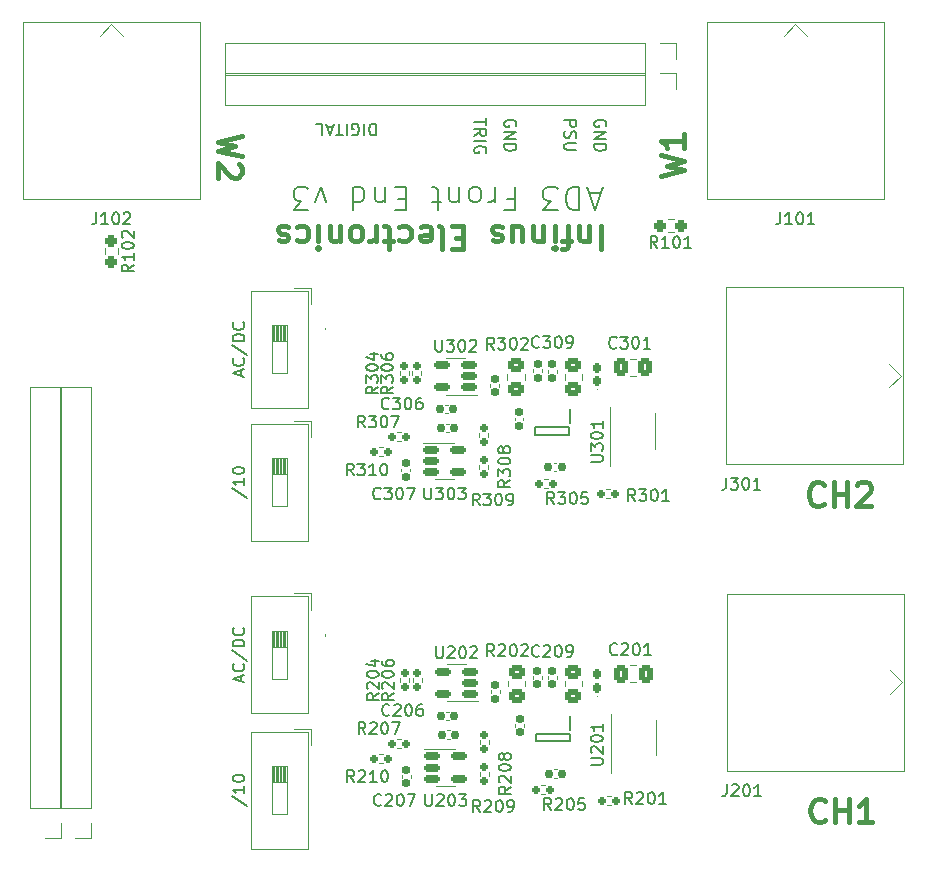
<source format=gto>
G04 #@! TF.GenerationSoftware,KiCad,Pcbnew,7.0.7*
G04 #@! TF.CreationDate,2023-12-28T09:15:15+02:00*
G04 #@! TF.ProjectId,AD3 Front End Amplifier,41443320-4672-46f6-9e74-20456e642041,rev?*
G04 #@! TF.SameCoordinates,Original*
G04 #@! TF.FileFunction,Legend,Top*
G04 #@! TF.FilePolarity,Positive*
%FSLAX46Y46*%
G04 Gerber Fmt 4.6, Leading zero omitted, Abs format (unit mm)*
G04 Created by KiCad (PCBNEW 7.0.7) date 2023-12-28 09:15:15*
%MOMM*%
%LPD*%
G01*
G04 APERTURE LIST*
G04 Aperture macros list*
%AMRoundRect*
0 Rectangle with rounded corners*
0 $1 Rounding radius*
0 $2 $3 $4 $5 $6 $7 $8 $9 X,Y pos of 4 corners*
0 Add a 4 corners polygon primitive as box body*
4,1,4,$2,$3,$4,$5,$6,$7,$8,$9,$2,$3,0*
0 Add four circle primitives for the rounded corners*
1,1,$1+$1,$2,$3*
1,1,$1+$1,$4,$5*
1,1,$1+$1,$6,$7*
1,1,$1+$1,$8,$9*
0 Add four rect primitives between the rounded corners*
20,1,$1+$1,$2,$3,$4,$5,0*
20,1,$1+$1,$4,$5,$6,$7,0*
20,1,$1+$1,$6,$7,$8,$9,0*
20,1,$1+$1,$8,$9,$2,$3,0*%
G04 Aperture macros list end*
%ADD10C,0.150000*%
%ADD11C,0.400000*%
%ADD12C,0.120000*%
%ADD13C,0.100000*%
%ADD14C,0.200000*%
%ADD15RoundRect,0.155000X0.212500X0.155000X-0.212500X0.155000X-0.212500X-0.155000X0.212500X-0.155000X0*%
%ADD16R,1.600000X1.600000*%
%ADD17O,1.600000X1.600000*%
%ADD18RoundRect,0.250000X-0.450000X0.350000X-0.450000X-0.350000X0.450000X-0.350000X0.450000X0.350000X0*%
%ADD19R,0.990000X5.140000*%
%ADD20R,0.990000X3.000000*%
%ADD21R,3.590000X0.990000*%
%ADD22R,3.000000X0.990000*%
%ADD23R,2.990000X0.990000*%
%ADD24RoundRect,0.160000X-0.197500X-0.160000X0.197500X-0.160000X0.197500X0.160000X-0.197500X0.160000X0*%
%ADD25RoundRect,0.155000X-0.155000X0.212500X-0.155000X-0.212500X0.155000X-0.212500X0.155000X0.212500X0*%
%ADD26O,1.600000X2.500000*%
%ADD27O,3.500000X7.000000*%
%ADD28RoundRect,0.160000X0.197500X0.160000X-0.197500X0.160000X-0.197500X-0.160000X0.197500X-0.160000X0*%
%ADD29RoundRect,0.160000X-0.160000X0.197500X-0.160000X-0.197500X0.160000X-0.197500X0.160000X0.197500X0*%
%ADD30RoundRect,0.250000X0.337500X0.475000X-0.337500X0.475000X-0.337500X-0.475000X0.337500X-0.475000X0*%
%ADD31RoundRect,0.150000X-0.512500X-0.150000X0.512500X-0.150000X0.512500X0.150000X-0.512500X0.150000X0*%
%ADD32RoundRect,0.237500X0.250000X0.237500X-0.250000X0.237500X-0.250000X-0.237500X0.250000X-0.237500X0*%
%ADD33R,1.700000X1.700000*%
%ADD34O,1.700000X1.700000*%
%ADD35RoundRect,0.160000X0.160000X-0.197500X0.160000X0.197500X-0.160000X0.197500X-0.160000X-0.197500X0*%
%ADD36RoundRect,0.160000X0.160000X-0.222500X0.160000X0.222500X-0.160000X0.222500X-0.160000X-0.222500X0*%
%ADD37R,0.600000X1.200000*%
%ADD38O,2.500000X1.600000*%
%ADD39O,7.000000X3.500000*%
%ADD40RoundRect,0.155000X-0.212500X-0.155000X0.212500X-0.155000X0.212500X0.155000X-0.212500X0.155000X0*%
%ADD41R,0.800000X1.200000*%
%ADD42RoundRect,0.150000X0.512500X0.150000X-0.512500X0.150000X-0.512500X-0.150000X0.512500X-0.150000X0*%
%ADD43RoundRect,0.237500X-0.237500X0.250000X-0.237500X-0.250000X0.237500X-0.250000X0.237500X0.250000X0*%
G04 APERTURE END LIST*
D10*
X224818363Y-78039990D02*
X223865982Y-78039990D01*
X225008839Y-77468561D02*
X224342173Y-79468561D01*
X224342173Y-79468561D02*
X223675506Y-77468561D01*
X223008839Y-77468561D02*
X223008839Y-79468561D01*
X223008839Y-79468561D02*
X222532649Y-79468561D01*
X222532649Y-79468561D02*
X222246934Y-79373323D01*
X222246934Y-79373323D02*
X222056458Y-79182847D01*
X222056458Y-79182847D02*
X221961220Y-78992371D01*
X221961220Y-78992371D02*
X221865982Y-78611419D01*
X221865982Y-78611419D02*
X221865982Y-78325704D01*
X221865982Y-78325704D02*
X221961220Y-77944752D01*
X221961220Y-77944752D02*
X222056458Y-77754276D01*
X222056458Y-77754276D02*
X222246934Y-77563800D01*
X222246934Y-77563800D02*
X222532649Y-77468561D01*
X222532649Y-77468561D02*
X223008839Y-77468561D01*
X221199315Y-79468561D02*
X219961220Y-79468561D01*
X219961220Y-79468561D02*
X220627887Y-78706657D01*
X220627887Y-78706657D02*
X220342172Y-78706657D01*
X220342172Y-78706657D02*
X220151696Y-78611419D01*
X220151696Y-78611419D02*
X220056458Y-78516180D01*
X220056458Y-78516180D02*
X219961220Y-78325704D01*
X219961220Y-78325704D02*
X219961220Y-77849514D01*
X219961220Y-77849514D02*
X220056458Y-77659038D01*
X220056458Y-77659038D02*
X220151696Y-77563800D01*
X220151696Y-77563800D02*
X220342172Y-77468561D01*
X220342172Y-77468561D02*
X220913601Y-77468561D01*
X220913601Y-77468561D02*
X221104077Y-77563800D01*
X221104077Y-77563800D02*
X221199315Y-77659038D01*
X216913600Y-78516180D02*
X217580267Y-78516180D01*
X217580267Y-77468561D02*
X217580267Y-79468561D01*
X217580267Y-79468561D02*
X216627886Y-79468561D01*
X215865981Y-77468561D02*
X215865981Y-78801895D01*
X215865981Y-78420942D02*
X215770743Y-78611419D01*
X215770743Y-78611419D02*
X215675505Y-78706657D01*
X215675505Y-78706657D02*
X215485029Y-78801895D01*
X215485029Y-78801895D02*
X215294552Y-78801895D01*
X214342172Y-77468561D02*
X214532648Y-77563800D01*
X214532648Y-77563800D02*
X214627886Y-77659038D01*
X214627886Y-77659038D02*
X214723124Y-77849514D01*
X214723124Y-77849514D02*
X214723124Y-78420942D01*
X214723124Y-78420942D02*
X214627886Y-78611419D01*
X214627886Y-78611419D02*
X214532648Y-78706657D01*
X214532648Y-78706657D02*
X214342172Y-78801895D01*
X214342172Y-78801895D02*
X214056457Y-78801895D01*
X214056457Y-78801895D02*
X213865981Y-78706657D01*
X213865981Y-78706657D02*
X213770743Y-78611419D01*
X213770743Y-78611419D02*
X213675505Y-78420942D01*
X213675505Y-78420942D02*
X213675505Y-77849514D01*
X213675505Y-77849514D02*
X213770743Y-77659038D01*
X213770743Y-77659038D02*
X213865981Y-77563800D01*
X213865981Y-77563800D02*
X214056457Y-77468561D01*
X214056457Y-77468561D02*
X214342172Y-77468561D01*
X212818362Y-78801895D02*
X212818362Y-77468561D01*
X212818362Y-78611419D02*
X212723124Y-78706657D01*
X212723124Y-78706657D02*
X212532648Y-78801895D01*
X212532648Y-78801895D02*
X212246933Y-78801895D01*
X212246933Y-78801895D02*
X212056457Y-78706657D01*
X212056457Y-78706657D02*
X211961219Y-78516180D01*
X211961219Y-78516180D02*
X211961219Y-77468561D01*
X211294552Y-78801895D02*
X210532648Y-78801895D01*
X211008838Y-79468561D02*
X211008838Y-77754276D01*
X211008838Y-77754276D02*
X210913600Y-77563800D01*
X210913600Y-77563800D02*
X210723124Y-77468561D01*
X210723124Y-77468561D02*
X210532648Y-77468561D01*
X208342171Y-78516180D02*
X207675504Y-78516180D01*
X207389790Y-77468561D02*
X208342171Y-77468561D01*
X208342171Y-77468561D02*
X208342171Y-79468561D01*
X208342171Y-79468561D02*
X207389790Y-79468561D01*
X206532647Y-78801895D02*
X206532647Y-77468561D01*
X206532647Y-78611419D02*
X206437409Y-78706657D01*
X206437409Y-78706657D02*
X206246933Y-78801895D01*
X206246933Y-78801895D02*
X205961218Y-78801895D01*
X205961218Y-78801895D02*
X205770742Y-78706657D01*
X205770742Y-78706657D02*
X205675504Y-78516180D01*
X205675504Y-78516180D02*
X205675504Y-77468561D01*
X203865980Y-77468561D02*
X203865980Y-79468561D01*
X203865980Y-77563800D02*
X204056456Y-77468561D01*
X204056456Y-77468561D02*
X204437409Y-77468561D01*
X204437409Y-77468561D02*
X204627885Y-77563800D01*
X204627885Y-77563800D02*
X204723123Y-77659038D01*
X204723123Y-77659038D02*
X204818361Y-77849514D01*
X204818361Y-77849514D02*
X204818361Y-78420942D01*
X204818361Y-78420942D02*
X204723123Y-78611419D01*
X204723123Y-78611419D02*
X204627885Y-78706657D01*
X204627885Y-78706657D02*
X204437409Y-78801895D01*
X204437409Y-78801895D02*
X204056456Y-78801895D01*
X204056456Y-78801895D02*
X203865980Y-78706657D01*
X201580265Y-78801895D02*
X201104075Y-77468561D01*
X201104075Y-77468561D02*
X200627884Y-78801895D01*
X200056455Y-79468561D02*
X198818360Y-79468561D01*
X198818360Y-79468561D02*
X199485027Y-78706657D01*
X199485027Y-78706657D02*
X199199312Y-78706657D01*
X199199312Y-78706657D02*
X199008836Y-78611419D01*
X199008836Y-78611419D02*
X198913598Y-78516180D01*
X198913598Y-78516180D02*
X198818360Y-78325704D01*
X198818360Y-78325704D02*
X198818360Y-77849514D01*
X198818360Y-77849514D02*
X198913598Y-77659038D01*
X198913598Y-77659038D02*
X199008836Y-77563800D01*
X199008836Y-77563800D02*
X199199312Y-77468561D01*
X199199312Y-77468561D02*
X199770741Y-77468561D01*
X199770741Y-77468561D02*
X199961217Y-77563800D01*
X199961217Y-77563800D02*
X200056455Y-77659038D01*
D11*
X243690204Y-104318961D02*
X243594966Y-104414200D01*
X243594966Y-104414200D02*
X243309252Y-104509438D01*
X243309252Y-104509438D02*
X243118776Y-104509438D01*
X243118776Y-104509438D02*
X242833061Y-104414200D01*
X242833061Y-104414200D02*
X242642585Y-104223723D01*
X242642585Y-104223723D02*
X242547347Y-104033247D01*
X242547347Y-104033247D02*
X242452109Y-103652295D01*
X242452109Y-103652295D02*
X242452109Y-103366580D01*
X242452109Y-103366580D02*
X242547347Y-102985628D01*
X242547347Y-102985628D02*
X242642585Y-102795152D01*
X242642585Y-102795152D02*
X242833061Y-102604676D01*
X242833061Y-102604676D02*
X243118776Y-102509438D01*
X243118776Y-102509438D02*
X243309252Y-102509438D01*
X243309252Y-102509438D02*
X243594966Y-102604676D01*
X243594966Y-102604676D02*
X243690204Y-102699914D01*
X244547347Y-104509438D02*
X244547347Y-102509438D01*
X244547347Y-103461819D02*
X245690204Y-103461819D01*
X245690204Y-104509438D02*
X245690204Y-102509438D01*
X246547347Y-102699914D02*
X246642585Y-102604676D01*
X246642585Y-102604676D02*
X246833061Y-102509438D01*
X246833061Y-102509438D02*
X247309252Y-102509438D01*
X247309252Y-102509438D02*
X247499728Y-102604676D01*
X247499728Y-102604676D02*
X247594966Y-102699914D01*
X247594966Y-102699914D02*
X247690204Y-102890390D01*
X247690204Y-102890390D02*
X247690204Y-103080866D01*
X247690204Y-103080866D02*
X247594966Y-103366580D01*
X247594966Y-103366580D02*
X246452109Y-104509438D01*
X246452109Y-104509438D02*
X247690204Y-104509438D01*
D10*
X225237561Y-72361588D02*
X225285180Y-72266350D01*
X225285180Y-72266350D02*
X225285180Y-72123493D01*
X225285180Y-72123493D02*
X225237561Y-71980636D01*
X225237561Y-71980636D02*
X225142323Y-71885398D01*
X225142323Y-71885398D02*
X225047085Y-71837779D01*
X225047085Y-71837779D02*
X224856609Y-71790160D01*
X224856609Y-71790160D02*
X224713752Y-71790160D01*
X224713752Y-71790160D02*
X224523276Y-71837779D01*
X224523276Y-71837779D02*
X224428038Y-71885398D01*
X224428038Y-71885398D02*
X224332800Y-71980636D01*
X224332800Y-71980636D02*
X224285180Y-72123493D01*
X224285180Y-72123493D02*
X224285180Y-72218731D01*
X224285180Y-72218731D02*
X224332800Y-72361588D01*
X224332800Y-72361588D02*
X224380419Y-72409207D01*
X224380419Y-72409207D02*
X224713752Y-72409207D01*
X224713752Y-72409207D02*
X224713752Y-72218731D01*
X224285180Y-72837779D02*
X225285180Y-72837779D01*
X225285180Y-72837779D02*
X224285180Y-73409207D01*
X224285180Y-73409207D02*
X225285180Y-73409207D01*
X224285180Y-73885398D02*
X225285180Y-73885398D01*
X225285180Y-73885398D02*
X225285180Y-74123493D01*
X225285180Y-74123493D02*
X225237561Y-74266350D01*
X225237561Y-74266350D02*
X225142323Y-74361588D01*
X225142323Y-74361588D02*
X225047085Y-74409207D01*
X225047085Y-74409207D02*
X224856609Y-74456826D01*
X224856609Y-74456826D02*
X224713752Y-74456826D01*
X224713752Y-74456826D02*
X224523276Y-74409207D01*
X224523276Y-74409207D02*
X224428038Y-74361588D01*
X224428038Y-74361588D02*
X224332800Y-74266350D01*
X224332800Y-74266350D02*
X224285180Y-74123493D01*
X224285180Y-74123493D02*
X224285180Y-73885398D01*
D11*
X243817204Y-131115961D02*
X243721966Y-131211200D01*
X243721966Y-131211200D02*
X243436252Y-131306438D01*
X243436252Y-131306438D02*
X243245776Y-131306438D01*
X243245776Y-131306438D02*
X242960061Y-131211200D01*
X242960061Y-131211200D02*
X242769585Y-131020723D01*
X242769585Y-131020723D02*
X242674347Y-130830247D01*
X242674347Y-130830247D02*
X242579109Y-130449295D01*
X242579109Y-130449295D02*
X242579109Y-130163580D01*
X242579109Y-130163580D02*
X242674347Y-129782628D01*
X242674347Y-129782628D02*
X242769585Y-129592152D01*
X242769585Y-129592152D02*
X242960061Y-129401676D01*
X242960061Y-129401676D02*
X243245776Y-129306438D01*
X243245776Y-129306438D02*
X243436252Y-129306438D01*
X243436252Y-129306438D02*
X243721966Y-129401676D01*
X243721966Y-129401676D02*
X243817204Y-129496914D01*
X244674347Y-131306438D02*
X244674347Y-129306438D01*
X244674347Y-130258819D02*
X245817204Y-130258819D01*
X245817204Y-131306438D02*
X245817204Y-129306438D01*
X247817204Y-131306438D02*
X246674347Y-131306438D01*
X247245775Y-131306438D02*
X247245775Y-129306438D01*
X247245775Y-129306438D02*
X247055299Y-129592152D01*
X247055299Y-129592152D02*
X246864823Y-129782628D01*
X246864823Y-129782628D02*
X246674347Y-129877866D01*
X224812652Y-80783561D02*
X224812652Y-82783561D01*
X223860271Y-82116895D02*
X223860271Y-80783561D01*
X223860271Y-81926419D02*
X223765033Y-82021657D01*
X223765033Y-82021657D02*
X223574557Y-82116895D01*
X223574557Y-82116895D02*
X223288842Y-82116895D01*
X223288842Y-82116895D02*
X223098366Y-82021657D01*
X223098366Y-82021657D02*
X223003128Y-81831180D01*
X223003128Y-81831180D02*
X223003128Y-80783561D01*
X222336461Y-82116895D02*
X221574557Y-82116895D01*
X222050747Y-80783561D02*
X222050747Y-82497847D01*
X222050747Y-82497847D02*
X221955509Y-82688323D01*
X221955509Y-82688323D02*
X221765033Y-82783561D01*
X221765033Y-82783561D02*
X221574557Y-82783561D01*
X220907890Y-80783561D02*
X220907890Y-82116895D01*
X220907890Y-82783561D02*
X221003128Y-82688323D01*
X221003128Y-82688323D02*
X220907890Y-82593085D01*
X220907890Y-82593085D02*
X220812652Y-82688323D01*
X220812652Y-82688323D02*
X220907890Y-82783561D01*
X220907890Y-82783561D02*
X220907890Y-82593085D01*
X219955509Y-82116895D02*
X219955509Y-80783561D01*
X219955509Y-81926419D02*
X219860271Y-82021657D01*
X219860271Y-82021657D02*
X219669795Y-82116895D01*
X219669795Y-82116895D02*
X219384080Y-82116895D01*
X219384080Y-82116895D02*
X219193604Y-82021657D01*
X219193604Y-82021657D02*
X219098366Y-81831180D01*
X219098366Y-81831180D02*
X219098366Y-80783561D01*
X217288842Y-82116895D02*
X217288842Y-80783561D01*
X218145985Y-82116895D02*
X218145985Y-81069276D01*
X218145985Y-81069276D02*
X218050747Y-80878800D01*
X218050747Y-80878800D02*
X217860271Y-80783561D01*
X217860271Y-80783561D02*
X217574556Y-80783561D01*
X217574556Y-80783561D02*
X217384080Y-80878800D01*
X217384080Y-80878800D02*
X217288842Y-80974038D01*
X216431699Y-80878800D02*
X216241223Y-80783561D01*
X216241223Y-80783561D02*
X215860271Y-80783561D01*
X215860271Y-80783561D02*
X215669794Y-80878800D01*
X215669794Y-80878800D02*
X215574556Y-81069276D01*
X215574556Y-81069276D02*
X215574556Y-81164514D01*
X215574556Y-81164514D02*
X215669794Y-81354990D01*
X215669794Y-81354990D02*
X215860271Y-81450228D01*
X215860271Y-81450228D02*
X216145985Y-81450228D01*
X216145985Y-81450228D02*
X216336461Y-81545466D01*
X216336461Y-81545466D02*
X216431699Y-81735942D01*
X216431699Y-81735942D02*
X216431699Y-81831180D01*
X216431699Y-81831180D02*
X216336461Y-82021657D01*
X216336461Y-82021657D02*
X216145985Y-82116895D01*
X216145985Y-82116895D02*
X215860271Y-82116895D01*
X215860271Y-82116895D02*
X215669794Y-82021657D01*
X213193603Y-81831180D02*
X212526936Y-81831180D01*
X212241222Y-80783561D02*
X213193603Y-80783561D01*
X213193603Y-80783561D02*
X213193603Y-82783561D01*
X213193603Y-82783561D02*
X212241222Y-82783561D01*
X211098365Y-80783561D02*
X211288841Y-80878800D01*
X211288841Y-80878800D02*
X211384079Y-81069276D01*
X211384079Y-81069276D02*
X211384079Y-82783561D01*
X209574555Y-80878800D02*
X209765031Y-80783561D01*
X209765031Y-80783561D02*
X210145984Y-80783561D01*
X210145984Y-80783561D02*
X210336460Y-80878800D01*
X210336460Y-80878800D02*
X210431698Y-81069276D01*
X210431698Y-81069276D02*
X210431698Y-81831180D01*
X210431698Y-81831180D02*
X210336460Y-82021657D01*
X210336460Y-82021657D02*
X210145984Y-82116895D01*
X210145984Y-82116895D02*
X209765031Y-82116895D01*
X209765031Y-82116895D02*
X209574555Y-82021657D01*
X209574555Y-82021657D02*
X209479317Y-81831180D01*
X209479317Y-81831180D02*
X209479317Y-81640704D01*
X209479317Y-81640704D02*
X210431698Y-81450228D01*
X207765031Y-80878800D02*
X207955507Y-80783561D01*
X207955507Y-80783561D02*
X208336460Y-80783561D01*
X208336460Y-80783561D02*
X208526936Y-80878800D01*
X208526936Y-80878800D02*
X208622174Y-80974038D01*
X208622174Y-80974038D02*
X208717412Y-81164514D01*
X208717412Y-81164514D02*
X208717412Y-81735942D01*
X208717412Y-81735942D02*
X208622174Y-81926419D01*
X208622174Y-81926419D02*
X208526936Y-82021657D01*
X208526936Y-82021657D02*
X208336460Y-82116895D01*
X208336460Y-82116895D02*
X207955507Y-82116895D01*
X207955507Y-82116895D02*
X207765031Y-82021657D01*
X207193602Y-82116895D02*
X206431698Y-82116895D01*
X206907888Y-82783561D02*
X206907888Y-81069276D01*
X206907888Y-81069276D02*
X206812650Y-80878800D01*
X206812650Y-80878800D02*
X206622174Y-80783561D01*
X206622174Y-80783561D02*
X206431698Y-80783561D01*
X205765031Y-80783561D02*
X205765031Y-82116895D01*
X205765031Y-81735942D02*
X205669793Y-81926419D01*
X205669793Y-81926419D02*
X205574555Y-82021657D01*
X205574555Y-82021657D02*
X205384079Y-82116895D01*
X205384079Y-82116895D02*
X205193602Y-82116895D01*
X204241222Y-80783561D02*
X204431698Y-80878800D01*
X204431698Y-80878800D02*
X204526936Y-80974038D01*
X204526936Y-80974038D02*
X204622174Y-81164514D01*
X204622174Y-81164514D02*
X204622174Y-81735942D01*
X204622174Y-81735942D02*
X204526936Y-81926419D01*
X204526936Y-81926419D02*
X204431698Y-82021657D01*
X204431698Y-82021657D02*
X204241222Y-82116895D01*
X204241222Y-82116895D02*
X203955507Y-82116895D01*
X203955507Y-82116895D02*
X203765031Y-82021657D01*
X203765031Y-82021657D02*
X203669793Y-81926419D01*
X203669793Y-81926419D02*
X203574555Y-81735942D01*
X203574555Y-81735942D02*
X203574555Y-81164514D01*
X203574555Y-81164514D02*
X203669793Y-80974038D01*
X203669793Y-80974038D02*
X203765031Y-80878800D01*
X203765031Y-80878800D02*
X203955507Y-80783561D01*
X203955507Y-80783561D02*
X204241222Y-80783561D01*
X202717412Y-82116895D02*
X202717412Y-80783561D01*
X202717412Y-81926419D02*
X202622174Y-82021657D01*
X202622174Y-82021657D02*
X202431698Y-82116895D01*
X202431698Y-82116895D02*
X202145983Y-82116895D01*
X202145983Y-82116895D02*
X201955507Y-82021657D01*
X201955507Y-82021657D02*
X201860269Y-81831180D01*
X201860269Y-81831180D02*
X201860269Y-80783561D01*
X200907888Y-80783561D02*
X200907888Y-82116895D01*
X200907888Y-82783561D02*
X201003126Y-82688323D01*
X201003126Y-82688323D02*
X200907888Y-82593085D01*
X200907888Y-82593085D02*
X200812650Y-82688323D01*
X200812650Y-82688323D02*
X200907888Y-82783561D01*
X200907888Y-82783561D02*
X200907888Y-82593085D01*
X199098364Y-80878800D02*
X199288840Y-80783561D01*
X199288840Y-80783561D02*
X199669793Y-80783561D01*
X199669793Y-80783561D02*
X199860269Y-80878800D01*
X199860269Y-80878800D02*
X199955507Y-80974038D01*
X199955507Y-80974038D02*
X200050745Y-81164514D01*
X200050745Y-81164514D02*
X200050745Y-81735942D01*
X200050745Y-81735942D02*
X199955507Y-81926419D01*
X199955507Y-81926419D02*
X199860269Y-82021657D01*
X199860269Y-82021657D02*
X199669793Y-82116895D01*
X199669793Y-82116895D02*
X199288840Y-82116895D01*
X199288840Y-82116895D02*
X199098364Y-82021657D01*
X198336459Y-80878800D02*
X198145983Y-80783561D01*
X198145983Y-80783561D02*
X197765031Y-80783561D01*
X197765031Y-80783561D02*
X197574554Y-80878800D01*
X197574554Y-80878800D02*
X197479316Y-81069276D01*
X197479316Y-81069276D02*
X197479316Y-81164514D01*
X197479316Y-81164514D02*
X197574554Y-81354990D01*
X197574554Y-81354990D02*
X197765031Y-81450228D01*
X197765031Y-81450228D02*
X198050745Y-81450228D01*
X198050745Y-81450228D02*
X198241221Y-81545466D01*
X198241221Y-81545466D02*
X198336459Y-81735942D01*
X198336459Y-81735942D02*
X198336459Y-81831180D01*
X198336459Y-81831180D02*
X198241221Y-82021657D01*
X198241221Y-82021657D02*
X198050745Y-82116895D01*
X198050745Y-82116895D02*
X197765031Y-82116895D01*
X197765031Y-82116895D02*
X197574554Y-82021657D01*
D10*
X221745180Y-71837779D02*
X222745180Y-71837779D01*
X222745180Y-71837779D02*
X222745180Y-72218731D01*
X222745180Y-72218731D02*
X222697561Y-72313969D01*
X222697561Y-72313969D02*
X222649942Y-72361588D01*
X222649942Y-72361588D02*
X222554704Y-72409207D01*
X222554704Y-72409207D02*
X222411847Y-72409207D01*
X222411847Y-72409207D02*
X222316609Y-72361588D01*
X222316609Y-72361588D02*
X222268990Y-72313969D01*
X222268990Y-72313969D02*
X222221371Y-72218731D01*
X222221371Y-72218731D02*
X222221371Y-71837779D01*
X221792800Y-72790160D02*
X221745180Y-72933017D01*
X221745180Y-72933017D02*
X221745180Y-73171112D01*
X221745180Y-73171112D02*
X221792800Y-73266350D01*
X221792800Y-73266350D02*
X221840419Y-73313969D01*
X221840419Y-73313969D02*
X221935657Y-73361588D01*
X221935657Y-73361588D02*
X222030895Y-73361588D01*
X222030895Y-73361588D02*
X222126133Y-73313969D01*
X222126133Y-73313969D02*
X222173752Y-73266350D01*
X222173752Y-73266350D02*
X222221371Y-73171112D01*
X222221371Y-73171112D02*
X222268990Y-72980636D01*
X222268990Y-72980636D02*
X222316609Y-72885398D01*
X222316609Y-72885398D02*
X222364228Y-72837779D01*
X222364228Y-72837779D02*
X222459466Y-72790160D01*
X222459466Y-72790160D02*
X222554704Y-72790160D01*
X222554704Y-72790160D02*
X222649942Y-72837779D01*
X222649942Y-72837779D02*
X222697561Y-72885398D01*
X222697561Y-72885398D02*
X222745180Y-72980636D01*
X222745180Y-72980636D02*
X222745180Y-73218731D01*
X222745180Y-73218731D02*
X222697561Y-73361588D01*
X222745180Y-73790160D02*
X221935657Y-73790160D01*
X221935657Y-73790160D02*
X221840419Y-73837779D01*
X221840419Y-73837779D02*
X221792800Y-73885398D01*
X221792800Y-73885398D02*
X221745180Y-73980636D01*
X221745180Y-73980636D02*
X221745180Y-74171112D01*
X221745180Y-74171112D02*
X221792800Y-74266350D01*
X221792800Y-74266350D02*
X221840419Y-74313969D01*
X221840419Y-74313969D02*
X221935657Y-74361588D01*
X221935657Y-74361588D02*
X222745180Y-74361588D01*
D11*
X229890438Y-76540128D02*
X231890438Y-76063938D01*
X231890438Y-76063938D02*
X230461866Y-75682985D01*
X230461866Y-75682985D02*
X231890438Y-75302033D01*
X231890438Y-75302033D02*
X229890438Y-74825843D01*
X231890438Y-73016319D02*
X231890438Y-74159176D01*
X231890438Y-73587748D02*
X229890438Y-73587748D01*
X229890438Y-73587748D02*
X230176152Y-73778224D01*
X230176152Y-73778224D02*
X230366628Y-73968700D01*
X230366628Y-73968700D02*
X230461866Y-74159176D01*
D10*
X205784220Y-72139180D02*
X205784220Y-73139180D01*
X205784220Y-73139180D02*
X205546125Y-73139180D01*
X205546125Y-73139180D02*
X205403268Y-73091561D01*
X205403268Y-73091561D02*
X205308030Y-72996323D01*
X205308030Y-72996323D02*
X205260411Y-72901085D01*
X205260411Y-72901085D02*
X205212792Y-72710609D01*
X205212792Y-72710609D02*
X205212792Y-72567752D01*
X205212792Y-72567752D02*
X205260411Y-72377276D01*
X205260411Y-72377276D02*
X205308030Y-72282038D01*
X205308030Y-72282038D02*
X205403268Y-72186800D01*
X205403268Y-72186800D02*
X205546125Y-72139180D01*
X205546125Y-72139180D02*
X205784220Y-72139180D01*
X204784220Y-72139180D02*
X204784220Y-73139180D01*
X203784221Y-73091561D02*
X203879459Y-73139180D01*
X203879459Y-73139180D02*
X204022316Y-73139180D01*
X204022316Y-73139180D02*
X204165173Y-73091561D01*
X204165173Y-73091561D02*
X204260411Y-72996323D01*
X204260411Y-72996323D02*
X204308030Y-72901085D01*
X204308030Y-72901085D02*
X204355649Y-72710609D01*
X204355649Y-72710609D02*
X204355649Y-72567752D01*
X204355649Y-72567752D02*
X204308030Y-72377276D01*
X204308030Y-72377276D02*
X204260411Y-72282038D01*
X204260411Y-72282038D02*
X204165173Y-72186800D01*
X204165173Y-72186800D02*
X204022316Y-72139180D01*
X204022316Y-72139180D02*
X203927078Y-72139180D01*
X203927078Y-72139180D02*
X203784221Y-72186800D01*
X203784221Y-72186800D02*
X203736602Y-72234419D01*
X203736602Y-72234419D02*
X203736602Y-72567752D01*
X203736602Y-72567752D02*
X203927078Y-72567752D01*
X203308030Y-72139180D02*
X203308030Y-73139180D01*
X202974697Y-73139180D02*
X202403269Y-73139180D01*
X202688983Y-72139180D02*
X202688983Y-73139180D01*
X202117554Y-72424895D02*
X201641364Y-72424895D01*
X202212792Y-72139180D02*
X201879459Y-73139180D01*
X201879459Y-73139180D02*
X201546126Y-72139180D01*
X200736602Y-72139180D02*
X201212792Y-72139180D01*
X201212792Y-72139180D02*
X201212792Y-73139180D01*
X217617561Y-72361588D02*
X217665180Y-72266350D01*
X217665180Y-72266350D02*
X217665180Y-72123493D01*
X217665180Y-72123493D02*
X217617561Y-71980636D01*
X217617561Y-71980636D02*
X217522323Y-71885398D01*
X217522323Y-71885398D02*
X217427085Y-71837779D01*
X217427085Y-71837779D02*
X217236609Y-71790160D01*
X217236609Y-71790160D02*
X217093752Y-71790160D01*
X217093752Y-71790160D02*
X216903276Y-71837779D01*
X216903276Y-71837779D02*
X216808038Y-71885398D01*
X216808038Y-71885398D02*
X216712800Y-71980636D01*
X216712800Y-71980636D02*
X216665180Y-72123493D01*
X216665180Y-72123493D02*
X216665180Y-72218731D01*
X216665180Y-72218731D02*
X216712800Y-72361588D01*
X216712800Y-72361588D02*
X216760419Y-72409207D01*
X216760419Y-72409207D02*
X217093752Y-72409207D01*
X217093752Y-72409207D02*
X217093752Y-72218731D01*
X216665180Y-72837779D02*
X217665180Y-72837779D01*
X217665180Y-72837779D02*
X216665180Y-73409207D01*
X216665180Y-73409207D02*
X217665180Y-73409207D01*
X216665180Y-73885398D02*
X217665180Y-73885398D01*
X217665180Y-73885398D02*
X217665180Y-74123493D01*
X217665180Y-74123493D02*
X217617561Y-74266350D01*
X217617561Y-74266350D02*
X217522323Y-74361588D01*
X217522323Y-74361588D02*
X217427085Y-74409207D01*
X217427085Y-74409207D02*
X217236609Y-74456826D01*
X217236609Y-74456826D02*
X217093752Y-74456826D01*
X217093752Y-74456826D02*
X216903276Y-74409207D01*
X216903276Y-74409207D02*
X216808038Y-74361588D01*
X216808038Y-74361588D02*
X216712800Y-74266350D01*
X216712800Y-74266350D02*
X216665180Y-74123493D01*
X216665180Y-74123493D02*
X216665180Y-73885398D01*
X215125180Y-71694922D02*
X215125180Y-72266350D01*
X214125180Y-71980636D02*
X215125180Y-71980636D01*
X214125180Y-73171112D02*
X214601371Y-72837779D01*
X214125180Y-72599684D02*
X215125180Y-72599684D01*
X215125180Y-72599684D02*
X215125180Y-72980636D01*
X215125180Y-72980636D02*
X215077561Y-73075874D01*
X215077561Y-73075874D02*
X215029942Y-73123493D01*
X215029942Y-73123493D02*
X214934704Y-73171112D01*
X214934704Y-73171112D02*
X214791847Y-73171112D01*
X214791847Y-73171112D02*
X214696609Y-73123493D01*
X214696609Y-73123493D02*
X214648990Y-73075874D01*
X214648990Y-73075874D02*
X214601371Y-72980636D01*
X214601371Y-72980636D02*
X214601371Y-72599684D01*
X214125180Y-73599684D02*
X215125180Y-73599684D01*
X215077561Y-74599683D02*
X215125180Y-74504445D01*
X215125180Y-74504445D02*
X215125180Y-74361588D01*
X215125180Y-74361588D02*
X215077561Y-74218731D01*
X215077561Y-74218731D02*
X214982323Y-74123493D01*
X214982323Y-74123493D02*
X214887085Y-74075874D01*
X214887085Y-74075874D02*
X214696609Y-74028255D01*
X214696609Y-74028255D02*
X214553752Y-74028255D01*
X214553752Y-74028255D02*
X214363276Y-74075874D01*
X214363276Y-74075874D02*
X214268038Y-74123493D01*
X214268038Y-74123493D02*
X214172800Y-74218731D01*
X214172800Y-74218731D02*
X214125180Y-74361588D01*
X214125180Y-74361588D02*
X214125180Y-74456826D01*
X214125180Y-74456826D02*
X214172800Y-74599683D01*
X214172800Y-74599683D02*
X214220419Y-74647302D01*
X214220419Y-74647302D02*
X214553752Y-74647302D01*
X214553752Y-74647302D02*
X214553752Y-74456826D01*
D11*
X194416561Y-73192871D02*
X192416561Y-73669061D01*
X192416561Y-73669061D02*
X193845133Y-74050014D01*
X193845133Y-74050014D02*
X192416561Y-74430966D01*
X192416561Y-74430966D02*
X194416561Y-74907157D01*
X194226085Y-75573823D02*
X194321323Y-75669061D01*
X194321323Y-75669061D02*
X194416561Y-75859537D01*
X194416561Y-75859537D02*
X194416561Y-76335728D01*
X194416561Y-76335728D02*
X194321323Y-76526204D01*
X194321323Y-76526204D02*
X194226085Y-76621442D01*
X194226085Y-76621442D02*
X194035609Y-76716680D01*
X194035609Y-76716680D02*
X193845133Y-76716680D01*
X193845133Y-76716680D02*
X193559419Y-76621442D01*
X193559419Y-76621442D02*
X192416561Y-75478585D01*
X192416561Y-75478585D02*
X192416561Y-76716680D01*
D10*
X193599200Y-103019309D02*
X194884914Y-103876451D01*
X194646819Y-102162166D02*
X194646819Y-102733594D01*
X194646819Y-102447880D02*
X193646819Y-102447880D01*
X193646819Y-102447880D02*
X193789676Y-102543118D01*
X193789676Y-102543118D02*
X193884914Y-102638356D01*
X193884914Y-102638356D02*
X193932533Y-102733594D01*
X193646819Y-101543118D02*
X193646819Y-101447880D01*
X193646819Y-101447880D02*
X193694438Y-101352642D01*
X193694438Y-101352642D02*
X193742057Y-101305023D01*
X193742057Y-101305023D02*
X193837295Y-101257404D01*
X193837295Y-101257404D02*
X194027771Y-101209785D01*
X194027771Y-101209785D02*
X194265866Y-101209785D01*
X194265866Y-101209785D02*
X194456342Y-101257404D01*
X194456342Y-101257404D02*
X194551580Y-101305023D01*
X194551580Y-101305023D02*
X194599200Y-101352642D01*
X194599200Y-101352642D02*
X194646819Y-101447880D01*
X194646819Y-101447880D02*
X194646819Y-101543118D01*
X194646819Y-101543118D02*
X194599200Y-101638356D01*
X194599200Y-101638356D02*
X194551580Y-101685975D01*
X194551580Y-101685975D02*
X194456342Y-101733594D01*
X194456342Y-101733594D02*
X194265866Y-101781213D01*
X194265866Y-101781213D02*
X194027771Y-101781213D01*
X194027771Y-101781213D02*
X193837295Y-101733594D01*
X193837295Y-101733594D02*
X193742057Y-101685975D01*
X193742057Y-101685975D02*
X193694438Y-101638356D01*
X193694438Y-101638356D02*
X193646819Y-101543118D01*
X220876952Y-104340819D02*
X220543619Y-103864628D01*
X220305524Y-104340819D02*
X220305524Y-103340819D01*
X220305524Y-103340819D02*
X220686476Y-103340819D01*
X220686476Y-103340819D02*
X220781714Y-103388438D01*
X220781714Y-103388438D02*
X220829333Y-103436057D01*
X220829333Y-103436057D02*
X220876952Y-103531295D01*
X220876952Y-103531295D02*
X220876952Y-103674152D01*
X220876952Y-103674152D02*
X220829333Y-103769390D01*
X220829333Y-103769390D02*
X220781714Y-103817009D01*
X220781714Y-103817009D02*
X220686476Y-103864628D01*
X220686476Y-103864628D02*
X220305524Y-103864628D01*
X221210286Y-103340819D02*
X221829333Y-103340819D01*
X221829333Y-103340819D02*
X221496000Y-103721771D01*
X221496000Y-103721771D02*
X221638857Y-103721771D01*
X221638857Y-103721771D02*
X221734095Y-103769390D01*
X221734095Y-103769390D02*
X221781714Y-103817009D01*
X221781714Y-103817009D02*
X221829333Y-103912247D01*
X221829333Y-103912247D02*
X221829333Y-104150342D01*
X221829333Y-104150342D02*
X221781714Y-104245580D01*
X221781714Y-104245580D02*
X221734095Y-104293200D01*
X221734095Y-104293200D02*
X221638857Y-104340819D01*
X221638857Y-104340819D02*
X221353143Y-104340819D01*
X221353143Y-104340819D02*
X221257905Y-104293200D01*
X221257905Y-104293200D02*
X221210286Y-104245580D01*
X222448381Y-103340819D02*
X222543619Y-103340819D01*
X222543619Y-103340819D02*
X222638857Y-103388438D01*
X222638857Y-103388438D02*
X222686476Y-103436057D01*
X222686476Y-103436057D02*
X222734095Y-103531295D01*
X222734095Y-103531295D02*
X222781714Y-103721771D01*
X222781714Y-103721771D02*
X222781714Y-103959866D01*
X222781714Y-103959866D02*
X222734095Y-104150342D01*
X222734095Y-104150342D02*
X222686476Y-104245580D01*
X222686476Y-104245580D02*
X222638857Y-104293200D01*
X222638857Y-104293200D02*
X222543619Y-104340819D01*
X222543619Y-104340819D02*
X222448381Y-104340819D01*
X222448381Y-104340819D02*
X222353143Y-104293200D01*
X222353143Y-104293200D02*
X222305524Y-104245580D01*
X222305524Y-104245580D02*
X222257905Y-104150342D01*
X222257905Y-104150342D02*
X222210286Y-103959866D01*
X222210286Y-103959866D02*
X222210286Y-103721771D01*
X222210286Y-103721771D02*
X222257905Y-103531295D01*
X222257905Y-103531295D02*
X222305524Y-103436057D01*
X222305524Y-103436057D02*
X222353143Y-103388438D01*
X222353143Y-103388438D02*
X222448381Y-103340819D01*
X223686476Y-103340819D02*
X223210286Y-103340819D01*
X223210286Y-103340819D02*
X223162667Y-103817009D01*
X223162667Y-103817009D02*
X223210286Y-103769390D01*
X223210286Y-103769390D02*
X223305524Y-103721771D01*
X223305524Y-103721771D02*
X223543619Y-103721771D01*
X223543619Y-103721771D02*
X223638857Y-103769390D01*
X223638857Y-103769390D02*
X223686476Y-103817009D01*
X223686476Y-103817009D02*
X223734095Y-103912247D01*
X223734095Y-103912247D02*
X223734095Y-104150342D01*
X223734095Y-104150342D02*
X223686476Y-104245580D01*
X223686476Y-104245580D02*
X223638857Y-104293200D01*
X223638857Y-104293200D02*
X223543619Y-104340819D01*
X223543619Y-104340819D02*
X223305524Y-104340819D01*
X223305524Y-104340819D02*
X223210286Y-104293200D01*
X223210286Y-104293200D02*
X223162667Y-104245580D01*
X206175052Y-103854380D02*
X206127433Y-103902000D01*
X206127433Y-103902000D02*
X205984576Y-103949619D01*
X205984576Y-103949619D02*
X205889338Y-103949619D01*
X205889338Y-103949619D02*
X205746481Y-103902000D01*
X205746481Y-103902000D02*
X205651243Y-103806761D01*
X205651243Y-103806761D02*
X205603624Y-103711523D01*
X205603624Y-103711523D02*
X205556005Y-103521047D01*
X205556005Y-103521047D02*
X205556005Y-103378190D01*
X205556005Y-103378190D02*
X205603624Y-103187714D01*
X205603624Y-103187714D02*
X205651243Y-103092476D01*
X205651243Y-103092476D02*
X205746481Y-102997238D01*
X205746481Y-102997238D02*
X205889338Y-102949619D01*
X205889338Y-102949619D02*
X205984576Y-102949619D01*
X205984576Y-102949619D02*
X206127433Y-102997238D01*
X206127433Y-102997238D02*
X206175052Y-103044857D01*
X206508386Y-102949619D02*
X207127433Y-102949619D01*
X207127433Y-102949619D02*
X206794100Y-103330571D01*
X206794100Y-103330571D02*
X206936957Y-103330571D01*
X206936957Y-103330571D02*
X207032195Y-103378190D01*
X207032195Y-103378190D02*
X207079814Y-103425809D01*
X207079814Y-103425809D02*
X207127433Y-103521047D01*
X207127433Y-103521047D02*
X207127433Y-103759142D01*
X207127433Y-103759142D02*
X207079814Y-103854380D01*
X207079814Y-103854380D02*
X207032195Y-103902000D01*
X207032195Y-103902000D02*
X206936957Y-103949619D01*
X206936957Y-103949619D02*
X206651243Y-103949619D01*
X206651243Y-103949619D02*
X206556005Y-103902000D01*
X206556005Y-103902000D02*
X206508386Y-103854380D01*
X207746481Y-102949619D02*
X207841719Y-102949619D01*
X207841719Y-102949619D02*
X207936957Y-102997238D01*
X207936957Y-102997238D02*
X207984576Y-103044857D01*
X207984576Y-103044857D02*
X208032195Y-103140095D01*
X208032195Y-103140095D02*
X208079814Y-103330571D01*
X208079814Y-103330571D02*
X208079814Y-103568666D01*
X208079814Y-103568666D02*
X208032195Y-103759142D01*
X208032195Y-103759142D02*
X207984576Y-103854380D01*
X207984576Y-103854380D02*
X207936957Y-103902000D01*
X207936957Y-103902000D02*
X207841719Y-103949619D01*
X207841719Y-103949619D02*
X207746481Y-103949619D01*
X207746481Y-103949619D02*
X207651243Y-103902000D01*
X207651243Y-103902000D02*
X207603624Y-103854380D01*
X207603624Y-103854380D02*
X207556005Y-103759142D01*
X207556005Y-103759142D02*
X207508386Y-103568666D01*
X207508386Y-103568666D02*
X207508386Y-103330571D01*
X207508386Y-103330571D02*
X207556005Y-103140095D01*
X207556005Y-103140095D02*
X207603624Y-103044857D01*
X207603624Y-103044857D02*
X207651243Y-102997238D01*
X207651243Y-102997238D02*
X207746481Y-102949619D01*
X208413148Y-102949619D02*
X209079814Y-102949619D01*
X209079814Y-102949619D02*
X208651243Y-103949619D01*
X240014285Y-79654819D02*
X240014285Y-80369104D01*
X240014285Y-80369104D02*
X239966666Y-80511961D01*
X239966666Y-80511961D02*
X239871428Y-80607200D01*
X239871428Y-80607200D02*
X239728571Y-80654819D01*
X239728571Y-80654819D02*
X239633333Y-80654819D01*
X241014285Y-80654819D02*
X240442857Y-80654819D01*
X240728571Y-80654819D02*
X240728571Y-79654819D01*
X240728571Y-79654819D02*
X240633333Y-79797676D01*
X240633333Y-79797676D02*
X240538095Y-79892914D01*
X240538095Y-79892914D02*
X240442857Y-79940533D01*
X241633333Y-79654819D02*
X241728571Y-79654819D01*
X241728571Y-79654819D02*
X241823809Y-79702438D01*
X241823809Y-79702438D02*
X241871428Y-79750057D01*
X241871428Y-79750057D02*
X241919047Y-79845295D01*
X241919047Y-79845295D02*
X241966666Y-80035771D01*
X241966666Y-80035771D02*
X241966666Y-80273866D01*
X241966666Y-80273866D02*
X241919047Y-80464342D01*
X241919047Y-80464342D02*
X241871428Y-80559580D01*
X241871428Y-80559580D02*
X241823809Y-80607200D01*
X241823809Y-80607200D02*
X241728571Y-80654819D01*
X241728571Y-80654819D02*
X241633333Y-80654819D01*
X241633333Y-80654819D02*
X241538095Y-80607200D01*
X241538095Y-80607200D02*
X241490476Y-80559580D01*
X241490476Y-80559580D02*
X241442857Y-80464342D01*
X241442857Y-80464342D02*
X241395238Y-80273866D01*
X241395238Y-80273866D02*
X241395238Y-80035771D01*
X241395238Y-80035771D02*
X241442857Y-79845295D01*
X241442857Y-79845295D02*
X241490476Y-79750057D01*
X241490476Y-79750057D02*
X241538095Y-79702438D01*
X241538095Y-79702438D02*
X241633333Y-79654819D01*
X242919047Y-80654819D02*
X242347619Y-80654819D01*
X242633333Y-80654819D02*
X242633333Y-79654819D01*
X242633333Y-79654819D02*
X242538095Y-79797676D01*
X242538095Y-79797676D02*
X242442857Y-79892914D01*
X242442857Y-79892914D02*
X242347619Y-79940533D01*
X194361105Y-119355904D02*
X194361105Y-118879714D01*
X194646820Y-119451142D02*
X193646820Y-119117809D01*
X193646820Y-119117809D02*
X194646820Y-118784476D01*
X194551581Y-117879714D02*
X194599201Y-117927333D01*
X194599201Y-117927333D02*
X194646820Y-118070190D01*
X194646820Y-118070190D02*
X194646820Y-118165428D01*
X194646820Y-118165428D02*
X194599201Y-118308285D01*
X194599201Y-118308285D02*
X194503962Y-118403523D01*
X194503962Y-118403523D02*
X194408724Y-118451142D01*
X194408724Y-118451142D02*
X194218248Y-118498761D01*
X194218248Y-118498761D02*
X194075391Y-118498761D01*
X194075391Y-118498761D02*
X193884915Y-118451142D01*
X193884915Y-118451142D02*
X193789677Y-118403523D01*
X193789677Y-118403523D02*
X193694439Y-118308285D01*
X193694439Y-118308285D02*
X193646820Y-118165428D01*
X193646820Y-118165428D02*
X193646820Y-118070190D01*
X193646820Y-118070190D02*
X193694439Y-117927333D01*
X193694439Y-117927333D02*
X193742058Y-117879714D01*
X193599201Y-116736857D02*
X194884915Y-117593999D01*
X194646820Y-116403523D02*
X193646820Y-116403523D01*
X193646820Y-116403523D02*
X193646820Y-116165428D01*
X193646820Y-116165428D02*
X193694439Y-116022571D01*
X193694439Y-116022571D02*
X193789677Y-115927333D01*
X193789677Y-115927333D02*
X193884915Y-115879714D01*
X193884915Y-115879714D02*
X194075391Y-115832095D01*
X194075391Y-115832095D02*
X194218248Y-115832095D01*
X194218248Y-115832095D02*
X194408724Y-115879714D01*
X194408724Y-115879714D02*
X194503962Y-115927333D01*
X194503962Y-115927333D02*
X194599201Y-116022571D01*
X194599201Y-116022571D02*
X194646820Y-116165428D01*
X194646820Y-116165428D02*
X194646820Y-116403523D01*
X194551581Y-114832095D02*
X194599201Y-114879714D01*
X194599201Y-114879714D02*
X194646820Y-115022571D01*
X194646820Y-115022571D02*
X194646820Y-115117809D01*
X194646820Y-115117809D02*
X194599201Y-115260666D01*
X194599201Y-115260666D02*
X194503962Y-115355904D01*
X194503962Y-115355904D02*
X194408724Y-115403523D01*
X194408724Y-115403523D02*
X194218248Y-115451142D01*
X194218248Y-115451142D02*
X194075391Y-115451142D01*
X194075391Y-115451142D02*
X193884915Y-115403523D01*
X193884915Y-115403523D02*
X193789677Y-115355904D01*
X193789677Y-115355904D02*
X193694439Y-115260666D01*
X193694439Y-115260666D02*
X193646820Y-115117809D01*
X193646820Y-115117809D02*
X193646820Y-115022571D01*
X193646820Y-115022571D02*
X193694439Y-114879714D01*
X193694439Y-114879714D02*
X193742058Y-114832095D01*
X219606952Y-91037580D02*
X219559333Y-91085200D01*
X219559333Y-91085200D02*
X219416476Y-91132819D01*
X219416476Y-91132819D02*
X219321238Y-91132819D01*
X219321238Y-91132819D02*
X219178381Y-91085200D01*
X219178381Y-91085200D02*
X219083143Y-90989961D01*
X219083143Y-90989961D02*
X219035524Y-90894723D01*
X219035524Y-90894723D02*
X218987905Y-90704247D01*
X218987905Y-90704247D02*
X218987905Y-90561390D01*
X218987905Y-90561390D02*
X219035524Y-90370914D01*
X219035524Y-90370914D02*
X219083143Y-90275676D01*
X219083143Y-90275676D02*
X219178381Y-90180438D01*
X219178381Y-90180438D02*
X219321238Y-90132819D01*
X219321238Y-90132819D02*
X219416476Y-90132819D01*
X219416476Y-90132819D02*
X219559333Y-90180438D01*
X219559333Y-90180438D02*
X219606952Y-90228057D01*
X219940286Y-90132819D02*
X220559333Y-90132819D01*
X220559333Y-90132819D02*
X220226000Y-90513771D01*
X220226000Y-90513771D02*
X220368857Y-90513771D01*
X220368857Y-90513771D02*
X220464095Y-90561390D01*
X220464095Y-90561390D02*
X220511714Y-90609009D01*
X220511714Y-90609009D02*
X220559333Y-90704247D01*
X220559333Y-90704247D02*
X220559333Y-90942342D01*
X220559333Y-90942342D02*
X220511714Y-91037580D01*
X220511714Y-91037580D02*
X220464095Y-91085200D01*
X220464095Y-91085200D02*
X220368857Y-91132819D01*
X220368857Y-91132819D02*
X220083143Y-91132819D01*
X220083143Y-91132819D02*
X219987905Y-91085200D01*
X219987905Y-91085200D02*
X219940286Y-91037580D01*
X221178381Y-90132819D02*
X221273619Y-90132819D01*
X221273619Y-90132819D02*
X221368857Y-90180438D01*
X221368857Y-90180438D02*
X221416476Y-90228057D01*
X221416476Y-90228057D02*
X221464095Y-90323295D01*
X221464095Y-90323295D02*
X221511714Y-90513771D01*
X221511714Y-90513771D02*
X221511714Y-90751866D01*
X221511714Y-90751866D02*
X221464095Y-90942342D01*
X221464095Y-90942342D02*
X221416476Y-91037580D01*
X221416476Y-91037580D02*
X221368857Y-91085200D01*
X221368857Y-91085200D02*
X221273619Y-91132819D01*
X221273619Y-91132819D02*
X221178381Y-91132819D01*
X221178381Y-91132819D02*
X221083143Y-91085200D01*
X221083143Y-91085200D02*
X221035524Y-91037580D01*
X221035524Y-91037580D02*
X220987905Y-90942342D01*
X220987905Y-90942342D02*
X220940286Y-90751866D01*
X220940286Y-90751866D02*
X220940286Y-90513771D01*
X220940286Y-90513771D02*
X220987905Y-90323295D01*
X220987905Y-90323295D02*
X221035524Y-90228057D01*
X221035524Y-90228057D02*
X221083143Y-90180438D01*
X221083143Y-90180438D02*
X221178381Y-90132819D01*
X221987905Y-91132819D02*
X222178381Y-91132819D01*
X222178381Y-91132819D02*
X222273619Y-91085200D01*
X222273619Y-91085200D02*
X222321238Y-91037580D01*
X222321238Y-91037580D02*
X222416476Y-90894723D01*
X222416476Y-90894723D02*
X222464095Y-90704247D01*
X222464095Y-90704247D02*
X222464095Y-90323295D01*
X222464095Y-90323295D02*
X222416476Y-90228057D01*
X222416476Y-90228057D02*
X222368857Y-90180438D01*
X222368857Y-90180438D02*
X222273619Y-90132819D01*
X222273619Y-90132819D02*
X222083143Y-90132819D01*
X222083143Y-90132819D02*
X221987905Y-90180438D01*
X221987905Y-90180438D02*
X221940286Y-90228057D01*
X221940286Y-90228057D02*
X221892667Y-90323295D01*
X221892667Y-90323295D02*
X221892667Y-90561390D01*
X221892667Y-90561390D02*
X221940286Y-90656628D01*
X221940286Y-90656628D02*
X221987905Y-90704247D01*
X221987905Y-90704247D02*
X222083143Y-90751866D01*
X222083143Y-90751866D02*
X222273619Y-90751866D01*
X222273619Y-90751866D02*
X222368857Y-90704247D01*
X222368857Y-90704247D02*
X222416476Y-90656628D01*
X222416476Y-90656628D02*
X222464095Y-90561390D01*
X203889052Y-101917619D02*
X203555719Y-101441428D01*
X203317624Y-101917619D02*
X203317624Y-100917619D01*
X203317624Y-100917619D02*
X203698576Y-100917619D01*
X203698576Y-100917619D02*
X203793814Y-100965238D01*
X203793814Y-100965238D02*
X203841433Y-101012857D01*
X203841433Y-101012857D02*
X203889052Y-101108095D01*
X203889052Y-101108095D02*
X203889052Y-101250952D01*
X203889052Y-101250952D02*
X203841433Y-101346190D01*
X203841433Y-101346190D02*
X203793814Y-101393809D01*
X203793814Y-101393809D02*
X203698576Y-101441428D01*
X203698576Y-101441428D02*
X203317624Y-101441428D01*
X204222386Y-100917619D02*
X204841433Y-100917619D01*
X204841433Y-100917619D02*
X204508100Y-101298571D01*
X204508100Y-101298571D02*
X204650957Y-101298571D01*
X204650957Y-101298571D02*
X204746195Y-101346190D01*
X204746195Y-101346190D02*
X204793814Y-101393809D01*
X204793814Y-101393809D02*
X204841433Y-101489047D01*
X204841433Y-101489047D02*
X204841433Y-101727142D01*
X204841433Y-101727142D02*
X204793814Y-101822380D01*
X204793814Y-101822380D02*
X204746195Y-101870000D01*
X204746195Y-101870000D02*
X204650957Y-101917619D01*
X204650957Y-101917619D02*
X204365243Y-101917619D01*
X204365243Y-101917619D02*
X204270005Y-101870000D01*
X204270005Y-101870000D02*
X204222386Y-101822380D01*
X205793814Y-101917619D02*
X205222386Y-101917619D01*
X205508100Y-101917619D02*
X205508100Y-100917619D01*
X205508100Y-100917619D02*
X205412862Y-101060476D01*
X205412862Y-101060476D02*
X205317624Y-101155714D01*
X205317624Y-101155714D02*
X205222386Y-101203333D01*
X206412862Y-100917619D02*
X206508100Y-100917619D01*
X206508100Y-100917619D02*
X206603338Y-100965238D01*
X206603338Y-100965238D02*
X206650957Y-101012857D01*
X206650957Y-101012857D02*
X206698576Y-101108095D01*
X206698576Y-101108095D02*
X206746195Y-101298571D01*
X206746195Y-101298571D02*
X206746195Y-101536666D01*
X206746195Y-101536666D02*
X206698576Y-101727142D01*
X206698576Y-101727142D02*
X206650957Y-101822380D01*
X206650957Y-101822380D02*
X206603338Y-101870000D01*
X206603338Y-101870000D02*
X206508100Y-101917619D01*
X206508100Y-101917619D02*
X206412862Y-101917619D01*
X206412862Y-101917619D02*
X206317624Y-101870000D01*
X206317624Y-101870000D02*
X206270005Y-101822380D01*
X206270005Y-101822380D02*
X206222386Y-101727142D01*
X206222386Y-101727142D02*
X206174767Y-101536666D01*
X206174767Y-101536666D02*
X206174767Y-101298571D01*
X206174767Y-101298571D02*
X206222386Y-101108095D01*
X206222386Y-101108095D02*
X206270005Y-101012857D01*
X206270005Y-101012857D02*
X206317624Y-100965238D01*
X206317624Y-100965238D02*
X206412862Y-100917619D01*
X214607851Y-130416019D02*
X214274518Y-129939828D01*
X214036423Y-130416019D02*
X214036423Y-129416019D01*
X214036423Y-129416019D02*
X214417375Y-129416019D01*
X214417375Y-129416019D02*
X214512613Y-129463638D01*
X214512613Y-129463638D02*
X214560232Y-129511257D01*
X214560232Y-129511257D02*
X214607851Y-129606495D01*
X214607851Y-129606495D02*
X214607851Y-129749352D01*
X214607851Y-129749352D02*
X214560232Y-129844590D01*
X214560232Y-129844590D02*
X214512613Y-129892209D01*
X214512613Y-129892209D02*
X214417375Y-129939828D01*
X214417375Y-129939828D02*
X214036423Y-129939828D01*
X214988804Y-129511257D02*
X215036423Y-129463638D01*
X215036423Y-129463638D02*
X215131661Y-129416019D01*
X215131661Y-129416019D02*
X215369756Y-129416019D01*
X215369756Y-129416019D02*
X215464994Y-129463638D01*
X215464994Y-129463638D02*
X215512613Y-129511257D01*
X215512613Y-129511257D02*
X215560232Y-129606495D01*
X215560232Y-129606495D02*
X215560232Y-129701733D01*
X215560232Y-129701733D02*
X215512613Y-129844590D01*
X215512613Y-129844590D02*
X214941185Y-130416019D01*
X214941185Y-130416019D02*
X215560232Y-130416019D01*
X216179280Y-129416019D02*
X216274518Y-129416019D01*
X216274518Y-129416019D02*
X216369756Y-129463638D01*
X216369756Y-129463638D02*
X216417375Y-129511257D01*
X216417375Y-129511257D02*
X216464994Y-129606495D01*
X216464994Y-129606495D02*
X216512613Y-129796971D01*
X216512613Y-129796971D02*
X216512613Y-130035066D01*
X216512613Y-130035066D02*
X216464994Y-130225542D01*
X216464994Y-130225542D02*
X216417375Y-130320780D01*
X216417375Y-130320780D02*
X216369756Y-130368400D01*
X216369756Y-130368400D02*
X216274518Y-130416019D01*
X216274518Y-130416019D02*
X216179280Y-130416019D01*
X216179280Y-130416019D02*
X216084042Y-130368400D01*
X216084042Y-130368400D02*
X216036423Y-130320780D01*
X216036423Y-130320780D02*
X215988804Y-130225542D01*
X215988804Y-130225542D02*
X215941185Y-130035066D01*
X215941185Y-130035066D02*
X215941185Y-129796971D01*
X215941185Y-129796971D02*
X215988804Y-129606495D01*
X215988804Y-129606495D02*
X216036423Y-129511257D01*
X216036423Y-129511257D02*
X216084042Y-129463638D01*
X216084042Y-129463638D02*
X216179280Y-129416019D01*
X216988804Y-130416019D02*
X217179280Y-130416019D01*
X217179280Y-130416019D02*
X217274518Y-130368400D01*
X217274518Y-130368400D02*
X217322137Y-130320780D01*
X217322137Y-130320780D02*
X217417375Y-130177923D01*
X217417375Y-130177923D02*
X217464994Y-129987447D01*
X217464994Y-129987447D02*
X217464994Y-129606495D01*
X217464994Y-129606495D02*
X217417375Y-129511257D01*
X217417375Y-129511257D02*
X217369756Y-129463638D01*
X217369756Y-129463638D02*
X217274518Y-129416019D01*
X217274518Y-129416019D02*
X217084042Y-129416019D01*
X217084042Y-129416019D02*
X216988804Y-129463638D01*
X216988804Y-129463638D02*
X216941185Y-129511257D01*
X216941185Y-129511257D02*
X216893566Y-129606495D01*
X216893566Y-129606495D02*
X216893566Y-129844590D01*
X216893566Y-129844590D02*
X216941185Y-129939828D01*
X216941185Y-129939828D02*
X216988804Y-129987447D01*
X216988804Y-129987447D02*
X217084042Y-130035066D01*
X217084042Y-130035066D02*
X217274518Y-130035066D01*
X217274518Y-130035066D02*
X217369756Y-129987447D01*
X217369756Y-129987447D02*
X217417375Y-129939828D01*
X217417375Y-129939828D02*
X217464994Y-129844590D01*
X226210952Y-117046780D02*
X226163333Y-117094400D01*
X226163333Y-117094400D02*
X226020476Y-117142019D01*
X226020476Y-117142019D02*
X225925238Y-117142019D01*
X225925238Y-117142019D02*
X225782381Y-117094400D01*
X225782381Y-117094400D02*
X225687143Y-116999161D01*
X225687143Y-116999161D02*
X225639524Y-116903923D01*
X225639524Y-116903923D02*
X225591905Y-116713447D01*
X225591905Y-116713447D02*
X225591905Y-116570590D01*
X225591905Y-116570590D02*
X225639524Y-116380114D01*
X225639524Y-116380114D02*
X225687143Y-116284876D01*
X225687143Y-116284876D02*
X225782381Y-116189638D01*
X225782381Y-116189638D02*
X225925238Y-116142019D01*
X225925238Y-116142019D02*
X226020476Y-116142019D01*
X226020476Y-116142019D02*
X226163333Y-116189638D01*
X226163333Y-116189638D02*
X226210952Y-116237257D01*
X226591905Y-116237257D02*
X226639524Y-116189638D01*
X226639524Y-116189638D02*
X226734762Y-116142019D01*
X226734762Y-116142019D02*
X226972857Y-116142019D01*
X226972857Y-116142019D02*
X227068095Y-116189638D01*
X227068095Y-116189638D02*
X227115714Y-116237257D01*
X227115714Y-116237257D02*
X227163333Y-116332495D01*
X227163333Y-116332495D02*
X227163333Y-116427733D01*
X227163333Y-116427733D02*
X227115714Y-116570590D01*
X227115714Y-116570590D02*
X226544286Y-117142019D01*
X226544286Y-117142019D02*
X227163333Y-117142019D01*
X227782381Y-116142019D02*
X227877619Y-116142019D01*
X227877619Y-116142019D02*
X227972857Y-116189638D01*
X227972857Y-116189638D02*
X228020476Y-116237257D01*
X228020476Y-116237257D02*
X228068095Y-116332495D01*
X228068095Y-116332495D02*
X228115714Y-116522971D01*
X228115714Y-116522971D02*
X228115714Y-116761066D01*
X228115714Y-116761066D02*
X228068095Y-116951542D01*
X228068095Y-116951542D02*
X228020476Y-117046780D01*
X228020476Y-117046780D02*
X227972857Y-117094400D01*
X227972857Y-117094400D02*
X227877619Y-117142019D01*
X227877619Y-117142019D02*
X227782381Y-117142019D01*
X227782381Y-117142019D02*
X227687143Y-117094400D01*
X227687143Y-117094400D02*
X227639524Y-117046780D01*
X227639524Y-117046780D02*
X227591905Y-116951542D01*
X227591905Y-116951542D02*
X227544286Y-116761066D01*
X227544286Y-116761066D02*
X227544286Y-116522971D01*
X227544286Y-116522971D02*
X227591905Y-116332495D01*
X227591905Y-116332495D02*
X227639524Y-116237257D01*
X227639524Y-116237257D02*
X227687143Y-116189638D01*
X227687143Y-116189638D02*
X227782381Y-116142019D01*
X229068095Y-117142019D02*
X228496667Y-117142019D01*
X228782381Y-117142019D02*
X228782381Y-116142019D01*
X228782381Y-116142019D02*
X228687143Y-116284876D01*
X228687143Y-116284876D02*
X228591905Y-116380114D01*
X228591905Y-116380114D02*
X228496667Y-116427733D01*
X204900352Y-123812019D02*
X204567019Y-123335828D01*
X204328924Y-123812019D02*
X204328924Y-122812019D01*
X204328924Y-122812019D02*
X204709876Y-122812019D01*
X204709876Y-122812019D02*
X204805114Y-122859638D01*
X204805114Y-122859638D02*
X204852733Y-122907257D01*
X204852733Y-122907257D02*
X204900352Y-123002495D01*
X204900352Y-123002495D02*
X204900352Y-123145352D01*
X204900352Y-123145352D02*
X204852733Y-123240590D01*
X204852733Y-123240590D02*
X204805114Y-123288209D01*
X204805114Y-123288209D02*
X204709876Y-123335828D01*
X204709876Y-123335828D02*
X204328924Y-123335828D01*
X205281305Y-122907257D02*
X205328924Y-122859638D01*
X205328924Y-122859638D02*
X205424162Y-122812019D01*
X205424162Y-122812019D02*
X205662257Y-122812019D01*
X205662257Y-122812019D02*
X205757495Y-122859638D01*
X205757495Y-122859638D02*
X205805114Y-122907257D01*
X205805114Y-122907257D02*
X205852733Y-123002495D01*
X205852733Y-123002495D02*
X205852733Y-123097733D01*
X205852733Y-123097733D02*
X205805114Y-123240590D01*
X205805114Y-123240590D02*
X205233686Y-123812019D01*
X205233686Y-123812019D02*
X205852733Y-123812019D01*
X206471781Y-122812019D02*
X206567019Y-122812019D01*
X206567019Y-122812019D02*
X206662257Y-122859638D01*
X206662257Y-122859638D02*
X206709876Y-122907257D01*
X206709876Y-122907257D02*
X206757495Y-123002495D01*
X206757495Y-123002495D02*
X206805114Y-123192971D01*
X206805114Y-123192971D02*
X206805114Y-123431066D01*
X206805114Y-123431066D02*
X206757495Y-123621542D01*
X206757495Y-123621542D02*
X206709876Y-123716780D01*
X206709876Y-123716780D02*
X206662257Y-123764400D01*
X206662257Y-123764400D02*
X206567019Y-123812019D01*
X206567019Y-123812019D02*
X206471781Y-123812019D01*
X206471781Y-123812019D02*
X206376543Y-123764400D01*
X206376543Y-123764400D02*
X206328924Y-123716780D01*
X206328924Y-123716780D02*
X206281305Y-123621542D01*
X206281305Y-123621542D02*
X206233686Y-123431066D01*
X206233686Y-123431066D02*
X206233686Y-123192971D01*
X206233686Y-123192971D02*
X206281305Y-123002495D01*
X206281305Y-123002495D02*
X206328924Y-122907257D01*
X206328924Y-122907257D02*
X206376543Y-122859638D01*
X206376543Y-122859638D02*
X206471781Y-122812019D01*
X207138448Y-122812019D02*
X207805114Y-122812019D01*
X207805114Y-122812019D02*
X207376543Y-123812019D01*
X204849552Y-97853619D02*
X204516219Y-97377428D01*
X204278124Y-97853619D02*
X204278124Y-96853619D01*
X204278124Y-96853619D02*
X204659076Y-96853619D01*
X204659076Y-96853619D02*
X204754314Y-96901238D01*
X204754314Y-96901238D02*
X204801933Y-96948857D01*
X204801933Y-96948857D02*
X204849552Y-97044095D01*
X204849552Y-97044095D02*
X204849552Y-97186952D01*
X204849552Y-97186952D02*
X204801933Y-97282190D01*
X204801933Y-97282190D02*
X204754314Y-97329809D01*
X204754314Y-97329809D02*
X204659076Y-97377428D01*
X204659076Y-97377428D02*
X204278124Y-97377428D01*
X205182886Y-96853619D02*
X205801933Y-96853619D01*
X205801933Y-96853619D02*
X205468600Y-97234571D01*
X205468600Y-97234571D02*
X205611457Y-97234571D01*
X205611457Y-97234571D02*
X205706695Y-97282190D01*
X205706695Y-97282190D02*
X205754314Y-97329809D01*
X205754314Y-97329809D02*
X205801933Y-97425047D01*
X205801933Y-97425047D02*
X205801933Y-97663142D01*
X205801933Y-97663142D02*
X205754314Y-97758380D01*
X205754314Y-97758380D02*
X205706695Y-97806000D01*
X205706695Y-97806000D02*
X205611457Y-97853619D01*
X205611457Y-97853619D02*
X205325743Y-97853619D01*
X205325743Y-97853619D02*
X205230505Y-97806000D01*
X205230505Y-97806000D02*
X205182886Y-97758380D01*
X206420981Y-96853619D02*
X206516219Y-96853619D01*
X206516219Y-96853619D02*
X206611457Y-96901238D01*
X206611457Y-96901238D02*
X206659076Y-96948857D01*
X206659076Y-96948857D02*
X206706695Y-97044095D01*
X206706695Y-97044095D02*
X206754314Y-97234571D01*
X206754314Y-97234571D02*
X206754314Y-97472666D01*
X206754314Y-97472666D02*
X206706695Y-97663142D01*
X206706695Y-97663142D02*
X206659076Y-97758380D01*
X206659076Y-97758380D02*
X206611457Y-97806000D01*
X206611457Y-97806000D02*
X206516219Y-97853619D01*
X206516219Y-97853619D02*
X206420981Y-97853619D01*
X206420981Y-97853619D02*
X206325743Y-97806000D01*
X206325743Y-97806000D02*
X206278124Y-97758380D01*
X206278124Y-97758380D02*
X206230505Y-97663142D01*
X206230505Y-97663142D02*
X206182886Y-97472666D01*
X206182886Y-97472666D02*
X206182886Y-97234571D01*
X206182886Y-97234571D02*
X206230505Y-97044095D01*
X206230505Y-97044095D02*
X206278124Y-96948857D01*
X206278124Y-96948857D02*
X206325743Y-96901238D01*
X206325743Y-96901238D02*
X206420981Y-96853619D01*
X207087648Y-96853619D02*
X207754314Y-96853619D01*
X207754314Y-96853619D02*
X207325743Y-97853619D01*
X207226669Y-94413247D02*
X206750478Y-94746580D01*
X207226669Y-94984675D02*
X206226669Y-94984675D01*
X206226669Y-94984675D02*
X206226669Y-94603723D01*
X206226669Y-94603723D02*
X206274288Y-94508485D01*
X206274288Y-94508485D02*
X206321907Y-94460866D01*
X206321907Y-94460866D02*
X206417145Y-94413247D01*
X206417145Y-94413247D02*
X206560002Y-94413247D01*
X206560002Y-94413247D02*
X206655240Y-94460866D01*
X206655240Y-94460866D02*
X206702859Y-94508485D01*
X206702859Y-94508485D02*
X206750478Y-94603723D01*
X206750478Y-94603723D02*
X206750478Y-94984675D01*
X206226669Y-94079913D02*
X206226669Y-93460866D01*
X206226669Y-93460866D02*
X206607621Y-93794199D01*
X206607621Y-93794199D02*
X206607621Y-93651342D01*
X206607621Y-93651342D02*
X206655240Y-93556104D01*
X206655240Y-93556104D02*
X206702859Y-93508485D01*
X206702859Y-93508485D02*
X206798097Y-93460866D01*
X206798097Y-93460866D02*
X207036192Y-93460866D01*
X207036192Y-93460866D02*
X207131430Y-93508485D01*
X207131430Y-93508485D02*
X207179050Y-93556104D01*
X207179050Y-93556104D02*
X207226669Y-93651342D01*
X207226669Y-93651342D02*
X207226669Y-93937056D01*
X207226669Y-93937056D02*
X207179050Y-94032294D01*
X207179050Y-94032294D02*
X207131430Y-94079913D01*
X206226669Y-92841818D02*
X206226669Y-92746580D01*
X206226669Y-92746580D02*
X206274288Y-92651342D01*
X206274288Y-92651342D02*
X206321907Y-92603723D01*
X206321907Y-92603723D02*
X206417145Y-92556104D01*
X206417145Y-92556104D02*
X206607621Y-92508485D01*
X206607621Y-92508485D02*
X206845716Y-92508485D01*
X206845716Y-92508485D02*
X207036192Y-92556104D01*
X207036192Y-92556104D02*
X207131430Y-92603723D01*
X207131430Y-92603723D02*
X207179050Y-92651342D01*
X207179050Y-92651342D02*
X207226669Y-92746580D01*
X207226669Y-92746580D02*
X207226669Y-92841818D01*
X207226669Y-92841818D02*
X207179050Y-92937056D01*
X207179050Y-92937056D02*
X207131430Y-92984675D01*
X207131430Y-92984675D02*
X207036192Y-93032294D01*
X207036192Y-93032294D02*
X206845716Y-93079913D01*
X206845716Y-93079913D02*
X206607621Y-93079913D01*
X206607621Y-93079913D02*
X206417145Y-93032294D01*
X206417145Y-93032294D02*
X206321907Y-92984675D01*
X206321907Y-92984675D02*
X206274288Y-92937056D01*
X206274288Y-92937056D02*
X206226669Y-92841818D01*
X206226669Y-91651342D02*
X206226669Y-91841818D01*
X206226669Y-91841818D02*
X206274288Y-91937056D01*
X206274288Y-91937056D02*
X206321907Y-91984675D01*
X206321907Y-91984675D02*
X206464764Y-92079913D01*
X206464764Y-92079913D02*
X206655240Y-92127532D01*
X206655240Y-92127532D02*
X207036192Y-92127532D01*
X207036192Y-92127532D02*
X207131430Y-92079913D01*
X207131430Y-92079913D02*
X207179050Y-92032294D01*
X207179050Y-92032294D02*
X207226669Y-91937056D01*
X207226669Y-91937056D02*
X207226669Y-91746580D01*
X207226669Y-91746580D02*
X207179050Y-91651342D01*
X207179050Y-91651342D02*
X207131430Y-91603723D01*
X207131430Y-91603723D02*
X207036192Y-91556104D01*
X207036192Y-91556104D02*
X206798097Y-91556104D01*
X206798097Y-91556104D02*
X206702859Y-91603723D01*
X206702859Y-91603723D02*
X206655240Y-91651342D01*
X206655240Y-91651342D02*
X206607621Y-91746580D01*
X206607621Y-91746580D02*
X206607621Y-91937056D01*
X206607621Y-91937056D02*
X206655240Y-92032294D01*
X206655240Y-92032294D02*
X206702859Y-92079913D01*
X206702859Y-92079913D02*
X206798097Y-92127532D01*
X209897814Y-102949619D02*
X209897814Y-103759142D01*
X209897814Y-103759142D02*
X209945433Y-103854380D01*
X209945433Y-103854380D02*
X209993052Y-103902000D01*
X209993052Y-103902000D02*
X210088290Y-103949619D01*
X210088290Y-103949619D02*
X210278766Y-103949619D01*
X210278766Y-103949619D02*
X210374004Y-103902000D01*
X210374004Y-103902000D02*
X210421623Y-103854380D01*
X210421623Y-103854380D02*
X210469242Y-103759142D01*
X210469242Y-103759142D02*
X210469242Y-102949619D01*
X210850195Y-102949619D02*
X211469242Y-102949619D01*
X211469242Y-102949619D02*
X211135909Y-103330571D01*
X211135909Y-103330571D02*
X211278766Y-103330571D01*
X211278766Y-103330571D02*
X211374004Y-103378190D01*
X211374004Y-103378190D02*
X211421623Y-103425809D01*
X211421623Y-103425809D02*
X211469242Y-103521047D01*
X211469242Y-103521047D02*
X211469242Y-103759142D01*
X211469242Y-103759142D02*
X211421623Y-103854380D01*
X211421623Y-103854380D02*
X211374004Y-103902000D01*
X211374004Y-103902000D02*
X211278766Y-103949619D01*
X211278766Y-103949619D02*
X210993052Y-103949619D01*
X210993052Y-103949619D02*
X210897814Y-103902000D01*
X210897814Y-103902000D02*
X210850195Y-103854380D01*
X212088290Y-102949619D02*
X212183528Y-102949619D01*
X212183528Y-102949619D02*
X212278766Y-102997238D01*
X212278766Y-102997238D02*
X212326385Y-103044857D01*
X212326385Y-103044857D02*
X212374004Y-103140095D01*
X212374004Y-103140095D02*
X212421623Y-103330571D01*
X212421623Y-103330571D02*
X212421623Y-103568666D01*
X212421623Y-103568666D02*
X212374004Y-103759142D01*
X212374004Y-103759142D02*
X212326385Y-103854380D01*
X212326385Y-103854380D02*
X212278766Y-103902000D01*
X212278766Y-103902000D02*
X212183528Y-103949619D01*
X212183528Y-103949619D02*
X212088290Y-103949619D01*
X212088290Y-103949619D02*
X211993052Y-103902000D01*
X211993052Y-103902000D02*
X211945433Y-103854380D01*
X211945433Y-103854380D02*
X211897814Y-103759142D01*
X211897814Y-103759142D02*
X211850195Y-103568666D01*
X211850195Y-103568666D02*
X211850195Y-103330571D01*
X211850195Y-103330571D02*
X211897814Y-103140095D01*
X211897814Y-103140095D02*
X211945433Y-103044857D01*
X211945433Y-103044857D02*
X211993052Y-102997238D01*
X211993052Y-102997238D02*
X212088290Y-102949619D01*
X212754957Y-102949619D02*
X213374004Y-102949619D01*
X213374004Y-102949619D02*
X213040671Y-103330571D01*
X213040671Y-103330571D02*
X213183528Y-103330571D01*
X213183528Y-103330571D02*
X213278766Y-103378190D01*
X213278766Y-103378190D02*
X213326385Y-103425809D01*
X213326385Y-103425809D02*
X213374004Y-103521047D01*
X213374004Y-103521047D02*
X213374004Y-103759142D01*
X213374004Y-103759142D02*
X213326385Y-103854380D01*
X213326385Y-103854380D02*
X213278766Y-103902000D01*
X213278766Y-103902000D02*
X213183528Y-103949619D01*
X213183528Y-103949619D02*
X212897814Y-103949619D01*
X212897814Y-103949619D02*
X212802576Y-103902000D01*
X212802576Y-103902000D02*
X212754957Y-103854380D01*
X206225852Y-129812779D02*
X206178233Y-129860399D01*
X206178233Y-129860399D02*
X206035376Y-129908018D01*
X206035376Y-129908018D02*
X205940138Y-129908018D01*
X205940138Y-129908018D02*
X205797281Y-129860399D01*
X205797281Y-129860399D02*
X205702043Y-129765160D01*
X205702043Y-129765160D02*
X205654424Y-129669922D01*
X205654424Y-129669922D02*
X205606805Y-129479446D01*
X205606805Y-129479446D02*
X205606805Y-129336589D01*
X205606805Y-129336589D02*
X205654424Y-129146113D01*
X205654424Y-129146113D02*
X205702043Y-129050875D01*
X205702043Y-129050875D02*
X205797281Y-128955637D01*
X205797281Y-128955637D02*
X205940138Y-128908018D01*
X205940138Y-128908018D02*
X206035376Y-128908018D01*
X206035376Y-128908018D02*
X206178233Y-128955637D01*
X206178233Y-128955637D02*
X206225852Y-129003256D01*
X206606805Y-129003256D02*
X206654424Y-128955637D01*
X206654424Y-128955637D02*
X206749662Y-128908018D01*
X206749662Y-128908018D02*
X206987757Y-128908018D01*
X206987757Y-128908018D02*
X207082995Y-128955637D01*
X207082995Y-128955637D02*
X207130614Y-129003256D01*
X207130614Y-129003256D02*
X207178233Y-129098494D01*
X207178233Y-129098494D02*
X207178233Y-129193732D01*
X207178233Y-129193732D02*
X207130614Y-129336589D01*
X207130614Y-129336589D02*
X206559186Y-129908018D01*
X206559186Y-129908018D02*
X207178233Y-129908018D01*
X207797281Y-128908018D02*
X207892519Y-128908018D01*
X207892519Y-128908018D02*
X207987757Y-128955637D01*
X207987757Y-128955637D02*
X208035376Y-129003256D01*
X208035376Y-129003256D02*
X208082995Y-129098494D01*
X208082995Y-129098494D02*
X208130614Y-129288970D01*
X208130614Y-129288970D02*
X208130614Y-129527065D01*
X208130614Y-129527065D02*
X208082995Y-129717541D01*
X208082995Y-129717541D02*
X208035376Y-129812779D01*
X208035376Y-129812779D02*
X207987757Y-129860399D01*
X207987757Y-129860399D02*
X207892519Y-129908018D01*
X207892519Y-129908018D02*
X207797281Y-129908018D01*
X207797281Y-129908018D02*
X207702043Y-129860399D01*
X207702043Y-129860399D02*
X207654424Y-129812779D01*
X207654424Y-129812779D02*
X207606805Y-129717541D01*
X207606805Y-129717541D02*
X207559186Y-129527065D01*
X207559186Y-129527065D02*
X207559186Y-129288970D01*
X207559186Y-129288970D02*
X207606805Y-129098494D01*
X207606805Y-129098494D02*
X207654424Y-129003256D01*
X207654424Y-129003256D02*
X207702043Y-128955637D01*
X207702043Y-128955637D02*
X207797281Y-128908018D01*
X208463948Y-128908018D02*
X209130614Y-128908018D01*
X209130614Y-128908018D02*
X208702043Y-129908018D01*
X229616452Y-82656819D02*
X229283119Y-82180628D01*
X229045024Y-82656819D02*
X229045024Y-81656819D01*
X229045024Y-81656819D02*
X229425976Y-81656819D01*
X229425976Y-81656819D02*
X229521214Y-81704438D01*
X229521214Y-81704438D02*
X229568833Y-81752057D01*
X229568833Y-81752057D02*
X229616452Y-81847295D01*
X229616452Y-81847295D02*
X229616452Y-81990152D01*
X229616452Y-81990152D02*
X229568833Y-82085390D01*
X229568833Y-82085390D02*
X229521214Y-82133009D01*
X229521214Y-82133009D02*
X229425976Y-82180628D01*
X229425976Y-82180628D02*
X229045024Y-82180628D01*
X230568833Y-82656819D02*
X229997405Y-82656819D01*
X230283119Y-82656819D02*
X230283119Y-81656819D01*
X230283119Y-81656819D02*
X230187881Y-81799676D01*
X230187881Y-81799676D02*
X230092643Y-81894914D01*
X230092643Y-81894914D02*
X229997405Y-81942533D01*
X231187881Y-81656819D02*
X231283119Y-81656819D01*
X231283119Y-81656819D02*
X231378357Y-81704438D01*
X231378357Y-81704438D02*
X231425976Y-81752057D01*
X231425976Y-81752057D02*
X231473595Y-81847295D01*
X231473595Y-81847295D02*
X231521214Y-82037771D01*
X231521214Y-82037771D02*
X231521214Y-82275866D01*
X231521214Y-82275866D02*
X231473595Y-82466342D01*
X231473595Y-82466342D02*
X231425976Y-82561580D01*
X231425976Y-82561580D02*
X231378357Y-82609200D01*
X231378357Y-82609200D02*
X231283119Y-82656819D01*
X231283119Y-82656819D02*
X231187881Y-82656819D01*
X231187881Y-82656819D02*
X231092643Y-82609200D01*
X231092643Y-82609200D02*
X231045024Y-82561580D01*
X231045024Y-82561580D02*
X230997405Y-82466342D01*
X230997405Y-82466342D02*
X230949786Y-82275866D01*
X230949786Y-82275866D02*
X230949786Y-82037771D01*
X230949786Y-82037771D02*
X230997405Y-81847295D01*
X230997405Y-81847295D02*
X231045024Y-81752057D01*
X231045024Y-81752057D02*
X231092643Y-81704438D01*
X231092643Y-81704438D02*
X231187881Y-81656819D01*
X232473595Y-82656819D02*
X231902167Y-82656819D01*
X232187881Y-82656819D02*
X232187881Y-81656819D01*
X232187881Y-81656819D02*
X232092643Y-81799676D01*
X232092643Y-81799676D02*
X231997405Y-81894914D01*
X231997405Y-81894914D02*
X231902167Y-81942533D01*
X206007469Y-120371647D02*
X205531278Y-120704980D01*
X206007469Y-120943075D02*
X205007469Y-120943075D01*
X205007469Y-120943075D02*
X205007469Y-120562123D01*
X205007469Y-120562123D02*
X205055088Y-120466885D01*
X205055088Y-120466885D02*
X205102707Y-120419266D01*
X205102707Y-120419266D02*
X205197945Y-120371647D01*
X205197945Y-120371647D02*
X205340802Y-120371647D01*
X205340802Y-120371647D02*
X205436040Y-120419266D01*
X205436040Y-120419266D02*
X205483659Y-120466885D01*
X205483659Y-120466885D02*
X205531278Y-120562123D01*
X205531278Y-120562123D02*
X205531278Y-120943075D01*
X205102707Y-119990694D02*
X205055088Y-119943075D01*
X205055088Y-119943075D02*
X205007469Y-119847837D01*
X205007469Y-119847837D02*
X205007469Y-119609742D01*
X205007469Y-119609742D02*
X205055088Y-119514504D01*
X205055088Y-119514504D02*
X205102707Y-119466885D01*
X205102707Y-119466885D02*
X205197945Y-119419266D01*
X205197945Y-119419266D02*
X205293183Y-119419266D01*
X205293183Y-119419266D02*
X205436040Y-119466885D01*
X205436040Y-119466885D02*
X206007469Y-120038313D01*
X206007469Y-120038313D02*
X206007469Y-119419266D01*
X205007469Y-118800218D02*
X205007469Y-118704980D01*
X205007469Y-118704980D02*
X205055088Y-118609742D01*
X205055088Y-118609742D02*
X205102707Y-118562123D01*
X205102707Y-118562123D02*
X205197945Y-118514504D01*
X205197945Y-118514504D02*
X205388421Y-118466885D01*
X205388421Y-118466885D02*
X205626516Y-118466885D01*
X205626516Y-118466885D02*
X205816992Y-118514504D01*
X205816992Y-118514504D02*
X205912230Y-118562123D01*
X205912230Y-118562123D02*
X205959850Y-118609742D01*
X205959850Y-118609742D02*
X206007469Y-118704980D01*
X206007469Y-118704980D02*
X206007469Y-118800218D01*
X206007469Y-118800218D02*
X205959850Y-118895456D01*
X205959850Y-118895456D02*
X205912230Y-118943075D01*
X205912230Y-118943075D02*
X205816992Y-118990694D01*
X205816992Y-118990694D02*
X205626516Y-119038313D01*
X205626516Y-119038313D02*
X205388421Y-119038313D01*
X205388421Y-119038313D02*
X205197945Y-118990694D01*
X205197945Y-118990694D02*
X205102707Y-118943075D01*
X205102707Y-118943075D02*
X205055088Y-118895456D01*
X205055088Y-118895456D02*
X205007469Y-118800218D01*
X205340802Y-117609742D02*
X206007469Y-117609742D01*
X204959850Y-117847837D02*
X205674135Y-118085932D01*
X205674135Y-118085932D02*
X205674135Y-117466885D01*
X209948614Y-128908019D02*
X209948614Y-129717542D01*
X209948614Y-129717542D02*
X209996233Y-129812780D01*
X209996233Y-129812780D02*
X210043852Y-129860400D01*
X210043852Y-129860400D02*
X210139090Y-129908019D01*
X210139090Y-129908019D02*
X210329566Y-129908019D01*
X210329566Y-129908019D02*
X210424804Y-129860400D01*
X210424804Y-129860400D02*
X210472423Y-129812780D01*
X210472423Y-129812780D02*
X210520042Y-129717542D01*
X210520042Y-129717542D02*
X210520042Y-128908019D01*
X210948614Y-129003257D02*
X210996233Y-128955638D01*
X210996233Y-128955638D02*
X211091471Y-128908019D01*
X211091471Y-128908019D02*
X211329566Y-128908019D01*
X211329566Y-128908019D02*
X211424804Y-128955638D01*
X211424804Y-128955638D02*
X211472423Y-129003257D01*
X211472423Y-129003257D02*
X211520042Y-129098495D01*
X211520042Y-129098495D02*
X211520042Y-129193733D01*
X211520042Y-129193733D02*
X211472423Y-129336590D01*
X211472423Y-129336590D02*
X210900995Y-129908019D01*
X210900995Y-129908019D02*
X211520042Y-129908019D01*
X212139090Y-128908019D02*
X212234328Y-128908019D01*
X212234328Y-128908019D02*
X212329566Y-128955638D01*
X212329566Y-128955638D02*
X212377185Y-129003257D01*
X212377185Y-129003257D02*
X212424804Y-129098495D01*
X212424804Y-129098495D02*
X212472423Y-129288971D01*
X212472423Y-129288971D02*
X212472423Y-129527066D01*
X212472423Y-129527066D02*
X212424804Y-129717542D01*
X212424804Y-129717542D02*
X212377185Y-129812780D01*
X212377185Y-129812780D02*
X212329566Y-129860400D01*
X212329566Y-129860400D02*
X212234328Y-129908019D01*
X212234328Y-129908019D02*
X212139090Y-129908019D01*
X212139090Y-129908019D02*
X212043852Y-129860400D01*
X212043852Y-129860400D02*
X211996233Y-129812780D01*
X211996233Y-129812780D02*
X211948614Y-129717542D01*
X211948614Y-129717542D02*
X211900995Y-129527066D01*
X211900995Y-129527066D02*
X211900995Y-129288971D01*
X211900995Y-129288971D02*
X211948614Y-129098495D01*
X211948614Y-129098495D02*
X211996233Y-129003257D01*
X211996233Y-129003257D02*
X212043852Y-128955638D01*
X212043852Y-128955638D02*
X212139090Y-128908019D01*
X212805757Y-128908019D02*
X213424804Y-128908019D01*
X213424804Y-128908019D02*
X213091471Y-129288971D01*
X213091471Y-129288971D02*
X213234328Y-129288971D01*
X213234328Y-129288971D02*
X213329566Y-129336590D01*
X213329566Y-129336590D02*
X213377185Y-129384209D01*
X213377185Y-129384209D02*
X213424804Y-129479447D01*
X213424804Y-129479447D02*
X213424804Y-129717542D01*
X213424804Y-129717542D02*
X213377185Y-129812780D01*
X213377185Y-129812780D02*
X213329566Y-129860400D01*
X213329566Y-129860400D02*
X213234328Y-129908019D01*
X213234328Y-129908019D02*
X212948614Y-129908019D01*
X212948614Y-129908019D02*
X212853376Y-129860400D01*
X212853376Y-129860400D02*
X212805757Y-129812780D01*
X214557052Y-104457619D02*
X214223719Y-103981428D01*
X213985624Y-104457619D02*
X213985624Y-103457619D01*
X213985624Y-103457619D02*
X214366576Y-103457619D01*
X214366576Y-103457619D02*
X214461814Y-103505238D01*
X214461814Y-103505238D02*
X214509433Y-103552857D01*
X214509433Y-103552857D02*
X214557052Y-103648095D01*
X214557052Y-103648095D02*
X214557052Y-103790952D01*
X214557052Y-103790952D02*
X214509433Y-103886190D01*
X214509433Y-103886190D02*
X214461814Y-103933809D01*
X214461814Y-103933809D02*
X214366576Y-103981428D01*
X214366576Y-103981428D02*
X213985624Y-103981428D01*
X214890386Y-103457619D02*
X215509433Y-103457619D01*
X215509433Y-103457619D02*
X215176100Y-103838571D01*
X215176100Y-103838571D02*
X215318957Y-103838571D01*
X215318957Y-103838571D02*
X215414195Y-103886190D01*
X215414195Y-103886190D02*
X215461814Y-103933809D01*
X215461814Y-103933809D02*
X215509433Y-104029047D01*
X215509433Y-104029047D02*
X215509433Y-104267142D01*
X215509433Y-104267142D02*
X215461814Y-104362380D01*
X215461814Y-104362380D02*
X215414195Y-104410000D01*
X215414195Y-104410000D02*
X215318957Y-104457619D01*
X215318957Y-104457619D02*
X215033243Y-104457619D01*
X215033243Y-104457619D02*
X214938005Y-104410000D01*
X214938005Y-104410000D02*
X214890386Y-104362380D01*
X216128481Y-103457619D02*
X216223719Y-103457619D01*
X216223719Y-103457619D02*
X216318957Y-103505238D01*
X216318957Y-103505238D02*
X216366576Y-103552857D01*
X216366576Y-103552857D02*
X216414195Y-103648095D01*
X216414195Y-103648095D02*
X216461814Y-103838571D01*
X216461814Y-103838571D02*
X216461814Y-104076666D01*
X216461814Y-104076666D02*
X216414195Y-104267142D01*
X216414195Y-104267142D02*
X216366576Y-104362380D01*
X216366576Y-104362380D02*
X216318957Y-104410000D01*
X216318957Y-104410000D02*
X216223719Y-104457619D01*
X216223719Y-104457619D02*
X216128481Y-104457619D01*
X216128481Y-104457619D02*
X216033243Y-104410000D01*
X216033243Y-104410000D02*
X215985624Y-104362380D01*
X215985624Y-104362380D02*
X215938005Y-104267142D01*
X215938005Y-104267142D02*
X215890386Y-104076666D01*
X215890386Y-104076666D02*
X215890386Y-103838571D01*
X215890386Y-103838571D02*
X215938005Y-103648095D01*
X215938005Y-103648095D02*
X215985624Y-103552857D01*
X215985624Y-103552857D02*
X216033243Y-103505238D01*
X216033243Y-103505238D02*
X216128481Y-103457619D01*
X216938005Y-104457619D02*
X217128481Y-104457619D01*
X217128481Y-104457619D02*
X217223719Y-104410000D01*
X217223719Y-104410000D02*
X217271338Y-104362380D01*
X217271338Y-104362380D02*
X217366576Y-104219523D01*
X217366576Y-104219523D02*
X217414195Y-104029047D01*
X217414195Y-104029047D02*
X217414195Y-103648095D01*
X217414195Y-103648095D02*
X217366576Y-103552857D01*
X217366576Y-103552857D02*
X217318957Y-103505238D01*
X217318957Y-103505238D02*
X217223719Y-103457619D01*
X217223719Y-103457619D02*
X217033243Y-103457619D01*
X217033243Y-103457619D02*
X216938005Y-103505238D01*
X216938005Y-103505238D02*
X216890386Y-103552857D01*
X216890386Y-103552857D02*
X216842767Y-103648095D01*
X216842767Y-103648095D02*
X216842767Y-103886190D01*
X216842767Y-103886190D02*
X216890386Y-103981428D01*
X216890386Y-103981428D02*
X216938005Y-104029047D01*
X216938005Y-104029047D02*
X217033243Y-104076666D01*
X217033243Y-104076666D02*
X217223719Y-104076666D01*
X217223719Y-104076666D02*
X217318957Y-104029047D01*
X217318957Y-104029047D02*
X217366576Y-103981428D01*
X217366576Y-103981428D02*
X217414195Y-103886190D01*
X217197719Y-128286247D02*
X216721528Y-128619580D01*
X217197719Y-128857675D02*
X216197719Y-128857675D01*
X216197719Y-128857675D02*
X216197719Y-128476723D01*
X216197719Y-128476723D02*
X216245338Y-128381485D01*
X216245338Y-128381485D02*
X216292957Y-128333866D01*
X216292957Y-128333866D02*
X216388195Y-128286247D01*
X216388195Y-128286247D02*
X216531052Y-128286247D01*
X216531052Y-128286247D02*
X216626290Y-128333866D01*
X216626290Y-128333866D02*
X216673909Y-128381485D01*
X216673909Y-128381485D02*
X216721528Y-128476723D01*
X216721528Y-128476723D02*
X216721528Y-128857675D01*
X216292957Y-127905294D02*
X216245338Y-127857675D01*
X216245338Y-127857675D02*
X216197719Y-127762437D01*
X216197719Y-127762437D02*
X216197719Y-127524342D01*
X216197719Y-127524342D02*
X216245338Y-127429104D01*
X216245338Y-127429104D02*
X216292957Y-127381485D01*
X216292957Y-127381485D02*
X216388195Y-127333866D01*
X216388195Y-127333866D02*
X216483433Y-127333866D01*
X216483433Y-127333866D02*
X216626290Y-127381485D01*
X216626290Y-127381485D02*
X217197719Y-127952913D01*
X217197719Y-127952913D02*
X217197719Y-127333866D01*
X216197719Y-126714818D02*
X216197719Y-126619580D01*
X216197719Y-126619580D02*
X216245338Y-126524342D01*
X216245338Y-126524342D02*
X216292957Y-126476723D01*
X216292957Y-126476723D02*
X216388195Y-126429104D01*
X216388195Y-126429104D02*
X216578671Y-126381485D01*
X216578671Y-126381485D02*
X216816766Y-126381485D01*
X216816766Y-126381485D02*
X217007242Y-126429104D01*
X217007242Y-126429104D02*
X217102480Y-126476723D01*
X217102480Y-126476723D02*
X217150100Y-126524342D01*
X217150100Y-126524342D02*
X217197719Y-126619580D01*
X217197719Y-126619580D02*
X217197719Y-126714818D01*
X217197719Y-126714818D02*
X217150100Y-126810056D01*
X217150100Y-126810056D02*
X217102480Y-126857675D01*
X217102480Y-126857675D02*
X217007242Y-126905294D01*
X217007242Y-126905294D02*
X216816766Y-126952913D01*
X216816766Y-126952913D02*
X216578671Y-126952913D01*
X216578671Y-126952913D02*
X216388195Y-126905294D01*
X216388195Y-126905294D02*
X216292957Y-126857675D01*
X216292957Y-126857675D02*
X216245338Y-126810056D01*
X216245338Y-126810056D02*
X216197719Y-126714818D01*
X216626290Y-125810056D02*
X216578671Y-125905294D01*
X216578671Y-125905294D02*
X216531052Y-125952913D01*
X216531052Y-125952913D02*
X216435814Y-126000532D01*
X216435814Y-126000532D02*
X216388195Y-126000532D01*
X216388195Y-126000532D02*
X216292957Y-125952913D01*
X216292957Y-125952913D02*
X216245338Y-125905294D01*
X216245338Y-125905294D02*
X216197719Y-125810056D01*
X216197719Y-125810056D02*
X216197719Y-125619580D01*
X216197719Y-125619580D02*
X216245338Y-125524342D01*
X216245338Y-125524342D02*
X216292957Y-125476723D01*
X216292957Y-125476723D02*
X216388195Y-125429104D01*
X216388195Y-125429104D02*
X216435814Y-125429104D01*
X216435814Y-125429104D02*
X216531052Y-125476723D01*
X216531052Y-125476723D02*
X216578671Y-125524342D01*
X216578671Y-125524342D02*
X216626290Y-125619580D01*
X216626290Y-125619580D02*
X216626290Y-125810056D01*
X216626290Y-125810056D02*
X216673909Y-125905294D01*
X216673909Y-125905294D02*
X216721528Y-125952913D01*
X216721528Y-125952913D02*
X216816766Y-126000532D01*
X216816766Y-126000532D02*
X217007242Y-126000532D01*
X217007242Y-126000532D02*
X217102480Y-125952913D01*
X217102480Y-125952913D02*
X217150100Y-125905294D01*
X217150100Y-125905294D02*
X217197719Y-125810056D01*
X217197719Y-125810056D02*
X217197719Y-125619580D01*
X217197719Y-125619580D02*
X217150100Y-125524342D01*
X217150100Y-125524342D02*
X217102480Y-125476723D01*
X217102480Y-125476723D02*
X217007242Y-125429104D01*
X217007242Y-125429104D02*
X216816766Y-125429104D01*
X216816766Y-125429104D02*
X216721528Y-125476723D01*
X216721528Y-125476723D02*
X216673909Y-125524342D01*
X216673909Y-125524342D02*
X216626290Y-125619580D01*
X203939852Y-127876019D02*
X203606519Y-127399828D01*
X203368424Y-127876019D02*
X203368424Y-126876019D01*
X203368424Y-126876019D02*
X203749376Y-126876019D01*
X203749376Y-126876019D02*
X203844614Y-126923638D01*
X203844614Y-126923638D02*
X203892233Y-126971257D01*
X203892233Y-126971257D02*
X203939852Y-127066495D01*
X203939852Y-127066495D02*
X203939852Y-127209352D01*
X203939852Y-127209352D02*
X203892233Y-127304590D01*
X203892233Y-127304590D02*
X203844614Y-127352209D01*
X203844614Y-127352209D02*
X203749376Y-127399828D01*
X203749376Y-127399828D02*
X203368424Y-127399828D01*
X204320805Y-126971257D02*
X204368424Y-126923638D01*
X204368424Y-126923638D02*
X204463662Y-126876019D01*
X204463662Y-126876019D02*
X204701757Y-126876019D01*
X204701757Y-126876019D02*
X204796995Y-126923638D01*
X204796995Y-126923638D02*
X204844614Y-126971257D01*
X204844614Y-126971257D02*
X204892233Y-127066495D01*
X204892233Y-127066495D02*
X204892233Y-127161733D01*
X204892233Y-127161733D02*
X204844614Y-127304590D01*
X204844614Y-127304590D02*
X204273186Y-127876019D01*
X204273186Y-127876019D02*
X204892233Y-127876019D01*
X205844614Y-127876019D02*
X205273186Y-127876019D01*
X205558900Y-127876019D02*
X205558900Y-126876019D01*
X205558900Y-126876019D02*
X205463662Y-127018876D01*
X205463662Y-127018876D02*
X205368424Y-127114114D01*
X205368424Y-127114114D02*
X205273186Y-127161733D01*
X206463662Y-126876019D02*
X206558900Y-126876019D01*
X206558900Y-126876019D02*
X206654138Y-126923638D01*
X206654138Y-126923638D02*
X206701757Y-126971257D01*
X206701757Y-126971257D02*
X206749376Y-127066495D01*
X206749376Y-127066495D02*
X206796995Y-127256971D01*
X206796995Y-127256971D02*
X206796995Y-127495066D01*
X206796995Y-127495066D02*
X206749376Y-127685542D01*
X206749376Y-127685542D02*
X206701757Y-127780780D01*
X206701757Y-127780780D02*
X206654138Y-127828400D01*
X206654138Y-127828400D02*
X206558900Y-127876019D01*
X206558900Y-127876019D02*
X206463662Y-127876019D01*
X206463662Y-127876019D02*
X206368424Y-127828400D01*
X206368424Y-127828400D02*
X206320805Y-127780780D01*
X206320805Y-127780780D02*
X206273186Y-127685542D01*
X206273186Y-127685542D02*
X206225567Y-127495066D01*
X206225567Y-127495066D02*
X206225567Y-127256971D01*
X206225567Y-127256971D02*
X206273186Y-127066495D01*
X206273186Y-127066495D02*
X206320805Y-126971257D01*
X206320805Y-126971257D02*
X206368424Y-126923638D01*
X206368424Y-126923638D02*
X206463662Y-126876019D01*
X215796952Y-91265619D02*
X215463619Y-90789428D01*
X215225524Y-91265619D02*
X215225524Y-90265619D01*
X215225524Y-90265619D02*
X215606476Y-90265619D01*
X215606476Y-90265619D02*
X215701714Y-90313238D01*
X215701714Y-90313238D02*
X215749333Y-90360857D01*
X215749333Y-90360857D02*
X215796952Y-90456095D01*
X215796952Y-90456095D02*
X215796952Y-90598952D01*
X215796952Y-90598952D02*
X215749333Y-90694190D01*
X215749333Y-90694190D02*
X215701714Y-90741809D01*
X215701714Y-90741809D02*
X215606476Y-90789428D01*
X215606476Y-90789428D02*
X215225524Y-90789428D01*
X216130286Y-90265619D02*
X216749333Y-90265619D01*
X216749333Y-90265619D02*
X216416000Y-90646571D01*
X216416000Y-90646571D02*
X216558857Y-90646571D01*
X216558857Y-90646571D02*
X216654095Y-90694190D01*
X216654095Y-90694190D02*
X216701714Y-90741809D01*
X216701714Y-90741809D02*
X216749333Y-90837047D01*
X216749333Y-90837047D02*
X216749333Y-91075142D01*
X216749333Y-91075142D02*
X216701714Y-91170380D01*
X216701714Y-91170380D02*
X216654095Y-91218000D01*
X216654095Y-91218000D02*
X216558857Y-91265619D01*
X216558857Y-91265619D02*
X216273143Y-91265619D01*
X216273143Y-91265619D02*
X216177905Y-91218000D01*
X216177905Y-91218000D02*
X216130286Y-91170380D01*
X217368381Y-90265619D02*
X217463619Y-90265619D01*
X217463619Y-90265619D02*
X217558857Y-90313238D01*
X217558857Y-90313238D02*
X217606476Y-90360857D01*
X217606476Y-90360857D02*
X217654095Y-90456095D01*
X217654095Y-90456095D02*
X217701714Y-90646571D01*
X217701714Y-90646571D02*
X217701714Y-90884666D01*
X217701714Y-90884666D02*
X217654095Y-91075142D01*
X217654095Y-91075142D02*
X217606476Y-91170380D01*
X217606476Y-91170380D02*
X217558857Y-91218000D01*
X217558857Y-91218000D02*
X217463619Y-91265619D01*
X217463619Y-91265619D02*
X217368381Y-91265619D01*
X217368381Y-91265619D02*
X217273143Y-91218000D01*
X217273143Y-91218000D02*
X217225524Y-91170380D01*
X217225524Y-91170380D02*
X217177905Y-91075142D01*
X217177905Y-91075142D02*
X217130286Y-90884666D01*
X217130286Y-90884666D02*
X217130286Y-90646571D01*
X217130286Y-90646571D02*
X217177905Y-90456095D01*
X217177905Y-90456095D02*
X217225524Y-90360857D01*
X217225524Y-90360857D02*
X217273143Y-90313238D01*
X217273143Y-90313238D02*
X217368381Y-90265619D01*
X218082667Y-90360857D02*
X218130286Y-90313238D01*
X218130286Y-90313238D02*
X218225524Y-90265619D01*
X218225524Y-90265619D02*
X218463619Y-90265619D01*
X218463619Y-90265619D02*
X218558857Y-90313238D01*
X218558857Y-90313238D02*
X218606476Y-90360857D01*
X218606476Y-90360857D02*
X218654095Y-90456095D01*
X218654095Y-90456095D02*
X218654095Y-90551333D01*
X218654095Y-90551333D02*
X218606476Y-90694190D01*
X218606476Y-90694190D02*
X218035048Y-91265619D01*
X218035048Y-91265619D02*
X218654095Y-91265619D01*
X227734952Y-104086819D02*
X227401619Y-103610628D01*
X227163524Y-104086819D02*
X227163524Y-103086819D01*
X227163524Y-103086819D02*
X227544476Y-103086819D01*
X227544476Y-103086819D02*
X227639714Y-103134438D01*
X227639714Y-103134438D02*
X227687333Y-103182057D01*
X227687333Y-103182057D02*
X227734952Y-103277295D01*
X227734952Y-103277295D02*
X227734952Y-103420152D01*
X227734952Y-103420152D02*
X227687333Y-103515390D01*
X227687333Y-103515390D02*
X227639714Y-103563009D01*
X227639714Y-103563009D02*
X227544476Y-103610628D01*
X227544476Y-103610628D02*
X227163524Y-103610628D01*
X228068286Y-103086819D02*
X228687333Y-103086819D01*
X228687333Y-103086819D02*
X228354000Y-103467771D01*
X228354000Y-103467771D02*
X228496857Y-103467771D01*
X228496857Y-103467771D02*
X228592095Y-103515390D01*
X228592095Y-103515390D02*
X228639714Y-103563009D01*
X228639714Y-103563009D02*
X228687333Y-103658247D01*
X228687333Y-103658247D02*
X228687333Y-103896342D01*
X228687333Y-103896342D02*
X228639714Y-103991580D01*
X228639714Y-103991580D02*
X228592095Y-104039200D01*
X228592095Y-104039200D02*
X228496857Y-104086819D01*
X228496857Y-104086819D02*
X228211143Y-104086819D01*
X228211143Y-104086819D02*
X228115905Y-104039200D01*
X228115905Y-104039200D02*
X228068286Y-103991580D01*
X229306381Y-103086819D02*
X229401619Y-103086819D01*
X229401619Y-103086819D02*
X229496857Y-103134438D01*
X229496857Y-103134438D02*
X229544476Y-103182057D01*
X229544476Y-103182057D02*
X229592095Y-103277295D01*
X229592095Y-103277295D02*
X229639714Y-103467771D01*
X229639714Y-103467771D02*
X229639714Y-103705866D01*
X229639714Y-103705866D02*
X229592095Y-103896342D01*
X229592095Y-103896342D02*
X229544476Y-103991580D01*
X229544476Y-103991580D02*
X229496857Y-104039200D01*
X229496857Y-104039200D02*
X229401619Y-104086819D01*
X229401619Y-104086819D02*
X229306381Y-104086819D01*
X229306381Y-104086819D02*
X229211143Y-104039200D01*
X229211143Y-104039200D02*
X229163524Y-103991580D01*
X229163524Y-103991580D02*
X229115905Y-103896342D01*
X229115905Y-103896342D02*
X229068286Y-103705866D01*
X229068286Y-103705866D02*
X229068286Y-103467771D01*
X229068286Y-103467771D02*
X229115905Y-103277295D01*
X229115905Y-103277295D02*
X229163524Y-103182057D01*
X229163524Y-103182057D02*
X229211143Y-103134438D01*
X229211143Y-103134438D02*
X229306381Y-103086819D01*
X230592095Y-104086819D02*
X230020667Y-104086819D01*
X230306381Y-104086819D02*
X230306381Y-103086819D01*
X230306381Y-103086819D02*
X230211143Y-103229676D01*
X230211143Y-103229676D02*
X230115905Y-103324914D01*
X230115905Y-103324914D02*
X230020667Y-103372533D01*
X207277469Y-120371647D02*
X206801278Y-120704980D01*
X207277469Y-120943075D02*
X206277469Y-120943075D01*
X206277469Y-120943075D02*
X206277469Y-120562123D01*
X206277469Y-120562123D02*
X206325088Y-120466885D01*
X206325088Y-120466885D02*
X206372707Y-120419266D01*
X206372707Y-120419266D02*
X206467945Y-120371647D01*
X206467945Y-120371647D02*
X206610802Y-120371647D01*
X206610802Y-120371647D02*
X206706040Y-120419266D01*
X206706040Y-120419266D02*
X206753659Y-120466885D01*
X206753659Y-120466885D02*
X206801278Y-120562123D01*
X206801278Y-120562123D02*
X206801278Y-120943075D01*
X206372707Y-119990694D02*
X206325088Y-119943075D01*
X206325088Y-119943075D02*
X206277469Y-119847837D01*
X206277469Y-119847837D02*
X206277469Y-119609742D01*
X206277469Y-119609742D02*
X206325088Y-119514504D01*
X206325088Y-119514504D02*
X206372707Y-119466885D01*
X206372707Y-119466885D02*
X206467945Y-119419266D01*
X206467945Y-119419266D02*
X206563183Y-119419266D01*
X206563183Y-119419266D02*
X206706040Y-119466885D01*
X206706040Y-119466885D02*
X207277469Y-120038313D01*
X207277469Y-120038313D02*
X207277469Y-119419266D01*
X206277469Y-118800218D02*
X206277469Y-118704980D01*
X206277469Y-118704980D02*
X206325088Y-118609742D01*
X206325088Y-118609742D02*
X206372707Y-118562123D01*
X206372707Y-118562123D02*
X206467945Y-118514504D01*
X206467945Y-118514504D02*
X206658421Y-118466885D01*
X206658421Y-118466885D02*
X206896516Y-118466885D01*
X206896516Y-118466885D02*
X207086992Y-118514504D01*
X207086992Y-118514504D02*
X207182230Y-118562123D01*
X207182230Y-118562123D02*
X207229850Y-118609742D01*
X207229850Y-118609742D02*
X207277469Y-118704980D01*
X207277469Y-118704980D02*
X207277469Y-118800218D01*
X207277469Y-118800218D02*
X207229850Y-118895456D01*
X207229850Y-118895456D02*
X207182230Y-118943075D01*
X207182230Y-118943075D02*
X207086992Y-118990694D01*
X207086992Y-118990694D02*
X206896516Y-119038313D01*
X206896516Y-119038313D02*
X206658421Y-119038313D01*
X206658421Y-119038313D02*
X206467945Y-118990694D01*
X206467945Y-118990694D02*
X206372707Y-118943075D01*
X206372707Y-118943075D02*
X206325088Y-118895456D01*
X206325088Y-118895456D02*
X206277469Y-118800218D01*
X206277469Y-117609742D02*
X206277469Y-117800218D01*
X206277469Y-117800218D02*
X206325088Y-117895456D01*
X206325088Y-117895456D02*
X206372707Y-117943075D01*
X206372707Y-117943075D02*
X206515564Y-118038313D01*
X206515564Y-118038313D02*
X206706040Y-118085932D01*
X206706040Y-118085932D02*
X207086992Y-118085932D01*
X207086992Y-118085932D02*
X207182230Y-118038313D01*
X207182230Y-118038313D02*
X207229850Y-117990694D01*
X207229850Y-117990694D02*
X207277469Y-117895456D01*
X207277469Y-117895456D02*
X207277469Y-117704980D01*
X207277469Y-117704980D02*
X207229850Y-117609742D01*
X207229850Y-117609742D02*
X207182230Y-117562123D01*
X207182230Y-117562123D02*
X207086992Y-117514504D01*
X207086992Y-117514504D02*
X206848897Y-117514504D01*
X206848897Y-117514504D02*
X206753659Y-117562123D01*
X206753659Y-117562123D02*
X206706040Y-117609742D01*
X206706040Y-117609742D02*
X206658421Y-117704980D01*
X206658421Y-117704980D02*
X206658421Y-117895456D01*
X206658421Y-117895456D02*
X206706040Y-117990694D01*
X206706040Y-117990694D02*
X206753659Y-118038313D01*
X206753659Y-118038313D02*
X206848897Y-118085932D01*
X205956669Y-94413247D02*
X205480478Y-94746580D01*
X205956669Y-94984675D02*
X204956669Y-94984675D01*
X204956669Y-94984675D02*
X204956669Y-94603723D01*
X204956669Y-94603723D02*
X205004288Y-94508485D01*
X205004288Y-94508485D02*
X205051907Y-94460866D01*
X205051907Y-94460866D02*
X205147145Y-94413247D01*
X205147145Y-94413247D02*
X205290002Y-94413247D01*
X205290002Y-94413247D02*
X205385240Y-94460866D01*
X205385240Y-94460866D02*
X205432859Y-94508485D01*
X205432859Y-94508485D02*
X205480478Y-94603723D01*
X205480478Y-94603723D02*
X205480478Y-94984675D01*
X204956669Y-94079913D02*
X204956669Y-93460866D01*
X204956669Y-93460866D02*
X205337621Y-93794199D01*
X205337621Y-93794199D02*
X205337621Y-93651342D01*
X205337621Y-93651342D02*
X205385240Y-93556104D01*
X205385240Y-93556104D02*
X205432859Y-93508485D01*
X205432859Y-93508485D02*
X205528097Y-93460866D01*
X205528097Y-93460866D02*
X205766192Y-93460866D01*
X205766192Y-93460866D02*
X205861430Y-93508485D01*
X205861430Y-93508485D02*
X205909050Y-93556104D01*
X205909050Y-93556104D02*
X205956669Y-93651342D01*
X205956669Y-93651342D02*
X205956669Y-93937056D01*
X205956669Y-93937056D02*
X205909050Y-94032294D01*
X205909050Y-94032294D02*
X205861430Y-94079913D01*
X204956669Y-92841818D02*
X204956669Y-92746580D01*
X204956669Y-92746580D02*
X205004288Y-92651342D01*
X205004288Y-92651342D02*
X205051907Y-92603723D01*
X205051907Y-92603723D02*
X205147145Y-92556104D01*
X205147145Y-92556104D02*
X205337621Y-92508485D01*
X205337621Y-92508485D02*
X205575716Y-92508485D01*
X205575716Y-92508485D02*
X205766192Y-92556104D01*
X205766192Y-92556104D02*
X205861430Y-92603723D01*
X205861430Y-92603723D02*
X205909050Y-92651342D01*
X205909050Y-92651342D02*
X205956669Y-92746580D01*
X205956669Y-92746580D02*
X205956669Y-92841818D01*
X205956669Y-92841818D02*
X205909050Y-92937056D01*
X205909050Y-92937056D02*
X205861430Y-92984675D01*
X205861430Y-92984675D02*
X205766192Y-93032294D01*
X205766192Y-93032294D02*
X205575716Y-93079913D01*
X205575716Y-93079913D02*
X205337621Y-93079913D01*
X205337621Y-93079913D02*
X205147145Y-93032294D01*
X205147145Y-93032294D02*
X205051907Y-92984675D01*
X205051907Y-92984675D02*
X205004288Y-92937056D01*
X205004288Y-92937056D02*
X204956669Y-92841818D01*
X205290002Y-91651342D02*
X205956669Y-91651342D01*
X204909050Y-91889437D02*
X205623335Y-92127532D01*
X205623335Y-92127532D02*
X205623335Y-91508485D01*
X194361104Y-93490404D02*
X194361104Y-93014214D01*
X194646819Y-93585642D02*
X193646819Y-93252309D01*
X193646819Y-93252309D02*
X194646819Y-92918976D01*
X194551580Y-92014214D02*
X194599200Y-92061833D01*
X194599200Y-92061833D02*
X194646819Y-92204690D01*
X194646819Y-92204690D02*
X194646819Y-92299928D01*
X194646819Y-92299928D02*
X194599200Y-92442785D01*
X194599200Y-92442785D02*
X194503961Y-92538023D01*
X194503961Y-92538023D02*
X194408723Y-92585642D01*
X194408723Y-92585642D02*
X194218247Y-92633261D01*
X194218247Y-92633261D02*
X194075390Y-92633261D01*
X194075390Y-92633261D02*
X193884914Y-92585642D01*
X193884914Y-92585642D02*
X193789676Y-92538023D01*
X193789676Y-92538023D02*
X193694438Y-92442785D01*
X193694438Y-92442785D02*
X193646819Y-92299928D01*
X193646819Y-92299928D02*
X193646819Y-92204690D01*
X193646819Y-92204690D02*
X193694438Y-92061833D01*
X193694438Y-92061833D02*
X193742057Y-92014214D01*
X193599200Y-90871357D02*
X194884914Y-91728499D01*
X194646819Y-90538023D02*
X193646819Y-90538023D01*
X193646819Y-90538023D02*
X193646819Y-90299928D01*
X193646819Y-90299928D02*
X193694438Y-90157071D01*
X193694438Y-90157071D02*
X193789676Y-90061833D01*
X193789676Y-90061833D02*
X193884914Y-90014214D01*
X193884914Y-90014214D02*
X194075390Y-89966595D01*
X194075390Y-89966595D02*
X194218247Y-89966595D01*
X194218247Y-89966595D02*
X194408723Y-90014214D01*
X194408723Y-90014214D02*
X194503961Y-90061833D01*
X194503961Y-90061833D02*
X194599200Y-90157071D01*
X194599200Y-90157071D02*
X194646819Y-90299928D01*
X194646819Y-90299928D02*
X194646819Y-90538023D01*
X194551580Y-88966595D02*
X194599200Y-89014214D01*
X194599200Y-89014214D02*
X194646819Y-89157071D01*
X194646819Y-89157071D02*
X194646819Y-89252309D01*
X194646819Y-89252309D02*
X194599200Y-89395166D01*
X194599200Y-89395166D02*
X194503961Y-89490404D01*
X194503961Y-89490404D02*
X194408723Y-89538023D01*
X194408723Y-89538023D02*
X194218247Y-89585642D01*
X194218247Y-89585642D02*
X194075390Y-89585642D01*
X194075390Y-89585642D02*
X193884914Y-89538023D01*
X193884914Y-89538023D02*
X193789676Y-89490404D01*
X193789676Y-89490404D02*
X193694438Y-89395166D01*
X193694438Y-89395166D02*
X193646819Y-89252309D01*
X193646819Y-89252309D02*
X193646819Y-89157071D01*
X193646819Y-89157071D02*
X193694438Y-89014214D01*
X193694438Y-89014214D02*
X193742057Y-88966595D01*
X227480952Y-129740819D02*
X227147619Y-129264628D01*
X226909524Y-129740819D02*
X226909524Y-128740819D01*
X226909524Y-128740819D02*
X227290476Y-128740819D01*
X227290476Y-128740819D02*
X227385714Y-128788438D01*
X227385714Y-128788438D02*
X227433333Y-128836057D01*
X227433333Y-128836057D02*
X227480952Y-128931295D01*
X227480952Y-128931295D02*
X227480952Y-129074152D01*
X227480952Y-129074152D02*
X227433333Y-129169390D01*
X227433333Y-129169390D02*
X227385714Y-129217009D01*
X227385714Y-129217009D02*
X227290476Y-129264628D01*
X227290476Y-129264628D02*
X226909524Y-129264628D01*
X227861905Y-128836057D02*
X227909524Y-128788438D01*
X227909524Y-128788438D02*
X228004762Y-128740819D01*
X228004762Y-128740819D02*
X228242857Y-128740819D01*
X228242857Y-128740819D02*
X228338095Y-128788438D01*
X228338095Y-128788438D02*
X228385714Y-128836057D01*
X228385714Y-128836057D02*
X228433333Y-128931295D01*
X228433333Y-128931295D02*
X228433333Y-129026533D01*
X228433333Y-129026533D02*
X228385714Y-129169390D01*
X228385714Y-129169390D02*
X227814286Y-129740819D01*
X227814286Y-129740819D02*
X228433333Y-129740819D01*
X229052381Y-128740819D02*
X229147619Y-128740819D01*
X229147619Y-128740819D02*
X229242857Y-128788438D01*
X229242857Y-128788438D02*
X229290476Y-128836057D01*
X229290476Y-128836057D02*
X229338095Y-128931295D01*
X229338095Y-128931295D02*
X229385714Y-129121771D01*
X229385714Y-129121771D02*
X229385714Y-129359866D01*
X229385714Y-129359866D02*
X229338095Y-129550342D01*
X229338095Y-129550342D02*
X229290476Y-129645580D01*
X229290476Y-129645580D02*
X229242857Y-129693200D01*
X229242857Y-129693200D02*
X229147619Y-129740819D01*
X229147619Y-129740819D02*
X229052381Y-129740819D01*
X229052381Y-129740819D02*
X228957143Y-129693200D01*
X228957143Y-129693200D02*
X228909524Y-129645580D01*
X228909524Y-129645580D02*
X228861905Y-129550342D01*
X228861905Y-129550342D02*
X228814286Y-129359866D01*
X228814286Y-129359866D02*
X228814286Y-129121771D01*
X228814286Y-129121771D02*
X228861905Y-128931295D01*
X228861905Y-128931295D02*
X228909524Y-128836057D01*
X228909524Y-128836057D02*
X228957143Y-128788438D01*
X228957143Y-128788438D02*
X229052381Y-128740819D01*
X230338095Y-129740819D02*
X229766667Y-129740819D01*
X230052381Y-129740819D02*
X230052381Y-128740819D01*
X230052381Y-128740819D02*
X229957143Y-128883676D01*
X229957143Y-128883676D02*
X229861905Y-128978914D01*
X229861905Y-128978914D02*
X229766667Y-129026533D01*
X215796952Y-117224020D02*
X215463619Y-116747829D01*
X215225524Y-117224020D02*
X215225524Y-116224020D01*
X215225524Y-116224020D02*
X215606476Y-116224020D01*
X215606476Y-116224020D02*
X215701714Y-116271639D01*
X215701714Y-116271639D02*
X215749333Y-116319258D01*
X215749333Y-116319258D02*
X215796952Y-116414496D01*
X215796952Y-116414496D02*
X215796952Y-116557353D01*
X215796952Y-116557353D02*
X215749333Y-116652591D01*
X215749333Y-116652591D02*
X215701714Y-116700210D01*
X215701714Y-116700210D02*
X215606476Y-116747829D01*
X215606476Y-116747829D02*
X215225524Y-116747829D01*
X216177905Y-116319258D02*
X216225524Y-116271639D01*
X216225524Y-116271639D02*
X216320762Y-116224020D01*
X216320762Y-116224020D02*
X216558857Y-116224020D01*
X216558857Y-116224020D02*
X216654095Y-116271639D01*
X216654095Y-116271639D02*
X216701714Y-116319258D01*
X216701714Y-116319258D02*
X216749333Y-116414496D01*
X216749333Y-116414496D02*
X216749333Y-116509734D01*
X216749333Y-116509734D02*
X216701714Y-116652591D01*
X216701714Y-116652591D02*
X216130286Y-117224020D01*
X216130286Y-117224020D02*
X216749333Y-117224020D01*
X217368381Y-116224020D02*
X217463619Y-116224020D01*
X217463619Y-116224020D02*
X217558857Y-116271639D01*
X217558857Y-116271639D02*
X217606476Y-116319258D01*
X217606476Y-116319258D02*
X217654095Y-116414496D01*
X217654095Y-116414496D02*
X217701714Y-116604972D01*
X217701714Y-116604972D02*
X217701714Y-116843067D01*
X217701714Y-116843067D02*
X217654095Y-117033543D01*
X217654095Y-117033543D02*
X217606476Y-117128781D01*
X217606476Y-117128781D02*
X217558857Y-117176401D01*
X217558857Y-117176401D02*
X217463619Y-117224020D01*
X217463619Y-117224020D02*
X217368381Y-117224020D01*
X217368381Y-117224020D02*
X217273143Y-117176401D01*
X217273143Y-117176401D02*
X217225524Y-117128781D01*
X217225524Y-117128781D02*
X217177905Y-117033543D01*
X217177905Y-117033543D02*
X217130286Y-116843067D01*
X217130286Y-116843067D02*
X217130286Y-116604972D01*
X217130286Y-116604972D02*
X217177905Y-116414496D01*
X217177905Y-116414496D02*
X217225524Y-116319258D01*
X217225524Y-116319258D02*
X217273143Y-116271639D01*
X217273143Y-116271639D02*
X217368381Y-116224020D01*
X218082667Y-116319258D02*
X218130286Y-116271639D01*
X218130286Y-116271639D02*
X218225524Y-116224020D01*
X218225524Y-116224020D02*
X218463619Y-116224020D01*
X218463619Y-116224020D02*
X218558857Y-116271639D01*
X218558857Y-116271639D02*
X218606476Y-116319258D01*
X218606476Y-116319258D02*
X218654095Y-116414496D01*
X218654095Y-116414496D02*
X218654095Y-116509734D01*
X218654095Y-116509734D02*
X218606476Y-116652591D01*
X218606476Y-116652591D02*
X218035048Y-117224020D01*
X218035048Y-117224020D02*
X218654095Y-117224020D01*
X235493085Y-128080019D02*
X235493085Y-128794304D01*
X235493085Y-128794304D02*
X235445466Y-128937161D01*
X235445466Y-128937161D02*
X235350228Y-129032400D01*
X235350228Y-129032400D02*
X235207371Y-129080019D01*
X235207371Y-129080019D02*
X235112133Y-129080019D01*
X235921657Y-128175257D02*
X235969276Y-128127638D01*
X235969276Y-128127638D02*
X236064514Y-128080019D01*
X236064514Y-128080019D02*
X236302609Y-128080019D01*
X236302609Y-128080019D02*
X236397847Y-128127638D01*
X236397847Y-128127638D02*
X236445466Y-128175257D01*
X236445466Y-128175257D02*
X236493085Y-128270495D01*
X236493085Y-128270495D02*
X236493085Y-128365733D01*
X236493085Y-128365733D02*
X236445466Y-128508590D01*
X236445466Y-128508590D02*
X235874038Y-129080019D01*
X235874038Y-129080019D02*
X236493085Y-129080019D01*
X237112133Y-128080019D02*
X237207371Y-128080019D01*
X237207371Y-128080019D02*
X237302609Y-128127638D01*
X237302609Y-128127638D02*
X237350228Y-128175257D01*
X237350228Y-128175257D02*
X237397847Y-128270495D01*
X237397847Y-128270495D02*
X237445466Y-128460971D01*
X237445466Y-128460971D02*
X237445466Y-128699066D01*
X237445466Y-128699066D02*
X237397847Y-128889542D01*
X237397847Y-128889542D02*
X237350228Y-128984780D01*
X237350228Y-128984780D02*
X237302609Y-129032400D01*
X237302609Y-129032400D02*
X237207371Y-129080019D01*
X237207371Y-129080019D02*
X237112133Y-129080019D01*
X237112133Y-129080019D02*
X237016895Y-129032400D01*
X237016895Y-129032400D02*
X236969276Y-128984780D01*
X236969276Y-128984780D02*
X236921657Y-128889542D01*
X236921657Y-128889542D02*
X236874038Y-128699066D01*
X236874038Y-128699066D02*
X236874038Y-128460971D01*
X236874038Y-128460971D02*
X236921657Y-128270495D01*
X236921657Y-128270495D02*
X236969276Y-128175257D01*
X236969276Y-128175257D02*
X237016895Y-128127638D01*
X237016895Y-128127638D02*
X237112133Y-128080019D01*
X238397847Y-129080019D02*
X237826419Y-129080019D01*
X238112133Y-129080019D02*
X238112133Y-128080019D01*
X238112133Y-128080019D02*
X238016895Y-128222876D01*
X238016895Y-128222876D02*
X237921657Y-128318114D01*
X237921657Y-128318114D02*
X237826419Y-128365733D01*
X219606952Y-117199580D02*
X219559333Y-117247200D01*
X219559333Y-117247200D02*
X219416476Y-117294819D01*
X219416476Y-117294819D02*
X219321238Y-117294819D01*
X219321238Y-117294819D02*
X219178381Y-117247200D01*
X219178381Y-117247200D02*
X219083143Y-117151961D01*
X219083143Y-117151961D02*
X219035524Y-117056723D01*
X219035524Y-117056723D02*
X218987905Y-116866247D01*
X218987905Y-116866247D02*
X218987905Y-116723390D01*
X218987905Y-116723390D02*
X219035524Y-116532914D01*
X219035524Y-116532914D02*
X219083143Y-116437676D01*
X219083143Y-116437676D02*
X219178381Y-116342438D01*
X219178381Y-116342438D02*
X219321238Y-116294819D01*
X219321238Y-116294819D02*
X219416476Y-116294819D01*
X219416476Y-116294819D02*
X219559333Y-116342438D01*
X219559333Y-116342438D02*
X219606952Y-116390057D01*
X219987905Y-116390057D02*
X220035524Y-116342438D01*
X220035524Y-116342438D02*
X220130762Y-116294819D01*
X220130762Y-116294819D02*
X220368857Y-116294819D01*
X220368857Y-116294819D02*
X220464095Y-116342438D01*
X220464095Y-116342438D02*
X220511714Y-116390057D01*
X220511714Y-116390057D02*
X220559333Y-116485295D01*
X220559333Y-116485295D02*
X220559333Y-116580533D01*
X220559333Y-116580533D02*
X220511714Y-116723390D01*
X220511714Y-116723390D02*
X219940286Y-117294819D01*
X219940286Y-117294819D02*
X220559333Y-117294819D01*
X221178381Y-116294819D02*
X221273619Y-116294819D01*
X221273619Y-116294819D02*
X221368857Y-116342438D01*
X221368857Y-116342438D02*
X221416476Y-116390057D01*
X221416476Y-116390057D02*
X221464095Y-116485295D01*
X221464095Y-116485295D02*
X221511714Y-116675771D01*
X221511714Y-116675771D02*
X221511714Y-116913866D01*
X221511714Y-116913866D02*
X221464095Y-117104342D01*
X221464095Y-117104342D02*
X221416476Y-117199580D01*
X221416476Y-117199580D02*
X221368857Y-117247200D01*
X221368857Y-117247200D02*
X221273619Y-117294819D01*
X221273619Y-117294819D02*
X221178381Y-117294819D01*
X221178381Y-117294819D02*
X221083143Y-117247200D01*
X221083143Y-117247200D02*
X221035524Y-117199580D01*
X221035524Y-117199580D02*
X220987905Y-117104342D01*
X220987905Y-117104342D02*
X220940286Y-116913866D01*
X220940286Y-116913866D02*
X220940286Y-116675771D01*
X220940286Y-116675771D02*
X220987905Y-116485295D01*
X220987905Y-116485295D02*
X221035524Y-116390057D01*
X221035524Y-116390057D02*
X221083143Y-116342438D01*
X221083143Y-116342438D02*
X221178381Y-116294819D01*
X221987905Y-117294819D02*
X222178381Y-117294819D01*
X222178381Y-117294819D02*
X222273619Y-117247200D01*
X222273619Y-117247200D02*
X222321238Y-117199580D01*
X222321238Y-117199580D02*
X222416476Y-117056723D01*
X222416476Y-117056723D02*
X222464095Y-116866247D01*
X222464095Y-116866247D02*
X222464095Y-116485295D01*
X222464095Y-116485295D02*
X222416476Y-116390057D01*
X222416476Y-116390057D02*
X222368857Y-116342438D01*
X222368857Y-116342438D02*
X222273619Y-116294819D01*
X222273619Y-116294819D02*
X222083143Y-116294819D01*
X222083143Y-116294819D02*
X221987905Y-116342438D01*
X221987905Y-116342438D02*
X221940286Y-116390057D01*
X221940286Y-116390057D02*
X221892667Y-116485295D01*
X221892667Y-116485295D02*
X221892667Y-116723390D01*
X221892667Y-116723390D02*
X221940286Y-116818628D01*
X221940286Y-116818628D02*
X221987905Y-116866247D01*
X221987905Y-116866247D02*
X222083143Y-116913866D01*
X222083143Y-116913866D02*
X222273619Y-116913866D01*
X222273619Y-116913866D02*
X222368857Y-116866247D01*
X222368857Y-116866247D02*
X222416476Y-116818628D01*
X222416476Y-116818628D02*
X222464095Y-116723390D01*
X182102285Y-79654819D02*
X182102285Y-80369104D01*
X182102285Y-80369104D02*
X182054666Y-80511961D01*
X182054666Y-80511961D02*
X181959428Y-80607200D01*
X181959428Y-80607200D02*
X181816571Y-80654819D01*
X181816571Y-80654819D02*
X181721333Y-80654819D01*
X183102285Y-80654819D02*
X182530857Y-80654819D01*
X182816571Y-80654819D02*
X182816571Y-79654819D01*
X182816571Y-79654819D02*
X182721333Y-79797676D01*
X182721333Y-79797676D02*
X182626095Y-79892914D01*
X182626095Y-79892914D02*
X182530857Y-79940533D01*
X183721333Y-79654819D02*
X183816571Y-79654819D01*
X183816571Y-79654819D02*
X183911809Y-79702438D01*
X183911809Y-79702438D02*
X183959428Y-79750057D01*
X183959428Y-79750057D02*
X184007047Y-79845295D01*
X184007047Y-79845295D02*
X184054666Y-80035771D01*
X184054666Y-80035771D02*
X184054666Y-80273866D01*
X184054666Y-80273866D02*
X184007047Y-80464342D01*
X184007047Y-80464342D02*
X183959428Y-80559580D01*
X183959428Y-80559580D02*
X183911809Y-80607200D01*
X183911809Y-80607200D02*
X183816571Y-80654819D01*
X183816571Y-80654819D02*
X183721333Y-80654819D01*
X183721333Y-80654819D02*
X183626095Y-80607200D01*
X183626095Y-80607200D02*
X183578476Y-80559580D01*
X183578476Y-80559580D02*
X183530857Y-80464342D01*
X183530857Y-80464342D02*
X183483238Y-80273866D01*
X183483238Y-80273866D02*
X183483238Y-80035771D01*
X183483238Y-80035771D02*
X183530857Y-79845295D01*
X183530857Y-79845295D02*
X183578476Y-79750057D01*
X183578476Y-79750057D02*
X183626095Y-79702438D01*
X183626095Y-79702438D02*
X183721333Y-79654819D01*
X184435619Y-79750057D02*
X184483238Y-79702438D01*
X184483238Y-79702438D02*
X184578476Y-79654819D01*
X184578476Y-79654819D02*
X184816571Y-79654819D01*
X184816571Y-79654819D02*
X184911809Y-79702438D01*
X184911809Y-79702438D02*
X184959428Y-79750057D01*
X184959428Y-79750057D02*
X185007047Y-79845295D01*
X185007047Y-79845295D02*
X185007047Y-79940533D01*
X185007047Y-79940533D02*
X184959428Y-80083390D01*
X184959428Y-80083390D02*
X184388000Y-80654819D01*
X184388000Y-80654819D02*
X185007047Y-80654819D01*
X206881552Y-96234380D02*
X206833933Y-96282000D01*
X206833933Y-96282000D02*
X206691076Y-96329619D01*
X206691076Y-96329619D02*
X206595838Y-96329619D01*
X206595838Y-96329619D02*
X206452981Y-96282000D01*
X206452981Y-96282000D02*
X206357743Y-96186761D01*
X206357743Y-96186761D02*
X206310124Y-96091523D01*
X206310124Y-96091523D02*
X206262505Y-95901047D01*
X206262505Y-95901047D02*
X206262505Y-95758190D01*
X206262505Y-95758190D02*
X206310124Y-95567714D01*
X206310124Y-95567714D02*
X206357743Y-95472476D01*
X206357743Y-95472476D02*
X206452981Y-95377238D01*
X206452981Y-95377238D02*
X206595838Y-95329619D01*
X206595838Y-95329619D02*
X206691076Y-95329619D01*
X206691076Y-95329619D02*
X206833933Y-95377238D01*
X206833933Y-95377238D02*
X206881552Y-95424857D01*
X207214886Y-95329619D02*
X207833933Y-95329619D01*
X207833933Y-95329619D02*
X207500600Y-95710571D01*
X207500600Y-95710571D02*
X207643457Y-95710571D01*
X207643457Y-95710571D02*
X207738695Y-95758190D01*
X207738695Y-95758190D02*
X207786314Y-95805809D01*
X207786314Y-95805809D02*
X207833933Y-95901047D01*
X207833933Y-95901047D02*
X207833933Y-96139142D01*
X207833933Y-96139142D02*
X207786314Y-96234380D01*
X207786314Y-96234380D02*
X207738695Y-96282000D01*
X207738695Y-96282000D02*
X207643457Y-96329619D01*
X207643457Y-96329619D02*
X207357743Y-96329619D01*
X207357743Y-96329619D02*
X207262505Y-96282000D01*
X207262505Y-96282000D02*
X207214886Y-96234380D01*
X208452981Y-95329619D02*
X208548219Y-95329619D01*
X208548219Y-95329619D02*
X208643457Y-95377238D01*
X208643457Y-95377238D02*
X208691076Y-95424857D01*
X208691076Y-95424857D02*
X208738695Y-95520095D01*
X208738695Y-95520095D02*
X208786314Y-95710571D01*
X208786314Y-95710571D02*
X208786314Y-95948666D01*
X208786314Y-95948666D02*
X208738695Y-96139142D01*
X208738695Y-96139142D02*
X208691076Y-96234380D01*
X208691076Y-96234380D02*
X208643457Y-96282000D01*
X208643457Y-96282000D02*
X208548219Y-96329619D01*
X208548219Y-96329619D02*
X208452981Y-96329619D01*
X208452981Y-96329619D02*
X208357743Y-96282000D01*
X208357743Y-96282000D02*
X208310124Y-96234380D01*
X208310124Y-96234380D02*
X208262505Y-96139142D01*
X208262505Y-96139142D02*
X208214886Y-95948666D01*
X208214886Y-95948666D02*
X208214886Y-95710571D01*
X208214886Y-95710571D02*
X208262505Y-95520095D01*
X208262505Y-95520095D02*
X208310124Y-95424857D01*
X208310124Y-95424857D02*
X208357743Y-95377238D01*
X208357743Y-95377238D02*
X208452981Y-95329619D01*
X209643457Y-95329619D02*
X209452981Y-95329619D01*
X209452981Y-95329619D02*
X209357743Y-95377238D01*
X209357743Y-95377238D02*
X209310124Y-95424857D01*
X209310124Y-95424857D02*
X209214886Y-95567714D01*
X209214886Y-95567714D02*
X209167267Y-95758190D01*
X209167267Y-95758190D02*
X209167267Y-96139142D01*
X209167267Y-96139142D02*
X209214886Y-96234380D01*
X209214886Y-96234380D02*
X209262505Y-96282000D01*
X209262505Y-96282000D02*
X209357743Y-96329619D01*
X209357743Y-96329619D02*
X209548219Y-96329619D01*
X209548219Y-96329619D02*
X209643457Y-96282000D01*
X209643457Y-96282000D02*
X209691076Y-96234380D01*
X209691076Y-96234380D02*
X209738695Y-96139142D01*
X209738695Y-96139142D02*
X209738695Y-95901047D01*
X209738695Y-95901047D02*
X209691076Y-95805809D01*
X209691076Y-95805809D02*
X209643457Y-95758190D01*
X209643457Y-95758190D02*
X209548219Y-95710571D01*
X209548219Y-95710571D02*
X209357743Y-95710571D01*
X209357743Y-95710571D02*
X209262505Y-95758190D01*
X209262505Y-95758190D02*
X209214886Y-95805809D01*
X209214886Y-95805809D02*
X209167267Y-95901047D01*
X223990819Y-126428285D02*
X224800342Y-126428285D01*
X224800342Y-126428285D02*
X224895580Y-126380666D01*
X224895580Y-126380666D02*
X224943200Y-126333047D01*
X224943200Y-126333047D02*
X224990819Y-126237809D01*
X224990819Y-126237809D02*
X224990819Y-126047333D01*
X224990819Y-126047333D02*
X224943200Y-125952095D01*
X224943200Y-125952095D02*
X224895580Y-125904476D01*
X224895580Y-125904476D02*
X224800342Y-125856857D01*
X224800342Y-125856857D02*
X223990819Y-125856857D01*
X224086057Y-125428285D02*
X224038438Y-125380666D01*
X224038438Y-125380666D02*
X223990819Y-125285428D01*
X223990819Y-125285428D02*
X223990819Y-125047333D01*
X223990819Y-125047333D02*
X224038438Y-124952095D01*
X224038438Y-124952095D02*
X224086057Y-124904476D01*
X224086057Y-124904476D02*
X224181295Y-124856857D01*
X224181295Y-124856857D02*
X224276533Y-124856857D01*
X224276533Y-124856857D02*
X224419390Y-124904476D01*
X224419390Y-124904476D02*
X224990819Y-125475904D01*
X224990819Y-125475904D02*
X224990819Y-124856857D01*
X223990819Y-124237809D02*
X223990819Y-124142571D01*
X223990819Y-124142571D02*
X224038438Y-124047333D01*
X224038438Y-124047333D02*
X224086057Y-123999714D01*
X224086057Y-123999714D02*
X224181295Y-123952095D01*
X224181295Y-123952095D02*
X224371771Y-123904476D01*
X224371771Y-123904476D02*
X224609866Y-123904476D01*
X224609866Y-123904476D02*
X224800342Y-123952095D01*
X224800342Y-123952095D02*
X224895580Y-123999714D01*
X224895580Y-123999714D02*
X224943200Y-124047333D01*
X224943200Y-124047333D02*
X224990819Y-124142571D01*
X224990819Y-124142571D02*
X224990819Y-124237809D01*
X224990819Y-124237809D02*
X224943200Y-124333047D01*
X224943200Y-124333047D02*
X224895580Y-124380666D01*
X224895580Y-124380666D02*
X224800342Y-124428285D01*
X224800342Y-124428285D02*
X224609866Y-124475904D01*
X224609866Y-124475904D02*
X224371771Y-124475904D01*
X224371771Y-124475904D02*
X224181295Y-124428285D01*
X224181295Y-124428285D02*
X224086057Y-124380666D01*
X224086057Y-124380666D02*
X224038438Y-124333047D01*
X224038438Y-124333047D02*
X223990819Y-124237809D01*
X224990819Y-122952095D02*
X224990819Y-123523523D01*
X224990819Y-123237809D02*
X223990819Y-123237809D01*
X223990819Y-123237809D02*
X224133676Y-123333047D01*
X224133676Y-123333047D02*
X224228914Y-123428285D01*
X224228914Y-123428285D02*
X224276533Y-123523523D01*
X226160152Y-91088380D02*
X226112533Y-91136000D01*
X226112533Y-91136000D02*
X225969676Y-91183619D01*
X225969676Y-91183619D02*
X225874438Y-91183619D01*
X225874438Y-91183619D02*
X225731581Y-91136000D01*
X225731581Y-91136000D02*
X225636343Y-91040761D01*
X225636343Y-91040761D02*
X225588724Y-90945523D01*
X225588724Y-90945523D02*
X225541105Y-90755047D01*
X225541105Y-90755047D02*
X225541105Y-90612190D01*
X225541105Y-90612190D02*
X225588724Y-90421714D01*
X225588724Y-90421714D02*
X225636343Y-90326476D01*
X225636343Y-90326476D02*
X225731581Y-90231238D01*
X225731581Y-90231238D02*
X225874438Y-90183619D01*
X225874438Y-90183619D02*
X225969676Y-90183619D01*
X225969676Y-90183619D02*
X226112533Y-90231238D01*
X226112533Y-90231238D02*
X226160152Y-90278857D01*
X226493486Y-90183619D02*
X227112533Y-90183619D01*
X227112533Y-90183619D02*
X226779200Y-90564571D01*
X226779200Y-90564571D02*
X226922057Y-90564571D01*
X226922057Y-90564571D02*
X227017295Y-90612190D01*
X227017295Y-90612190D02*
X227064914Y-90659809D01*
X227064914Y-90659809D02*
X227112533Y-90755047D01*
X227112533Y-90755047D02*
X227112533Y-90993142D01*
X227112533Y-90993142D02*
X227064914Y-91088380D01*
X227064914Y-91088380D02*
X227017295Y-91136000D01*
X227017295Y-91136000D02*
X226922057Y-91183619D01*
X226922057Y-91183619D02*
X226636343Y-91183619D01*
X226636343Y-91183619D02*
X226541105Y-91136000D01*
X226541105Y-91136000D02*
X226493486Y-91088380D01*
X227731581Y-90183619D02*
X227826819Y-90183619D01*
X227826819Y-90183619D02*
X227922057Y-90231238D01*
X227922057Y-90231238D02*
X227969676Y-90278857D01*
X227969676Y-90278857D02*
X228017295Y-90374095D01*
X228017295Y-90374095D02*
X228064914Y-90564571D01*
X228064914Y-90564571D02*
X228064914Y-90802666D01*
X228064914Y-90802666D02*
X228017295Y-90993142D01*
X228017295Y-90993142D02*
X227969676Y-91088380D01*
X227969676Y-91088380D02*
X227922057Y-91136000D01*
X227922057Y-91136000D02*
X227826819Y-91183619D01*
X227826819Y-91183619D02*
X227731581Y-91183619D01*
X227731581Y-91183619D02*
X227636343Y-91136000D01*
X227636343Y-91136000D02*
X227588724Y-91088380D01*
X227588724Y-91088380D02*
X227541105Y-90993142D01*
X227541105Y-90993142D02*
X227493486Y-90802666D01*
X227493486Y-90802666D02*
X227493486Y-90564571D01*
X227493486Y-90564571D02*
X227541105Y-90374095D01*
X227541105Y-90374095D02*
X227588724Y-90278857D01*
X227588724Y-90278857D02*
X227636343Y-90231238D01*
X227636343Y-90231238D02*
X227731581Y-90183619D01*
X229017295Y-91183619D02*
X228445867Y-91183619D01*
X228731581Y-91183619D02*
X228731581Y-90183619D01*
X228731581Y-90183619D02*
X228636343Y-90326476D01*
X228636343Y-90326476D02*
X228541105Y-90421714D01*
X228541105Y-90421714D02*
X228445867Y-90469333D01*
X206932352Y-122192782D02*
X206884733Y-122240402D01*
X206884733Y-122240402D02*
X206741876Y-122288021D01*
X206741876Y-122288021D02*
X206646638Y-122288021D01*
X206646638Y-122288021D02*
X206503781Y-122240402D01*
X206503781Y-122240402D02*
X206408543Y-122145163D01*
X206408543Y-122145163D02*
X206360924Y-122049925D01*
X206360924Y-122049925D02*
X206313305Y-121859449D01*
X206313305Y-121859449D02*
X206313305Y-121716592D01*
X206313305Y-121716592D02*
X206360924Y-121526116D01*
X206360924Y-121526116D02*
X206408543Y-121430878D01*
X206408543Y-121430878D02*
X206503781Y-121335640D01*
X206503781Y-121335640D02*
X206646638Y-121288021D01*
X206646638Y-121288021D02*
X206741876Y-121288021D01*
X206741876Y-121288021D02*
X206884733Y-121335640D01*
X206884733Y-121335640D02*
X206932352Y-121383259D01*
X207313305Y-121383259D02*
X207360924Y-121335640D01*
X207360924Y-121335640D02*
X207456162Y-121288021D01*
X207456162Y-121288021D02*
X207694257Y-121288021D01*
X207694257Y-121288021D02*
X207789495Y-121335640D01*
X207789495Y-121335640D02*
X207837114Y-121383259D01*
X207837114Y-121383259D02*
X207884733Y-121478497D01*
X207884733Y-121478497D02*
X207884733Y-121573735D01*
X207884733Y-121573735D02*
X207837114Y-121716592D01*
X207837114Y-121716592D02*
X207265686Y-122288021D01*
X207265686Y-122288021D02*
X207884733Y-122288021D01*
X208503781Y-121288021D02*
X208599019Y-121288021D01*
X208599019Y-121288021D02*
X208694257Y-121335640D01*
X208694257Y-121335640D02*
X208741876Y-121383259D01*
X208741876Y-121383259D02*
X208789495Y-121478497D01*
X208789495Y-121478497D02*
X208837114Y-121668973D01*
X208837114Y-121668973D02*
X208837114Y-121907068D01*
X208837114Y-121907068D02*
X208789495Y-122097544D01*
X208789495Y-122097544D02*
X208741876Y-122192782D01*
X208741876Y-122192782D02*
X208694257Y-122240402D01*
X208694257Y-122240402D02*
X208599019Y-122288021D01*
X208599019Y-122288021D02*
X208503781Y-122288021D01*
X208503781Y-122288021D02*
X208408543Y-122240402D01*
X208408543Y-122240402D02*
X208360924Y-122192782D01*
X208360924Y-122192782D02*
X208313305Y-122097544D01*
X208313305Y-122097544D02*
X208265686Y-121907068D01*
X208265686Y-121907068D02*
X208265686Y-121668973D01*
X208265686Y-121668973D02*
X208313305Y-121478497D01*
X208313305Y-121478497D02*
X208360924Y-121383259D01*
X208360924Y-121383259D02*
X208408543Y-121335640D01*
X208408543Y-121335640D02*
X208503781Y-121288021D01*
X209694257Y-121288021D02*
X209503781Y-121288021D01*
X209503781Y-121288021D02*
X209408543Y-121335640D01*
X209408543Y-121335640D02*
X209360924Y-121383259D01*
X209360924Y-121383259D02*
X209265686Y-121526116D01*
X209265686Y-121526116D02*
X209218067Y-121716592D01*
X209218067Y-121716592D02*
X209218067Y-122097544D01*
X209218067Y-122097544D02*
X209265686Y-122192782D01*
X209265686Y-122192782D02*
X209313305Y-122240402D01*
X209313305Y-122240402D02*
X209408543Y-122288021D01*
X209408543Y-122288021D02*
X209599019Y-122288021D01*
X209599019Y-122288021D02*
X209694257Y-122240402D01*
X209694257Y-122240402D02*
X209741876Y-122192782D01*
X209741876Y-122192782D02*
X209789495Y-122097544D01*
X209789495Y-122097544D02*
X209789495Y-121859449D01*
X209789495Y-121859449D02*
X209741876Y-121764211D01*
X209741876Y-121764211D02*
X209694257Y-121716592D01*
X209694257Y-121716592D02*
X209599019Y-121668973D01*
X209599019Y-121668973D02*
X209408543Y-121668973D01*
X209408543Y-121668973D02*
X209313305Y-121716592D01*
X209313305Y-121716592D02*
X209265686Y-121764211D01*
X209265686Y-121764211D02*
X209218067Y-121859449D01*
X235442285Y-102121619D02*
X235442285Y-102835904D01*
X235442285Y-102835904D02*
X235394666Y-102978761D01*
X235394666Y-102978761D02*
X235299428Y-103074000D01*
X235299428Y-103074000D02*
X235156571Y-103121619D01*
X235156571Y-103121619D02*
X235061333Y-103121619D01*
X235823238Y-102121619D02*
X236442285Y-102121619D01*
X236442285Y-102121619D02*
X236108952Y-102502571D01*
X236108952Y-102502571D02*
X236251809Y-102502571D01*
X236251809Y-102502571D02*
X236347047Y-102550190D01*
X236347047Y-102550190D02*
X236394666Y-102597809D01*
X236394666Y-102597809D02*
X236442285Y-102693047D01*
X236442285Y-102693047D02*
X236442285Y-102931142D01*
X236442285Y-102931142D02*
X236394666Y-103026380D01*
X236394666Y-103026380D02*
X236347047Y-103074000D01*
X236347047Y-103074000D02*
X236251809Y-103121619D01*
X236251809Y-103121619D02*
X235966095Y-103121619D01*
X235966095Y-103121619D02*
X235870857Y-103074000D01*
X235870857Y-103074000D02*
X235823238Y-103026380D01*
X237061333Y-102121619D02*
X237156571Y-102121619D01*
X237156571Y-102121619D02*
X237251809Y-102169238D01*
X237251809Y-102169238D02*
X237299428Y-102216857D01*
X237299428Y-102216857D02*
X237347047Y-102312095D01*
X237347047Y-102312095D02*
X237394666Y-102502571D01*
X237394666Y-102502571D02*
X237394666Y-102740666D01*
X237394666Y-102740666D02*
X237347047Y-102931142D01*
X237347047Y-102931142D02*
X237299428Y-103026380D01*
X237299428Y-103026380D02*
X237251809Y-103074000D01*
X237251809Y-103074000D02*
X237156571Y-103121619D01*
X237156571Y-103121619D02*
X237061333Y-103121619D01*
X237061333Y-103121619D02*
X236966095Y-103074000D01*
X236966095Y-103074000D02*
X236918476Y-103026380D01*
X236918476Y-103026380D02*
X236870857Y-102931142D01*
X236870857Y-102931142D02*
X236823238Y-102740666D01*
X236823238Y-102740666D02*
X236823238Y-102502571D01*
X236823238Y-102502571D02*
X236870857Y-102312095D01*
X236870857Y-102312095D02*
X236918476Y-102216857D01*
X236918476Y-102216857D02*
X236966095Y-102169238D01*
X236966095Y-102169238D02*
X237061333Y-102121619D01*
X238347047Y-103121619D02*
X237775619Y-103121619D01*
X238061333Y-103121619D02*
X238061333Y-102121619D01*
X238061333Y-102121619D02*
X237966095Y-102264476D01*
X237966095Y-102264476D02*
X237870857Y-102359714D01*
X237870857Y-102359714D02*
X237775619Y-102407333D01*
X210823364Y-90437619D02*
X210823364Y-91247142D01*
X210823364Y-91247142D02*
X210870983Y-91342380D01*
X210870983Y-91342380D02*
X210918602Y-91390000D01*
X210918602Y-91390000D02*
X211013840Y-91437619D01*
X211013840Y-91437619D02*
X211204316Y-91437619D01*
X211204316Y-91437619D02*
X211299554Y-91390000D01*
X211299554Y-91390000D02*
X211347173Y-91342380D01*
X211347173Y-91342380D02*
X211394792Y-91247142D01*
X211394792Y-91247142D02*
X211394792Y-90437619D01*
X211775745Y-90437619D02*
X212394792Y-90437619D01*
X212394792Y-90437619D02*
X212061459Y-90818571D01*
X212061459Y-90818571D02*
X212204316Y-90818571D01*
X212204316Y-90818571D02*
X212299554Y-90866190D01*
X212299554Y-90866190D02*
X212347173Y-90913809D01*
X212347173Y-90913809D02*
X212394792Y-91009047D01*
X212394792Y-91009047D02*
X212394792Y-91247142D01*
X212394792Y-91247142D02*
X212347173Y-91342380D01*
X212347173Y-91342380D02*
X212299554Y-91390000D01*
X212299554Y-91390000D02*
X212204316Y-91437619D01*
X212204316Y-91437619D02*
X211918602Y-91437619D01*
X211918602Y-91437619D02*
X211823364Y-91390000D01*
X211823364Y-91390000D02*
X211775745Y-91342380D01*
X213013840Y-90437619D02*
X213109078Y-90437619D01*
X213109078Y-90437619D02*
X213204316Y-90485238D01*
X213204316Y-90485238D02*
X213251935Y-90532857D01*
X213251935Y-90532857D02*
X213299554Y-90628095D01*
X213299554Y-90628095D02*
X213347173Y-90818571D01*
X213347173Y-90818571D02*
X213347173Y-91056666D01*
X213347173Y-91056666D02*
X213299554Y-91247142D01*
X213299554Y-91247142D02*
X213251935Y-91342380D01*
X213251935Y-91342380D02*
X213204316Y-91390000D01*
X213204316Y-91390000D02*
X213109078Y-91437619D01*
X213109078Y-91437619D02*
X213013840Y-91437619D01*
X213013840Y-91437619D02*
X212918602Y-91390000D01*
X212918602Y-91390000D02*
X212870983Y-91342380D01*
X212870983Y-91342380D02*
X212823364Y-91247142D01*
X212823364Y-91247142D02*
X212775745Y-91056666D01*
X212775745Y-91056666D02*
X212775745Y-90818571D01*
X212775745Y-90818571D02*
X212823364Y-90628095D01*
X212823364Y-90628095D02*
X212870983Y-90532857D01*
X212870983Y-90532857D02*
X212918602Y-90485238D01*
X212918602Y-90485238D02*
X213013840Y-90437619D01*
X213728126Y-90532857D02*
X213775745Y-90485238D01*
X213775745Y-90485238D02*
X213870983Y-90437619D01*
X213870983Y-90437619D02*
X214109078Y-90437619D01*
X214109078Y-90437619D02*
X214204316Y-90485238D01*
X214204316Y-90485238D02*
X214251935Y-90532857D01*
X214251935Y-90532857D02*
X214299554Y-90628095D01*
X214299554Y-90628095D02*
X214299554Y-90723333D01*
X214299554Y-90723333D02*
X214251935Y-90866190D01*
X214251935Y-90866190D02*
X213680507Y-91437619D01*
X213680507Y-91437619D02*
X214299554Y-91437619D01*
X223990819Y-100774285D02*
X224800342Y-100774285D01*
X224800342Y-100774285D02*
X224895580Y-100726666D01*
X224895580Y-100726666D02*
X224943200Y-100679047D01*
X224943200Y-100679047D02*
X224990819Y-100583809D01*
X224990819Y-100583809D02*
X224990819Y-100393333D01*
X224990819Y-100393333D02*
X224943200Y-100298095D01*
X224943200Y-100298095D02*
X224895580Y-100250476D01*
X224895580Y-100250476D02*
X224800342Y-100202857D01*
X224800342Y-100202857D02*
X223990819Y-100202857D01*
X223990819Y-99821904D02*
X223990819Y-99202857D01*
X223990819Y-99202857D02*
X224371771Y-99536190D01*
X224371771Y-99536190D02*
X224371771Y-99393333D01*
X224371771Y-99393333D02*
X224419390Y-99298095D01*
X224419390Y-99298095D02*
X224467009Y-99250476D01*
X224467009Y-99250476D02*
X224562247Y-99202857D01*
X224562247Y-99202857D02*
X224800342Y-99202857D01*
X224800342Y-99202857D02*
X224895580Y-99250476D01*
X224895580Y-99250476D02*
X224943200Y-99298095D01*
X224943200Y-99298095D02*
X224990819Y-99393333D01*
X224990819Y-99393333D02*
X224990819Y-99679047D01*
X224990819Y-99679047D02*
X224943200Y-99774285D01*
X224943200Y-99774285D02*
X224895580Y-99821904D01*
X223990819Y-98583809D02*
X223990819Y-98488571D01*
X223990819Y-98488571D02*
X224038438Y-98393333D01*
X224038438Y-98393333D02*
X224086057Y-98345714D01*
X224086057Y-98345714D02*
X224181295Y-98298095D01*
X224181295Y-98298095D02*
X224371771Y-98250476D01*
X224371771Y-98250476D02*
X224609866Y-98250476D01*
X224609866Y-98250476D02*
X224800342Y-98298095D01*
X224800342Y-98298095D02*
X224895580Y-98345714D01*
X224895580Y-98345714D02*
X224943200Y-98393333D01*
X224943200Y-98393333D02*
X224990819Y-98488571D01*
X224990819Y-98488571D02*
X224990819Y-98583809D01*
X224990819Y-98583809D02*
X224943200Y-98679047D01*
X224943200Y-98679047D02*
X224895580Y-98726666D01*
X224895580Y-98726666D02*
X224800342Y-98774285D01*
X224800342Y-98774285D02*
X224609866Y-98821904D01*
X224609866Y-98821904D02*
X224371771Y-98821904D01*
X224371771Y-98821904D02*
X224181295Y-98774285D01*
X224181295Y-98774285D02*
X224086057Y-98726666D01*
X224086057Y-98726666D02*
X224038438Y-98679047D01*
X224038438Y-98679047D02*
X223990819Y-98583809D01*
X224990819Y-97298095D02*
X224990819Y-97869523D01*
X224990819Y-97583809D02*
X223990819Y-97583809D01*
X223990819Y-97583809D02*
X224133676Y-97679047D01*
X224133676Y-97679047D02*
X224228914Y-97774285D01*
X224228914Y-97774285D02*
X224276533Y-97869523D01*
X193599201Y-129090309D02*
X194884915Y-129947451D01*
X194646820Y-128233166D02*
X194646820Y-128804594D01*
X194646820Y-128518880D02*
X193646820Y-128518880D01*
X193646820Y-128518880D02*
X193789677Y-128614118D01*
X193789677Y-128614118D02*
X193884915Y-128709356D01*
X193884915Y-128709356D02*
X193932534Y-128804594D01*
X193646820Y-127614118D02*
X193646820Y-127518880D01*
X193646820Y-127518880D02*
X193694439Y-127423642D01*
X193694439Y-127423642D02*
X193742058Y-127376023D01*
X193742058Y-127376023D02*
X193837296Y-127328404D01*
X193837296Y-127328404D02*
X194027772Y-127280785D01*
X194027772Y-127280785D02*
X194265867Y-127280785D01*
X194265867Y-127280785D02*
X194456343Y-127328404D01*
X194456343Y-127328404D02*
X194551581Y-127376023D01*
X194551581Y-127376023D02*
X194599201Y-127423642D01*
X194599201Y-127423642D02*
X194646820Y-127518880D01*
X194646820Y-127518880D02*
X194646820Y-127614118D01*
X194646820Y-127614118D02*
X194599201Y-127709356D01*
X194599201Y-127709356D02*
X194551581Y-127756975D01*
X194551581Y-127756975D02*
X194456343Y-127804594D01*
X194456343Y-127804594D02*
X194265867Y-127852213D01*
X194265867Y-127852213D02*
X194027772Y-127852213D01*
X194027772Y-127852213D02*
X193837296Y-127804594D01*
X193837296Y-127804594D02*
X193742058Y-127756975D01*
X193742058Y-127756975D02*
X193694439Y-127709356D01*
X193694439Y-127709356D02*
X193646820Y-127614118D01*
X220622952Y-130248819D02*
X220289619Y-129772628D01*
X220051524Y-130248819D02*
X220051524Y-129248819D01*
X220051524Y-129248819D02*
X220432476Y-129248819D01*
X220432476Y-129248819D02*
X220527714Y-129296438D01*
X220527714Y-129296438D02*
X220575333Y-129344057D01*
X220575333Y-129344057D02*
X220622952Y-129439295D01*
X220622952Y-129439295D02*
X220622952Y-129582152D01*
X220622952Y-129582152D02*
X220575333Y-129677390D01*
X220575333Y-129677390D02*
X220527714Y-129725009D01*
X220527714Y-129725009D02*
X220432476Y-129772628D01*
X220432476Y-129772628D02*
X220051524Y-129772628D01*
X221003905Y-129344057D02*
X221051524Y-129296438D01*
X221051524Y-129296438D02*
X221146762Y-129248819D01*
X221146762Y-129248819D02*
X221384857Y-129248819D01*
X221384857Y-129248819D02*
X221480095Y-129296438D01*
X221480095Y-129296438D02*
X221527714Y-129344057D01*
X221527714Y-129344057D02*
X221575333Y-129439295D01*
X221575333Y-129439295D02*
X221575333Y-129534533D01*
X221575333Y-129534533D02*
X221527714Y-129677390D01*
X221527714Y-129677390D02*
X220956286Y-130248819D01*
X220956286Y-130248819D02*
X221575333Y-130248819D01*
X222194381Y-129248819D02*
X222289619Y-129248819D01*
X222289619Y-129248819D02*
X222384857Y-129296438D01*
X222384857Y-129296438D02*
X222432476Y-129344057D01*
X222432476Y-129344057D02*
X222480095Y-129439295D01*
X222480095Y-129439295D02*
X222527714Y-129629771D01*
X222527714Y-129629771D02*
X222527714Y-129867866D01*
X222527714Y-129867866D02*
X222480095Y-130058342D01*
X222480095Y-130058342D02*
X222432476Y-130153580D01*
X222432476Y-130153580D02*
X222384857Y-130201200D01*
X222384857Y-130201200D02*
X222289619Y-130248819D01*
X222289619Y-130248819D02*
X222194381Y-130248819D01*
X222194381Y-130248819D02*
X222099143Y-130201200D01*
X222099143Y-130201200D02*
X222051524Y-130153580D01*
X222051524Y-130153580D02*
X222003905Y-130058342D01*
X222003905Y-130058342D02*
X221956286Y-129867866D01*
X221956286Y-129867866D02*
X221956286Y-129629771D01*
X221956286Y-129629771D02*
X222003905Y-129439295D01*
X222003905Y-129439295D02*
X222051524Y-129344057D01*
X222051524Y-129344057D02*
X222099143Y-129296438D01*
X222099143Y-129296438D02*
X222194381Y-129248819D01*
X223432476Y-129248819D02*
X222956286Y-129248819D01*
X222956286Y-129248819D02*
X222908667Y-129725009D01*
X222908667Y-129725009D02*
X222956286Y-129677390D01*
X222956286Y-129677390D02*
X223051524Y-129629771D01*
X223051524Y-129629771D02*
X223289619Y-129629771D01*
X223289619Y-129629771D02*
X223384857Y-129677390D01*
X223384857Y-129677390D02*
X223432476Y-129725009D01*
X223432476Y-129725009D02*
X223480095Y-129820247D01*
X223480095Y-129820247D02*
X223480095Y-130058342D01*
X223480095Y-130058342D02*
X223432476Y-130153580D01*
X223432476Y-130153580D02*
X223384857Y-130201200D01*
X223384857Y-130201200D02*
X223289619Y-130248819D01*
X223289619Y-130248819D02*
X223051524Y-130248819D01*
X223051524Y-130248819D02*
X222956286Y-130201200D01*
X222956286Y-130201200D02*
X222908667Y-130153580D01*
X210874164Y-116396020D02*
X210874164Y-117205543D01*
X210874164Y-117205543D02*
X210921783Y-117300781D01*
X210921783Y-117300781D02*
X210969402Y-117348401D01*
X210969402Y-117348401D02*
X211064640Y-117396020D01*
X211064640Y-117396020D02*
X211255116Y-117396020D01*
X211255116Y-117396020D02*
X211350354Y-117348401D01*
X211350354Y-117348401D02*
X211397973Y-117300781D01*
X211397973Y-117300781D02*
X211445592Y-117205543D01*
X211445592Y-117205543D02*
X211445592Y-116396020D01*
X211874164Y-116491258D02*
X211921783Y-116443639D01*
X211921783Y-116443639D02*
X212017021Y-116396020D01*
X212017021Y-116396020D02*
X212255116Y-116396020D01*
X212255116Y-116396020D02*
X212350354Y-116443639D01*
X212350354Y-116443639D02*
X212397973Y-116491258D01*
X212397973Y-116491258D02*
X212445592Y-116586496D01*
X212445592Y-116586496D02*
X212445592Y-116681734D01*
X212445592Y-116681734D02*
X212397973Y-116824591D01*
X212397973Y-116824591D02*
X211826545Y-117396020D01*
X211826545Y-117396020D02*
X212445592Y-117396020D01*
X213064640Y-116396020D02*
X213159878Y-116396020D01*
X213159878Y-116396020D02*
X213255116Y-116443639D01*
X213255116Y-116443639D02*
X213302735Y-116491258D01*
X213302735Y-116491258D02*
X213350354Y-116586496D01*
X213350354Y-116586496D02*
X213397973Y-116776972D01*
X213397973Y-116776972D02*
X213397973Y-117015067D01*
X213397973Y-117015067D02*
X213350354Y-117205543D01*
X213350354Y-117205543D02*
X213302735Y-117300781D01*
X213302735Y-117300781D02*
X213255116Y-117348401D01*
X213255116Y-117348401D02*
X213159878Y-117396020D01*
X213159878Y-117396020D02*
X213064640Y-117396020D01*
X213064640Y-117396020D02*
X212969402Y-117348401D01*
X212969402Y-117348401D02*
X212921783Y-117300781D01*
X212921783Y-117300781D02*
X212874164Y-117205543D01*
X212874164Y-117205543D02*
X212826545Y-117015067D01*
X212826545Y-117015067D02*
X212826545Y-116776972D01*
X212826545Y-116776972D02*
X212874164Y-116586496D01*
X212874164Y-116586496D02*
X212921783Y-116491258D01*
X212921783Y-116491258D02*
X212969402Y-116443639D01*
X212969402Y-116443639D02*
X213064640Y-116396020D01*
X213778926Y-116491258D02*
X213826545Y-116443639D01*
X213826545Y-116443639D02*
X213921783Y-116396020D01*
X213921783Y-116396020D02*
X214159878Y-116396020D01*
X214159878Y-116396020D02*
X214255116Y-116443639D01*
X214255116Y-116443639D02*
X214302735Y-116491258D01*
X214302735Y-116491258D02*
X214350354Y-116586496D01*
X214350354Y-116586496D02*
X214350354Y-116681734D01*
X214350354Y-116681734D02*
X214302735Y-116824591D01*
X214302735Y-116824591D02*
X213731307Y-117396020D01*
X213731307Y-117396020D02*
X214350354Y-117396020D01*
X185272819Y-84073547D02*
X184796628Y-84406880D01*
X185272819Y-84644975D02*
X184272819Y-84644975D01*
X184272819Y-84644975D02*
X184272819Y-84264023D01*
X184272819Y-84264023D02*
X184320438Y-84168785D01*
X184320438Y-84168785D02*
X184368057Y-84121166D01*
X184368057Y-84121166D02*
X184463295Y-84073547D01*
X184463295Y-84073547D02*
X184606152Y-84073547D01*
X184606152Y-84073547D02*
X184701390Y-84121166D01*
X184701390Y-84121166D02*
X184749009Y-84168785D01*
X184749009Y-84168785D02*
X184796628Y-84264023D01*
X184796628Y-84264023D02*
X184796628Y-84644975D01*
X185272819Y-83121166D02*
X185272819Y-83692594D01*
X185272819Y-83406880D02*
X184272819Y-83406880D01*
X184272819Y-83406880D02*
X184415676Y-83502118D01*
X184415676Y-83502118D02*
X184510914Y-83597356D01*
X184510914Y-83597356D02*
X184558533Y-83692594D01*
X184272819Y-82502118D02*
X184272819Y-82406880D01*
X184272819Y-82406880D02*
X184320438Y-82311642D01*
X184320438Y-82311642D02*
X184368057Y-82264023D01*
X184368057Y-82264023D02*
X184463295Y-82216404D01*
X184463295Y-82216404D02*
X184653771Y-82168785D01*
X184653771Y-82168785D02*
X184891866Y-82168785D01*
X184891866Y-82168785D02*
X185082342Y-82216404D01*
X185082342Y-82216404D02*
X185177580Y-82264023D01*
X185177580Y-82264023D02*
X185225200Y-82311642D01*
X185225200Y-82311642D02*
X185272819Y-82406880D01*
X185272819Y-82406880D02*
X185272819Y-82502118D01*
X185272819Y-82502118D02*
X185225200Y-82597356D01*
X185225200Y-82597356D02*
X185177580Y-82644975D01*
X185177580Y-82644975D02*
X185082342Y-82692594D01*
X185082342Y-82692594D02*
X184891866Y-82740213D01*
X184891866Y-82740213D02*
X184653771Y-82740213D01*
X184653771Y-82740213D02*
X184463295Y-82692594D01*
X184463295Y-82692594D02*
X184368057Y-82644975D01*
X184368057Y-82644975D02*
X184320438Y-82597356D01*
X184320438Y-82597356D02*
X184272819Y-82502118D01*
X184368057Y-81787832D02*
X184320438Y-81740213D01*
X184320438Y-81740213D02*
X184272819Y-81644975D01*
X184272819Y-81644975D02*
X184272819Y-81406880D01*
X184272819Y-81406880D02*
X184320438Y-81311642D01*
X184320438Y-81311642D02*
X184368057Y-81264023D01*
X184368057Y-81264023D02*
X184463295Y-81216404D01*
X184463295Y-81216404D02*
X184558533Y-81216404D01*
X184558533Y-81216404D02*
X184701390Y-81264023D01*
X184701390Y-81264023D02*
X185272819Y-81835451D01*
X185272819Y-81835451D02*
X185272819Y-81216404D01*
X217146919Y-102327847D02*
X216670728Y-102661180D01*
X217146919Y-102899275D02*
X216146919Y-102899275D01*
X216146919Y-102899275D02*
X216146919Y-102518323D01*
X216146919Y-102518323D02*
X216194538Y-102423085D01*
X216194538Y-102423085D02*
X216242157Y-102375466D01*
X216242157Y-102375466D02*
X216337395Y-102327847D01*
X216337395Y-102327847D02*
X216480252Y-102327847D01*
X216480252Y-102327847D02*
X216575490Y-102375466D01*
X216575490Y-102375466D02*
X216623109Y-102423085D01*
X216623109Y-102423085D02*
X216670728Y-102518323D01*
X216670728Y-102518323D02*
X216670728Y-102899275D01*
X216146919Y-101994513D02*
X216146919Y-101375466D01*
X216146919Y-101375466D02*
X216527871Y-101708799D01*
X216527871Y-101708799D02*
X216527871Y-101565942D01*
X216527871Y-101565942D02*
X216575490Y-101470704D01*
X216575490Y-101470704D02*
X216623109Y-101423085D01*
X216623109Y-101423085D02*
X216718347Y-101375466D01*
X216718347Y-101375466D02*
X216956442Y-101375466D01*
X216956442Y-101375466D02*
X217051680Y-101423085D01*
X217051680Y-101423085D02*
X217099300Y-101470704D01*
X217099300Y-101470704D02*
X217146919Y-101565942D01*
X217146919Y-101565942D02*
X217146919Y-101851656D01*
X217146919Y-101851656D02*
X217099300Y-101946894D01*
X217099300Y-101946894D02*
X217051680Y-101994513D01*
X216146919Y-100756418D02*
X216146919Y-100661180D01*
X216146919Y-100661180D02*
X216194538Y-100565942D01*
X216194538Y-100565942D02*
X216242157Y-100518323D01*
X216242157Y-100518323D02*
X216337395Y-100470704D01*
X216337395Y-100470704D02*
X216527871Y-100423085D01*
X216527871Y-100423085D02*
X216765966Y-100423085D01*
X216765966Y-100423085D02*
X216956442Y-100470704D01*
X216956442Y-100470704D02*
X217051680Y-100518323D01*
X217051680Y-100518323D02*
X217099300Y-100565942D01*
X217099300Y-100565942D02*
X217146919Y-100661180D01*
X217146919Y-100661180D02*
X217146919Y-100756418D01*
X217146919Y-100756418D02*
X217099300Y-100851656D01*
X217099300Y-100851656D02*
X217051680Y-100899275D01*
X217051680Y-100899275D02*
X216956442Y-100946894D01*
X216956442Y-100946894D02*
X216765966Y-100994513D01*
X216765966Y-100994513D02*
X216527871Y-100994513D01*
X216527871Y-100994513D02*
X216337395Y-100946894D01*
X216337395Y-100946894D02*
X216242157Y-100899275D01*
X216242157Y-100899275D02*
X216194538Y-100851656D01*
X216194538Y-100851656D02*
X216146919Y-100756418D01*
X216575490Y-99851656D02*
X216527871Y-99946894D01*
X216527871Y-99946894D02*
X216480252Y-99994513D01*
X216480252Y-99994513D02*
X216385014Y-100042132D01*
X216385014Y-100042132D02*
X216337395Y-100042132D01*
X216337395Y-100042132D02*
X216242157Y-99994513D01*
X216242157Y-99994513D02*
X216194538Y-99946894D01*
X216194538Y-99946894D02*
X216146919Y-99851656D01*
X216146919Y-99851656D02*
X216146919Y-99661180D01*
X216146919Y-99661180D02*
X216194538Y-99565942D01*
X216194538Y-99565942D02*
X216242157Y-99518323D01*
X216242157Y-99518323D02*
X216337395Y-99470704D01*
X216337395Y-99470704D02*
X216385014Y-99470704D01*
X216385014Y-99470704D02*
X216480252Y-99518323D01*
X216480252Y-99518323D02*
X216527871Y-99565942D01*
X216527871Y-99565942D02*
X216575490Y-99661180D01*
X216575490Y-99661180D02*
X216575490Y-99851656D01*
X216575490Y-99851656D02*
X216623109Y-99946894D01*
X216623109Y-99946894D02*
X216670728Y-99994513D01*
X216670728Y-99994513D02*
X216765966Y-100042132D01*
X216765966Y-100042132D02*
X216956442Y-100042132D01*
X216956442Y-100042132D02*
X217051680Y-99994513D01*
X217051680Y-99994513D02*
X217099300Y-99946894D01*
X217099300Y-99946894D02*
X217146919Y-99851656D01*
X217146919Y-99851656D02*
X217146919Y-99661180D01*
X217146919Y-99661180D02*
X217099300Y-99565942D01*
X217099300Y-99565942D02*
X217051680Y-99518323D01*
X217051680Y-99518323D02*
X216956442Y-99470704D01*
X216956442Y-99470704D02*
X216765966Y-99470704D01*
X216765966Y-99470704D02*
X216670728Y-99518323D01*
X216670728Y-99518323D02*
X216623109Y-99565942D01*
X216623109Y-99565942D02*
X216575490Y-99661180D01*
D12*
X211981935Y-98266800D02*
X211750265Y-98266800D01*
X211981935Y-97546800D02*
X211750265Y-97546800D01*
X200272000Y-97305500D02*
X198889000Y-97305500D01*
X200272000Y-97305500D02*
X200272000Y-98689500D01*
X200032000Y-97545500D02*
X195192000Y-97545500D01*
X200032000Y-97545500D02*
X200032000Y-107445500D01*
X195192000Y-97545500D02*
X195192000Y-107445500D01*
X198247000Y-100465500D02*
X196977000Y-100465500D01*
X198127000Y-100465500D02*
X198127000Y-101818833D01*
X198007000Y-100465500D02*
X198007000Y-101818833D01*
X197887000Y-100465500D02*
X197887000Y-101818833D01*
X197767000Y-100465500D02*
X197767000Y-101818833D01*
X197647000Y-100465500D02*
X197647000Y-101818833D01*
X197527000Y-100465500D02*
X197527000Y-101818833D01*
X197407000Y-100465500D02*
X197407000Y-101818833D01*
X197287000Y-100465500D02*
X197287000Y-101818833D01*
X197167000Y-100465500D02*
X197167000Y-101818833D01*
X197047000Y-100465500D02*
X197047000Y-101818833D01*
X196977000Y-100465500D02*
X196977000Y-104525500D01*
X198247000Y-101818833D02*
X196977000Y-101818833D01*
X198247000Y-104525500D02*
X198247000Y-100465500D01*
X196977000Y-104525500D02*
X198247000Y-104525500D01*
X200032000Y-107445500D02*
X195192000Y-107445500D01*
X223239000Y-93377736D02*
X223239000Y-93831864D01*
X221769000Y-93377736D02*
X221769000Y-93831864D01*
D13*
X201515600Y-115396201D02*
X201515600Y-115396201D01*
X201515600Y-115496201D02*
X201515600Y-115496201D01*
X201515600Y-115496201D02*
G75*
G03*
X201515600Y-115396201I0J50000D01*
G01*
X201515600Y-115396201D02*
G75*
G03*
X201515600Y-115496201I0J-50000D01*
G01*
D12*
X220050379Y-102236000D02*
X220385621Y-102236000D01*
X220050379Y-102996000D02*
X220385621Y-102996000D01*
X221086000Y-92980965D02*
X221086000Y-93212635D01*
X220366000Y-92980965D02*
X220366000Y-93212635D01*
X208670100Y-101346965D02*
X208670100Y-101578635D01*
X207950100Y-101346965D02*
X207950100Y-101578635D01*
X233800000Y-63500000D02*
X248800000Y-63500000D01*
X233800000Y-78500000D02*
X233800000Y-63500000D01*
X241300000Y-63700000D02*
X240300000Y-64700000D01*
X241300000Y-63700000D02*
X242300000Y-64700000D01*
X248800000Y-63500000D02*
X248800000Y-78500000D01*
X248800000Y-78500000D02*
X233800000Y-78500000D01*
X200272000Y-111904000D02*
X198889000Y-111904000D01*
X200272000Y-111904000D02*
X200272000Y-113288000D01*
X200032000Y-112144000D02*
X195192000Y-112144000D01*
X200032000Y-112144000D02*
X200032000Y-122044000D01*
X195192000Y-112144000D02*
X195192000Y-122044000D01*
X198247000Y-115064000D02*
X196977000Y-115064000D01*
X198127000Y-115064000D02*
X198127000Y-116417333D01*
X198007000Y-115064000D02*
X198007000Y-116417333D01*
X197887000Y-115064000D02*
X197887000Y-116417333D01*
X197767000Y-115064000D02*
X197767000Y-116417333D01*
X197647000Y-115064000D02*
X197647000Y-116417333D01*
X197527000Y-115064000D02*
X197527000Y-116417333D01*
X197407000Y-115064000D02*
X197407000Y-116417333D01*
X197287000Y-115064000D02*
X197287000Y-116417333D01*
X197167000Y-115064000D02*
X197167000Y-116417333D01*
X197047000Y-115064000D02*
X197047000Y-116417333D01*
X196977000Y-115064000D02*
X196977000Y-119124000D01*
X198247000Y-116417333D02*
X196977000Y-116417333D01*
X198247000Y-119124000D02*
X198247000Y-115064000D01*
X196977000Y-119124000D02*
X198247000Y-119124000D01*
X200032000Y-122044000D02*
X195192000Y-122044000D01*
X223239000Y-119336136D02*
X223239000Y-119790264D01*
X221769000Y-119336136D02*
X221769000Y-119790264D01*
X219841400Y-92949765D02*
X219841400Y-93181435D01*
X219121400Y-92949765D02*
X219121400Y-93181435D01*
X206356221Y-100318800D02*
X206020979Y-100318800D01*
X206356221Y-99558800D02*
X206020979Y-99558800D01*
X215344900Y-126999579D02*
X215344900Y-127334821D01*
X214584900Y-126999579D02*
X214584900Y-127334821D01*
X227845252Y-119454200D02*
X227322748Y-119454200D01*
X227845252Y-117984200D02*
X227322748Y-117984200D01*
X207931021Y-125007200D02*
X207595779Y-125007200D01*
X207931021Y-124247200D02*
X207595779Y-124247200D01*
X221070435Y-101568800D02*
X220838765Y-101568800D01*
X221070435Y-100848800D02*
X220838765Y-100848800D01*
X207880221Y-99048800D02*
X207544979Y-99048800D01*
X207880221Y-98288800D02*
X207544979Y-98288800D01*
X209615650Y-93101179D02*
X209615650Y-93436421D01*
X208855650Y-93101179D02*
X208855650Y-93436421D01*
X211612100Y-99140800D02*
X209812100Y-99140800D01*
X211612100Y-99140800D02*
X212412100Y-99140800D01*
X211612100Y-102260800D02*
X210812100Y-102260800D01*
X211612100Y-102260800D02*
X212412100Y-102260800D01*
X208720900Y-127305365D02*
X208720900Y-127537035D01*
X208000900Y-127305365D02*
X208000900Y-127537035D01*
X230990224Y-81294500D02*
X230480776Y-81294500D01*
X230990224Y-80249500D02*
X230480776Y-80249500D01*
X208599650Y-119072880D02*
X208599650Y-119408122D01*
X207839650Y-119072880D02*
X207839650Y-119408122D01*
X211662900Y-125099200D02*
X209862900Y-125099200D01*
X211662900Y-125099200D02*
X212462900Y-125099200D01*
X211662900Y-128219200D02*
X210862900Y-128219200D01*
X211662900Y-128219200D02*
X212462900Y-128219200D01*
X181670000Y-132648000D02*
X180340000Y-132648000D01*
X181670000Y-131318000D02*
X181670000Y-132648000D01*
X181670000Y-130048000D02*
X181670000Y-94428000D01*
X181670000Y-130048000D02*
X179010000Y-130048000D01*
X181670000Y-94428000D02*
X179010000Y-94428000D01*
X179010000Y-130048000D02*
X179010000Y-94428000D01*
X215294100Y-101041179D02*
X215294100Y-101376421D01*
X214534100Y-101041179D02*
X214534100Y-101376421D01*
X214584900Y-124630321D02*
X214584900Y-124295079D01*
X215344900Y-124630321D02*
X215344900Y-124295079D01*
X206407021Y-126277200D02*
X206071779Y-126277200D01*
X206407021Y-125517200D02*
X206071779Y-125517200D01*
X212032735Y-124225201D02*
X211801065Y-124225201D01*
X212032735Y-123505201D02*
X211801065Y-123505201D01*
X218317400Y-122987366D02*
X218317400Y-123219036D01*
X217597400Y-122987366D02*
X217597400Y-123219036D01*
X218387600Y-93377736D02*
X218387600Y-93831864D01*
X216917600Y-93377736D02*
X216917600Y-93831864D01*
X216250450Y-120127366D02*
X216250450Y-120359036D01*
X215530450Y-120127366D02*
X215530450Y-120359036D01*
D13*
X224535200Y-94649100D02*
G75*
G03*
X224535200Y-94649100I-50000J0D01*
G01*
D12*
X225269479Y-103114800D02*
X225604721Y-103114800D01*
X225269479Y-103874800D02*
X225604721Y-103874800D01*
X209666450Y-119059580D02*
X209666450Y-119394822D01*
X208906450Y-119059580D02*
X208906450Y-119394822D01*
X231200000Y-65345000D02*
X231200000Y-66675000D01*
X229870000Y-65345000D02*
X231200000Y-65345000D01*
X228600000Y-65345000D02*
X192980000Y-65345000D01*
X228600000Y-65345000D02*
X228600000Y-68005000D01*
X192980000Y-65345000D02*
X192980000Y-68005000D01*
X228600000Y-68005000D02*
X192980000Y-68005000D01*
X208548850Y-93114479D02*
X208548850Y-93449721D01*
X207788850Y-93114479D02*
X207788850Y-93449721D01*
X216199650Y-94168965D02*
X216199650Y-94400635D01*
X215479650Y-94168965D02*
X215479650Y-94400635D01*
X218266600Y-97028965D02*
X218266600Y-97260635D01*
X217546600Y-97028965D02*
X217546600Y-97260635D01*
X200272000Y-86038500D02*
X198889000Y-86038500D01*
X200272000Y-86038500D02*
X200272000Y-87422500D01*
X200032000Y-86278500D02*
X195192000Y-86278500D01*
X200032000Y-86278500D02*
X200032000Y-96178500D01*
X195192000Y-86278500D02*
X195192000Y-96178500D01*
X198247000Y-89198500D02*
X196977000Y-89198500D01*
X198127000Y-89198500D02*
X198127000Y-90551833D01*
X198007000Y-89198500D02*
X198007000Y-90551833D01*
X197887000Y-89198500D02*
X197887000Y-90551833D01*
X197767000Y-89198500D02*
X197767000Y-90551833D01*
X197647000Y-89198500D02*
X197647000Y-90551833D01*
X197527000Y-89198500D02*
X197527000Y-90551833D01*
X197407000Y-89198500D02*
X197407000Y-90551833D01*
X197287000Y-89198500D02*
X197287000Y-90551833D01*
X197167000Y-89198500D02*
X197167000Y-90551833D01*
X197047000Y-89198500D02*
X197047000Y-90551833D01*
X196977000Y-89198500D02*
X196977000Y-93258500D01*
X198247000Y-90551833D02*
X196977000Y-90551833D01*
X198247000Y-93258500D02*
X198247000Y-89198500D01*
X196977000Y-93258500D02*
X198247000Y-93258500D01*
X200032000Y-96178500D02*
X195192000Y-96178500D01*
X225320280Y-129073200D02*
X225655522Y-129073200D01*
X225320280Y-129833200D02*
X225655522Y-129833200D01*
X218438400Y-119336137D02*
X218438400Y-119790265D01*
X216968400Y-119336137D02*
X216968400Y-119790265D01*
D14*
X222251400Y-122269200D02*
X222251400Y-123469200D01*
X222201400Y-123819200D02*
X222201400Y-124419200D01*
X219301400Y-123819200D02*
X222201400Y-123819200D01*
X222201400Y-124419200D02*
X219301400Y-124419200D01*
X219301400Y-124419200D02*
X219301400Y-123819200D01*
D12*
X250494800Y-111930400D02*
X250494800Y-126930400D01*
X235494800Y-111930400D02*
X250494800Y-111930400D01*
X250294800Y-119430400D02*
X249294800Y-118430400D01*
X250294800Y-119430400D02*
X249294800Y-120430400D01*
X250494800Y-126930400D02*
X235494800Y-126930400D01*
X235494800Y-126930400D02*
X235494800Y-111930400D01*
D13*
X224586000Y-120607500D02*
G75*
G03*
X224586000Y-120607500I-50000J0D01*
G01*
D12*
X219816000Y-118939365D02*
X219816000Y-119171035D01*
X219096000Y-118939365D02*
X219096000Y-119171035D01*
X175888000Y-63500000D02*
X190888000Y-63500000D01*
X175888000Y-78500000D02*
X175888000Y-63500000D01*
X183388000Y-63700000D02*
X182388000Y-64700000D01*
X183388000Y-63700000D02*
X184388000Y-64700000D01*
X190888000Y-63500000D02*
X190888000Y-78500000D01*
X190888000Y-78500000D02*
X175888000Y-78500000D01*
X211659815Y-95956800D02*
X211891485Y-95956800D01*
X211659815Y-96676800D02*
X211891485Y-96676800D01*
X225664000Y-127104000D02*
X225664000Y-122104000D01*
X229504000Y-122604000D02*
X229504000Y-125604000D01*
X227794452Y-93495800D02*
X227271948Y-93495800D01*
X227794452Y-92025800D02*
X227271948Y-92025800D01*
X211710615Y-121915201D02*
X211942285Y-121915201D01*
X211710615Y-122635201D02*
X211942285Y-122635201D01*
D13*
X201464800Y-89437800D02*
X201464800Y-89437800D01*
X201464800Y-89537800D02*
X201464800Y-89537800D01*
X201464800Y-89537800D02*
G75*
G03*
X201464800Y-89437800I0J50000D01*
G01*
X201464800Y-89437800D02*
G75*
G03*
X201464800Y-89537800I0J-50000D01*
G01*
D12*
X179123200Y-132658000D02*
X177793200Y-132658000D01*
X179123200Y-131328000D02*
X179123200Y-132658000D01*
X179123200Y-130058000D02*
X179123200Y-94438000D01*
X179123200Y-130058000D02*
X176463200Y-130058000D01*
X179123200Y-94438000D02*
X176463200Y-94438000D01*
X176463200Y-130058000D02*
X176463200Y-94438000D01*
X231200000Y-67885500D02*
X231200000Y-69215500D01*
X229870000Y-67885500D02*
X231200000Y-67885500D01*
X228600000Y-67885500D02*
X192980000Y-67885500D01*
X228600000Y-67885500D02*
X228600000Y-70545500D01*
X192980000Y-67885500D02*
X192980000Y-70545500D01*
X228600000Y-70545500D02*
X192980000Y-70545500D01*
X221086000Y-118939365D02*
X221086000Y-119171035D01*
X220366000Y-118939365D02*
X220366000Y-119171035D01*
X250444000Y-85972000D02*
X250444000Y-100972000D01*
X235444000Y-85972000D02*
X250444000Y-85972000D01*
X250244000Y-93472000D02*
X249244000Y-92472000D01*
X250244000Y-93472000D02*
X249244000Y-94472000D01*
X250444000Y-100972000D02*
X235444000Y-100972000D01*
X235444000Y-100972000D02*
X235444000Y-85972000D01*
X212537650Y-95082800D02*
X214337650Y-95082800D01*
X212537650Y-95082800D02*
X211737650Y-95082800D01*
X212537650Y-91962800D02*
X213337650Y-91962800D01*
X212537650Y-91962800D02*
X211737650Y-91962800D01*
X225613200Y-101145600D02*
X225613200Y-96145600D01*
X229453200Y-96645600D02*
X229453200Y-99645600D01*
X200272000Y-123376500D02*
X198889000Y-123376500D01*
X200272000Y-123376500D02*
X200272000Y-124760500D01*
X200032000Y-123616500D02*
X195192000Y-123616500D01*
X200032000Y-123616500D02*
X200032000Y-133516500D01*
X195192000Y-123616500D02*
X195192000Y-133516500D01*
X198247000Y-126536500D02*
X196977000Y-126536500D01*
X198127000Y-126536500D02*
X198127000Y-127889833D01*
X198007000Y-126536500D02*
X198007000Y-127889833D01*
X197887000Y-126536500D02*
X197887000Y-127889833D01*
X197767000Y-126536500D02*
X197767000Y-127889833D01*
X197647000Y-126536500D02*
X197647000Y-127889833D01*
X197527000Y-126536500D02*
X197527000Y-127889833D01*
X197407000Y-126536500D02*
X197407000Y-127889833D01*
X197287000Y-126536500D02*
X197287000Y-127889833D01*
X197167000Y-126536500D02*
X197167000Y-127889833D01*
X197047000Y-126536500D02*
X197047000Y-127889833D01*
X196977000Y-126536500D02*
X196977000Y-130596500D01*
X198247000Y-127889833D02*
X196977000Y-127889833D01*
X198247000Y-130596500D02*
X198247000Y-126536500D01*
X196977000Y-130596500D02*
X198247000Y-130596500D01*
X200032000Y-133516500D02*
X195192000Y-133516500D01*
X219796379Y-128144000D02*
X220131621Y-128144000D01*
X219796379Y-128904000D02*
X220131621Y-128904000D01*
X212588450Y-121041201D02*
X214388450Y-121041201D01*
X212588450Y-121041201D02*
X211788450Y-121041201D01*
X212588450Y-117921201D02*
X213388450Y-117921201D01*
X212588450Y-117921201D02*
X211788450Y-117921201D01*
X183910500Y-82699776D02*
X183910500Y-83209224D01*
X182865500Y-82699776D02*
X182865500Y-83209224D01*
X214534100Y-98671921D02*
X214534100Y-98336679D01*
X215294100Y-98671921D02*
X215294100Y-98336679D01*
X221121235Y-127527200D02*
X220889565Y-127527200D01*
X221121235Y-126807200D02*
X220889565Y-126807200D01*
D14*
X222200600Y-96310800D02*
X222200600Y-97510800D01*
X222150600Y-97860800D02*
X222150600Y-98460800D01*
X219250600Y-97860800D02*
X222150600Y-97860800D01*
X222150600Y-98460800D02*
X219250600Y-98460800D01*
X219250600Y-98460800D02*
X219250600Y-97860800D01*
%LPC*%
D15*
X212433600Y-97906800D03*
X211298600Y-97906800D03*
D16*
X197612000Y-98685500D03*
D17*
X197612000Y-106305500D03*
D18*
X222504000Y-92604800D03*
X222504000Y-94604800D03*
D19*
X202535600Y-115526201D03*
D20*
X202535600Y-122596201D03*
D19*
X202535600Y-129666201D03*
D21*
X204825600Y-131741201D03*
D22*
X211120600Y-131741201D03*
D23*
X217115600Y-131741201D03*
D22*
X223110600Y-131741201D03*
D21*
X229405600Y-131741201D03*
D19*
X231695600Y-129666201D03*
D20*
X231695600Y-122596201D03*
D19*
X231695600Y-115526201D03*
D21*
X229405600Y-113451201D03*
D22*
X223110600Y-113451201D03*
D23*
X217115600Y-113451201D03*
D22*
X211120600Y-113451201D03*
D21*
X204825600Y-113451201D03*
D24*
X219620500Y-102616000D03*
X220815500Y-102616000D03*
D25*
X220726000Y-92529300D03*
X220726000Y-93664300D03*
X208310100Y-100895300D03*
X208310100Y-102030300D03*
D26*
X241300000Y-76200000D03*
D27*
X236220000Y-71120000D03*
D26*
X238760000Y-76200000D03*
D27*
X246380000Y-71120000D03*
D16*
X197612000Y-113284000D03*
D17*
X197612000Y-120904000D03*
D18*
X222504000Y-118563200D03*
X222504000Y-120563200D03*
D25*
X219481400Y-92498100D03*
X219481400Y-93633100D03*
D28*
X206786100Y-99938800D03*
X205591100Y-99938800D03*
D29*
X214964900Y-126569700D03*
X214964900Y-127764700D03*
D30*
X228621500Y-118719200D03*
X226546500Y-118719200D03*
D28*
X208360900Y-124627200D03*
X207165900Y-124627200D03*
D15*
X221522100Y-101208800D03*
X220387100Y-101208800D03*
D28*
X208310100Y-98668800D03*
X207115100Y-98668800D03*
D29*
X209235650Y-92671300D03*
X209235650Y-93866300D03*
D31*
X210474600Y-99750800D03*
X210474600Y-100700800D03*
X210474600Y-101650800D03*
X212749600Y-101650800D03*
X212749600Y-99750800D03*
D25*
X208360900Y-126853700D03*
X208360900Y-127988700D03*
D32*
X231648000Y-80772000D03*
X229823000Y-80772000D03*
D29*
X208219650Y-118643001D03*
X208219650Y-119838001D03*
D31*
X210525400Y-125709200D03*
X210525400Y-126659200D03*
X210525400Y-127609200D03*
X212800400Y-127609200D03*
X212800400Y-125709200D03*
D33*
X180340000Y-131318000D03*
D34*
X180340000Y-128778000D03*
X180340000Y-126238000D03*
X180340000Y-123698000D03*
X180340000Y-121158000D03*
X180340000Y-118618000D03*
X180340000Y-116078000D03*
X180340000Y-113538000D03*
X180340000Y-110998000D03*
X180340000Y-108458000D03*
X180340000Y-105918000D03*
X180340000Y-103378000D03*
X180340000Y-100838000D03*
X180340000Y-98298000D03*
X180340000Y-95758000D03*
D29*
X214914100Y-100611300D03*
X214914100Y-101806300D03*
D35*
X214964900Y-125060200D03*
X214964900Y-123865200D03*
D28*
X206836900Y-125897200D03*
X205641900Y-125897200D03*
D15*
X212484400Y-123865201D03*
X211349400Y-123865201D03*
D25*
X217957400Y-122535701D03*
X217957400Y-123670701D03*
D18*
X217652600Y-92604800D03*
X217652600Y-94604800D03*
D25*
X215890450Y-119675701D03*
X215890450Y-120810701D03*
D36*
X224485200Y-93956600D03*
X224485200Y-92811600D03*
D24*
X224839600Y-103494800D03*
X226034600Y-103494800D03*
D29*
X209286450Y-118629701D03*
X209286450Y-119824701D03*
D33*
X229870000Y-66675000D03*
D34*
X227330000Y-66675000D03*
X224790000Y-66675000D03*
X222250000Y-66675000D03*
X219710000Y-66675000D03*
X217170000Y-66675000D03*
X214630000Y-66675000D03*
X212090000Y-66675000D03*
X209550000Y-66675000D03*
X207010000Y-66675000D03*
X204470000Y-66675000D03*
X201930000Y-66675000D03*
X199390000Y-66675000D03*
X196850000Y-66675000D03*
X194310000Y-66675000D03*
D29*
X208168850Y-92684600D03*
X208168850Y-93879600D03*
D25*
X215839650Y-93717300D03*
X215839650Y-94852300D03*
X217906600Y-96577300D03*
X217906600Y-97712300D03*
D16*
X197612000Y-87418500D03*
D17*
X197612000Y-95038500D03*
D24*
X224890401Y-129453200D03*
X226085401Y-129453200D03*
D18*
X217703400Y-118563201D03*
X217703400Y-120563201D03*
D37*
X221701400Y-122869200D03*
X220751400Y-122869200D03*
X219801400Y-122869200D03*
X219801400Y-125369200D03*
X221701400Y-125369200D03*
D38*
X237794800Y-119430400D03*
D39*
X242874800Y-114350400D03*
D38*
X237794800Y-116890400D03*
D39*
X242874800Y-124510400D03*
D36*
X224536000Y-119915000D03*
X224536000Y-118770000D03*
D25*
X219456000Y-118487700D03*
X219456000Y-119622700D03*
D26*
X183388000Y-76200000D03*
D27*
X178308000Y-71120000D03*
D26*
X180848000Y-76200000D03*
D27*
X188468000Y-71120000D03*
D40*
X211208150Y-96316800D03*
X212343150Y-96316800D03*
D41*
X226314000Y-127254000D03*
X228854000Y-127254000D03*
X228854000Y-120954000D03*
X226314000Y-120954000D03*
D30*
X228570700Y-92760800D03*
X226495700Y-92760800D03*
D40*
X211258950Y-122275201D03*
X212393950Y-122275201D03*
D19*
X202484800Y-89567800D03*
D20*
X202484800Y-96637800D03*
D19*
X202484800Y-103707800D03*
D21*
X204774800Y-105782800D03*
D22*
X211069800Y-105782800D03*
D23*
X217064800Y-105782800D03*
D22*
X223059800Y-105782800D03*
D21*
X229354800Y-105782800D03*
D19*
X231644800Y-103707800D03*
D20*
X231644800Y-96637800D03*
D19*
X231644800Y-89567800D03*
D21*
X229354800Y-87492800D03*
D22*
X223059800Y-87492800D03*
D23*
X217064800Y-87492800D03*
D22*
X211069800Y-87492800D03*
D21*
X204774800Y-87492800D03*
D33*
X177793200Y-131328000D03*
D34*
X177793200Y-128788000D03*
X177793200Y-126248000D03*
X177793200Y-123708000D03*
X177793200Y-121168000D03*
X177793200Y-118628000D03*
X177793200Y-116088000D03*
X177793200Y-113548000D03*
X177793200Y-111008000D03*
X177793200Y-108468000D03*
X177793200Y-105928000D03*
X177793200Y-103388000D03*
X177793200Y-100848000D03*
X177793200Y-98308000D03*
X177793200Y-95768000D03*
D33*
X229870000Y-69215500D03*
D34*
X227330000Y-69215500D03*
X224790000Y-69215500D03*
X222250000Y-69215500D03*
X219710000Y-69215500D03*
X217170000Y-69215500D03*
X214630000Y-69215500D03*
X212090000Y-69215500D03*
X209550000Y-69215500D03*
X207010000Y-69215500D03*
X204470000Y-69215500D03*
X201930000Y-69215500D03*
X199390000Y-69215500D03*
X196850000Y-69215500D03*
X194310000Y-69215500D03*
D25*
X220726000Y-118487700D03*
X220726000Y-119622700D03*
D38*
X237744000Y-93472000D03*
D39*
X242824000Y-88392000D03*
D38*
X237744000Y-90932000D03*
D39*
X242824000Y-98552000D03*
D42*
X213675150Y-94472800D03*
X213675150Y-93522800D03*
X213675150Y-92572800D03*
X211400150Y-92572800D03*
X211400150Y-94472800D03*
D41*
X226263200Y-101295600D03*
X228803200Y-101295600D03*
X228803200Y-94995600D03*
X226263200Y-94995600D03*
D16*
X197612000Y-124756500D03*
D17*
X197612000Y-132376500D03*
D24*
X219366500Y-128524000D03*
X220561500Y-128524000D03*
D42*
X213725950Y-120431201D03*
X213725950Y-119481201D03*
X213725950Y-118531201D03*
X211450950Y-118531201D03*
X211450950Y-120431201D03*
D43*
X183388000Y-82042000D03*
X183388000Y-83867000D03*
D35*
X214914100Y-99101800D03*
X214914100Y-97906800D03*
D15*
X221572900Y-127167200D03*
X220437900Y-127167200D03*
D37*
X221650600Y-96910800D03*
X220700600Y-96910800D03*
X219750600Y-96910800D03*
X219750600Y-99410800D03*
X221650600Y-99410800D03*
%LPD*%
M02*

</source>
